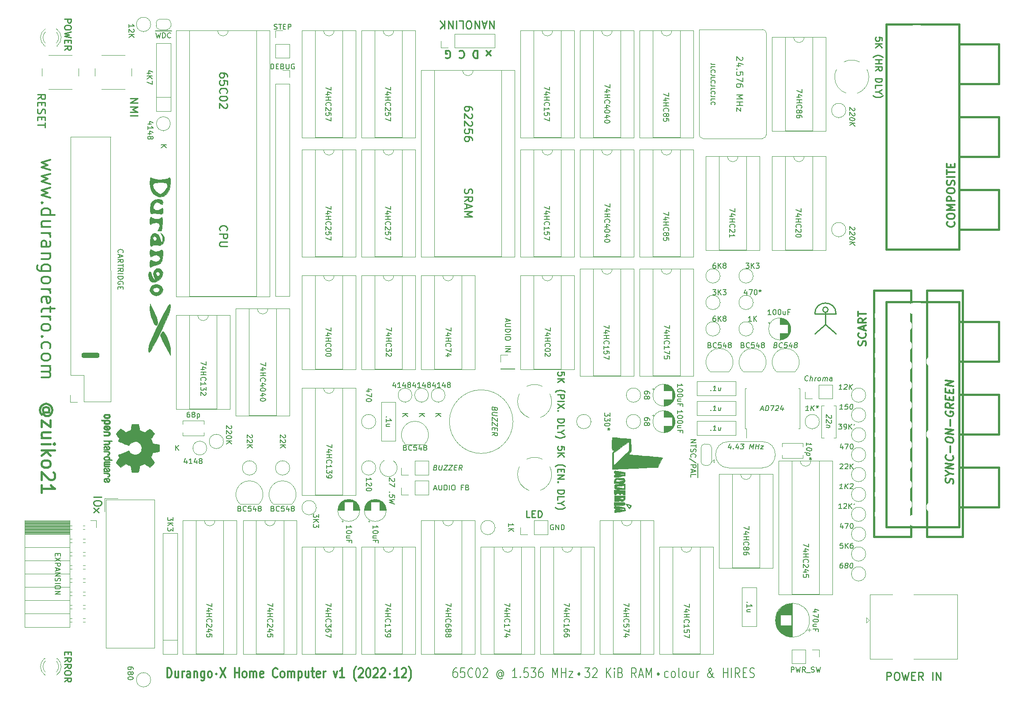
<source format=gto>
G04 #@! TF.GenerationSoftware,KiCad,Pcbnew,5.1.12-84ad8e8a86~92~ubuntu18.04.1*
G04 #@! TF.CreationDate,2022-12-12T22:34:18+01:00*
G04 #@! TF.ProjectId,full,66756c6c-2e6b-4696-9361-645f70636258,rev?*
G04 #@! TF.SameCoordinates,Original*
G04 #@! TF.FileFunction,Legend,Top*
G04 #@! TF.FilePolarity,Positive*
%FSLAX46Y46*%
G04 Gerber Fmt 4.6, Leading zero omitted, Abs format (unit mm)*
G04 Created by KiCad (PCBNEW 5.1.12-84ad8e8a86~92~ubuntu18.04.1) date 2022-12-12 22:34:18*
%MOMM*%
%LPD*%
G01*
G04 APERTURE LIST*
%ADD10C,0.254000*%
%ADD11C,0.300000*%
%ADD12C,1.000000*%
%ADD13C,0.150000*%
%ADD14C,0.200000*%
%ADD15C,0.450000*%
%ADD16C,0.120000*%
%ADD17C,0.010000*%
%ADD18C,0.381000*%
%ADD19C,0.304800*%
%ADD20C,1.902000*%
%ADD21O,1.702000X1.702000*%
%ADD22C,1.702000*%
%ADD23O,3.302000X2.202000*%
%ADD24O,3.100980X2.100980*%
%ADD25O,2.100980X2.600980*%
%ADD26O,4.202000X3.202000*%
%ADD27C,2.100980*%
%ADD28O,1.802000X1.802000*%
%ADD29C,1.602000*%
%ADD30C,0.100000*%
%ADD31C,5.702000*%
%ADD32C,1.722000*%
%ADD33C,1.302000*%
%ADD34C,2.102000*%
%ADD35O,1.829200X1.829200*%
%ADD36C,3.602000*%
%ADD37C,1.802000*%
%ADD38O,1.152000X1.602000*%
G04 APERTURE END LIST*
D10*
X165100000Y-72771000D02*
X167132000Y-74549000D01*
X165100000Y-72771000D02*
X163068000Y-74549000D01*
X165100000Y-70485000D02*
X165100000Y-72771000D01*
X165608000Y-69977000D02*
G75*
G03*
X165608000Y-69977000I-508000J0D01*
G01*
X163068000Y-70739000D02*
X167132000Y-70739000D01*
X163068000Y-70739000D02*
G75*
G02*
X167132000Y-70739000I2032000J0D01*
G01*
D11*
X100877142Y-20276428D02*
X100091428Y-21276428D01*
X100877142Y-21276428D02*
X100091428Y-20276428D01*
X98377142Y-20276428D02*
X98377142Y-21776428D01*
X98020000Y-21776428D01*
X97805714Y-21705000D01*
X97662857Y-21562142D01*
X97591428Y-21419285D01*
X97520000Y-21133571D01*
X97520000Y-20919285D01*
X97591428Y-20633571D01*
X97662857Y-20490714D01*
X97805714Y-20347857D01*
X98020000Y-20276428D01*
X98377142Y-20276428D01*
X94877142Y-20419285D02*
X94948571Y-20347857D01*
X95162857Y-20276428D01*
X95305714Y-20276428D01*
X95520000Y-20347857D01*
X95662857Y-20490714D01*
X95734285Y-20633571D01*
X95805714Y-20919285D01*
X95805714Y-21133571D01*
X95734285Y-21419285D01*
X95662857Y-21562142D01*
X95520000Y-21705000D01*
X95305714Y-21776428D01*
X95162857Y-21776428D01*
X94948571Y-21705000D01*
X94877142Y-21633571D01*
X92305714Y-21705000D02*
X92448571Y-21776428D01*
X92662857Y-21776428D01*
X92877142Y-21705000D01*
X93020000Y-21562142D01*
X93091428Y-21419285D01*
X93162857Y-21133571D01*
X93162857Y-20919285D01*
X93091428Y-20633571D01*
X93020000Y-20490714D01*
X92877142Y-20347857D01*
X92662857Y-20276428D01*
X92520000Y-20276428D01*
X92305714Y-20347857D01*
X92234285Y-20419285D01*
X92234285Y-20919285D01*
X92520000Y-20919285D01*
D12*
X22860000Y-78740000D02*
X25400000Y-78740000D01*
D10*
X48985714Y-54791428D02*
X48913142Y-54718857D01*
X48840571Y-54501142D01*
X48840571Y-54356000D01*
X48913142Y-54138285D01*
X49058285Y-53993142D01*
X49203428Y-53920571D01*
X49493714Y-53848000D01*
X49711428Y-53848000D01*
X50001714Y-53920571D01*
X50146857Y-53993142D01*
X50292000Y-54138285D01*
X50364571Y-54356000D01*
X50364571Y-54501142D01*
X50292000Y-54718857D01*
X50219428Y-54791428D01*
X48840571Y-55444571D02*
X50364571Y-55444571D01*
X50364571Y-56025142D01*
X50292000Y-56170285D01*
X50219428Y-56242857D01*
X50074285Y-56315428D01*
X49856571Y-56315428D01*
X49711428Y-56242857D01*
X49638857Y-56170285D01*
X49566285Y-56025142D01*
X49566285Y-55444571D01*
X50364571Y-56968571D02*
X49130857Y-56968571D01*
X48985714Y-57041142D01*
X48913142Y-57113714D01*
X48840571Y-57258857D01*
X48840571Y-57549142D01*
X48913142Y-57694285D01*
X48985714Y-57766857D01*
X49130857Y-57839428D01*
X50364571Y-57839428D01*
X95903142Y-46808571D02*
X95830571Y-47026285D01*
X95830571Y-47389142D01*
X95903142Y-47534285D01*
X95975714Y-47606857D01*
X96120857Y-47679428D01*
X96266000Y-47679428D01*
X96411142Y-47606857D01*
X96483714Y-47534285D01*
X96556285Y-47389142D01*
X96628857Y-47098857D01*
X96701428Y-46953714D01*
X96774000Y-46881142D01*
X96919142Y-46808571D01*
X97064285Y-46808571D01*
X97209428Y-46881142D01*
X97282000Y-46953714D01*
X97354571Y-47098857D01*
X97354571Y-47461714D01*
X97282000Y-47679428D01*
X95830571Y-49203428D02*
X96556285Y-48695428D01*
X95830571Y-48332571D02*
X97354571Y-48332571D01*
X97354571Y-48913142D01*
X97282000Y-49058285D01*
X97209428Y-49130857D01*
X97064285Y-49203428D01*
X96846571Y-49203428D01*
X96701428Y-49130857D01*
X96628857Y-49058285D01*
X96556285Y-48913142D01*
X96556285Y-48332571D01*
X96266000Y-49784000D02*
X96266000Y-50509714D01*
X95830571Y-49638857D02*
X97354571Y-50146857D01*
X95830571Y-50654857D01*
X95830571Y-51162857D02*
X97354571Y-51162857D01*
X96266000Y-51670857D01*
X97354571Y-52178857D01*
X95830571Y-52178857D01*
D13*
X143948095Y-22974761D02*
X143376666Y-22974761D01*
X143262380Y-22936666D01*
X143186190Y-22860476D01*
X143148095Y-22746190D01*
X143148095Y-22670000D01*
X143148095Y-23736666D02*
X143148095Y-23355714D01*
X143948095Y-23355714D01*
X143224285Y-24460476D02*
X143186190Y-24422380D01*
X143148095Y-24308095D01*
X143148095Y-24231904D01*
X143186190Y-24117619D01*
X143262380Y-24041428D01*
X143338571Y-24003333D01*
X143490952Y-23965238D01*
X143605238Y-23965238D01*
X143757619Y-24003333D01*
X143833809Y-24041428D01*
X143910000Y-24117619D01*
X143948095Y-24231904D01*
X143948095Y-24308095D01*
X143910000Y-24422380D01*
X143871904Y-24460476D01*
X143948095Y-25031904D02*
X143376666Y-25031904D01*
X143262380Y-24993809D01*
X143186190Y-24917619D01*
X143148095Y-24803333D01*
X143148095Y-24727142D01*
X143148095Y-25793809D02*
X143148095Y-25412857D01*
X143948095Y-25412857D01*
X143224285Y-26517619D02*
X143186190Y-26479523D01*
X143148095Y-26365238D01*
X143148095Y-26289047D01*
X143186190Y-26174761D01*
X143262380Y-26098571D01*
X143338571Y-26060476D01*
X143490952Y-26022380D01*
X143605238Y-26022380D01*
X143757619Y-26060476D01*
X143833809Y-26098571D01*
X143910000Y-26174761D01*
X143948095Y-26289047D01*
X143948095Y-26365238D01*
X143910000Y-26479523D01*
X143871904Y-26517619D01*
X143948095Y-27089047D02*
X143376666Y-27089047D01*
X143262380Y-27050952D01*
X143186190Y-26974761D01*
X143148095Y-26860476D01*
X143148095Y-26784285D01*
X143148095Y-27850952D02*
X143148095Y-27470000D01*
X143948095Y-27470000D01*
X143224285Y-28574761D02*
X143186190Y-28536666D01*
X143148095Y-28422380D01*
X143148095Y-28346190D01*
X143186190Y-28231904D01*
X143262380Y-28155714D01*
X143338571Y-28117619D01*
X143490952Y-28079523D01*
X143605238Y-28079523D01*
X143757619Y-28117619D01*
X143833809Y-28155714D01*
X143910000Y-28231904D01*
X143948095Y-28346190D01*
X143948095Y-28422380D01*
X143910000Y-28536666D01*
X143871904Y-28574761D01*
X143948095Y-29146190D02*
X143376666Y-29146190D01*
X143262380Y-29108095D01*
X143186190Y-29031904D01*
X143148095Y-28917619D01*
X143148095Y-28841428D01*
X143148095Y-29908095D02*
X143148095Y-29527142D01*
X143948095Y-29527142D01*
X143224285Y-30631904D02*
X143186190Y-30593809D01*
X143148095Y-30479523D01*
X143148095Y-30403333D01*
X143186190Y-30289047D01*
X143262380Y-30212857D01*
X143338571Y-30174761D01*
X143490952Y-30136666D01*
X143605238Y-30136666D01*
X143757619Y-30174761D01*
X143833809Y-30212857D01*
X143910000Y-30289047D01*
X143948095Y-30403333D01*
X143948095Y-30479523D01*
X143910000Y-30593809D01*
X143871904Y-30631904D01*
D11*
X38837142Y-140514285D02*
X38837142Y-138714285D01*
X39194285Y-138714285D01*
X39408571Y-138800000D01*
X39551428Y-138971428D01*
X39622857Y-139142857D01*
X39694285Y-139485714D01*
X39694285Y-139742857D01*
X39622857Y-140085714D01*
X39551428Y-140257142D01*
X39408571Y-140428571D01*
X39194285Y-140514285D01*
X38837142Y-140514285D01*
X40979999Y-139314285D02*
X40979999Y-140514285D01*
X40337142Y-139314285D02*
X40337142Y-140257142D01*
X40408571Y-140428571D01*
X40551428Y-140514285D01*
X40765714Y-140514285D01*
X40908571Y-140428571D01*
X40979999Y-140342857D01*
X41694285Y-140514285D02*
X41694285Y-139314285D01*
X41694285Y-139657142D02*
X41765714Y-139485714D01*
X41837142Y-139400000D01*
X41979999Y-139314285D01*
X42122857Y-139314285D01*
X43265714Y-140514285D02*
X43265714Y-139571428D01*
X43194285Y-139400000D01*
X43051428Y-139314285D01*
X42765714Y-139314285D01*
X42622857Y-139400000D01*
X43265714Y-140428571D02*
X43122857Y-140514285D01*
X42765714Y-140514285D01*
X42622857Y-140428571D01*
X42551428Y-140257142D01*
X42551428Y-140085714D01*
X42622857Y-139914285D01*
X42765714Y-139828571D01*
X43122857Y-139828571D01*
X43265714Y-139742857D01*
X43979999Y-139314285D02*
X43979999Y-140514285D01*
X43979999Y-139485714D02*
X44051428Y-139400000D01*
X44194285Y-139314285D01*
X44408571Y-139314285D01*
X44551428Y-139400000D01*
X44622857Y-139571428D01*
X44622857Y-140514285D01*
X45979999Y-139314285D02*
X45979999Y-140771428D01*
X45908571Y-140942857D01*
X45837142Y-141028571D01*
X45694285Y-141114285D01*
X45479999Y-141114285D01*
X45337142Y-141028571D01*
X45979999Y-140428571D02*
X45837142Y-140514285D01*
X45551428Y-140514285D01*
X45408571Y-140428571D01*
X45337142Y-140342857D01*
X45265714Y-140171428D01*
X45265714Y-139657142D01*
X45337142Y-139485714D01*
X45408571Y-139400000D01*
X45551428Y-139314285D01*
X45837142Y-139314285D01*
X45979999Y-139400000D01*
X46908571Y-140514285D02*
X46765714Y-140428571D01*
X46694285Y-140342857D01*
X46622857Y-140171428D01*
X46622857Y-139657142D01*
X46694285Y-139485714D01*
X46765714Y-139400000D01*
X46908571Y-139314285D01*
X47122857Y-139314285D01*
X47265714Y-139400000D01*
X47337142Y-139485714D01*
X47408571Y-139657142D01*
X47408571Y-140171428D01*
X47337142Y-140342857D01*
X47265714Y-140428571D01*
X47122857Y-140514285D01*
X46908571Y-140514285D01*
X48265714Y-139742857D02*
X48194285Y-139828571D01*
X48265714Y-139914285D01*
X48337142Y-139828571D01*
X48265714Y-139742857D01*
X48265714Y-139914285D01*
X49051428Y-138714285D02*
X50051428Y-140514285D01*
X50051428Y-138714285D02*
X49051428Y-140514285D01*
X51765714Y-140514285D02*
X51765714Y-138714285D01*
X51765714Y-139571428D02*
X52622857Y-139571428D01*
X52622857Y-140514285D02*
X52622857Y-138714285D01*
X53551428Y-140514285D02*
X53408571Y-140428571D01*
X53337142Y-140342857D01*
X53265714Y-140171428D01*
X53265714Y-139657142D01*
X53337142Y-139485714D01*
X53408571Y-139400000D01*
X53551428Y-139314285D01*
X53765714Y-139314285D01*
X53908571Y-139400000D01*
X53979999Y-139485714D01*
X54051428Y-139657142D01*
X54051428Y-140171428D01*
X53979999Y-140342857D01*
X53908571Y-140428571D01*
X53765714Y-140514285D01*
X53551428Y-140514285D01*
X54694285Y-140514285D02*
X54694285Y-139314285D01*
X54694285Y-139485714D02*
X54765714Y-139400000D01*
X54908571Y-139314285D01*
X55122857Y-139314285D01*
X55265714Y-139400000D01*
X55337142Y-139571428D01*
X55337142Y-140514285D01*
X55337142Y-139571428D02*
X55408571Y-139400000D01*
X55551428Y-139314285D01*
X55765714Y-139314285D01*
X55908571Y-139400000D01*
X55979999Y-139571428D01*
X55979999Y-140514285D01*
X57265714Y-140428571D02*
X57122857Y-140514285D01*
X56837142Y-140514285D01*
X56694285Y-140428571D01*
X56622857Y-140257142D01*
X56622857Y-139571428D01*
X56694285Y-139400000D01*
X56837142Y-139314285D01*
X57122857Y-139314285D01*
X57265714Y-139400000D01*
X57337142Y-139571428D01*
X57337142Y-139742857D01*
X56622857Y-139914285D01*
X59979999Y-140342857D02*
X59908571Y-140428571D01*
X59694285Y-140514285D01*
X59551428Y-140514285D01*
X59337142Y-140428571D01*
X59194285Y-140257142D01*
X59122857Y-140085714D01*
X59051428Y-139742857D01*
X59051428Y-139485714D01*
X59122857Y-139142857D01*
X59194285Y-138971428D01*
X59337142Y-138800000D01*
X59551428Y-138714285D01*
X59694285Y-138714285D01*
X59908571Y-138800000D01*
X59979999Y-138885714D01*
X60837142Y-140514285D02*
X60694285Y-140428571D01*
X60622857Y-140342857D01*
X60551428Y-140171428D01*
X60551428Y-139657142D01*
X60622857Y-139485714D01*
X60694285Y-139400000D01*
X60837142Y-139314285D01*
X61051428Y-139314285D01*
X61194285Y-139400000D01*
X61265714Y-139485714D01*
X61337142Y-139657142D01*
X61337142Y-140171428D01*
X61265714Y-140342857D01*
X61194285Y-140428571D01*
X61051428Y-140514285D01*
X60837142Y-140514285D01*
X61980000Y-140514285D02*
X61980000Y-139314285D01*
X61980000Y-139485714D02*
X62051428Y-139400000D01*
X62194285Y-139314285D01*
X62408571Y-139314285D01*
X62551428Y-139400000D01*
X62622857Y-139571428D01*
X62622857Y-140514285D01*
X62622857Y-139571428D02*
X62694285Y-139400000D01*
X62837142Y-139314285D01*
X63051428Y-139314285D01*
X63194285Y-139400000D01*
X63265714Y-139571428D01*
X63265714Y-140514285D01*
X63980000Y-139314285D02*
X63980000Y-141114285D01*
X63980000Y-139400000D02*
X64122857Y-139314285D01*
X64408571Y-139314285D01*
X64551428Y-139400000D01*
X64622857Y-139485714D01*
X64694285Y-139657142D01*
X64694285Y-140171428D01*
X64622857Y-140342857D01*
X64551428Y-140428571D01*
X64408571Y-140514285D01*
X64122857Y-140514285D01*
X63980000Y-140428571D01*
X65980000Y-139314285D02*
X65980000Y-140514285D01*
X65337142Y-139314285D02*
X65337142Y-140257142D01*
X65408571Y-140428571D01*
X65551428Y-140514285D01*
X65765714Y-140514285D01*
X65908571Y-140428571D01*
X65980000Y-140342857D01*
X66480000Y-139314285D02*
X67051428Y-139314285D01*
X66694285Y-138714285D02*
X66694285Y-140257142D01*
X66765714Y-140428571D01*
X66908571Y-140514285D01*
X67051428Y-140514285D01*
X68122857Y-140428571D02*
X67980000Y-140514285D01*
X67694285Y-140514285D01*
X67551428Y-140428571D01*
X67480000Y-140257142D01*
X67480000Y-139571428D01*
X67551428Y-139400000D01*
X67694285Y-139314285D01*
X67980000Y-139314285D01*
X68122857Y-139400000D01*
X68194285Y-139571428D01*
X68194285Y-139742857D01*
X67480000Y-139914285D01*
X68837142Y-140514285D02*
X68837142Y-139314285D01*
X68837142Y-139657142D02*
X68908571Y-139485714D01*
X68980000Y-139400000D01*
X69122857Y-139314285D01*
X69265714Y-139314285D01*
X70765714Y-139314285D02*
X71122857Y-140514285D01*
X71480000Y-139314285D01*
X72837142Y-140514285D02*
X71980000Y-140514285D01*
X72408571Y-140514285D02*
X72408571Y-138714285D01*
X72265714Y-138971428D01*
X72122857Y-139142857D01*
X71980000Y-139228571D01*
X75051428Y-141200000D02*
X74980000Y-141114285D01*
X74837142Y-140857142D01*
X74765714Y-140685714D01*
X74694285Y-140428571D01*
X74622857Y-140000000D01*
X74622857Y-139657142D01*
X74694285Y-139228571D01*
X74765714Y-138971428D01*
X74837142Y-138800000D01*
X74980000Y-138542857D01*
X75051428Y-138457142D01*
X75551428Y-138885714D02*
X75622857Y-138800000D01*
X75765714Y-138714285D01*
X76122857Y-138714285D01*
X76265714Y-138800000D01*
X76337142Y-138885714D01*
X76408571Y-139057142D01*
X76408571Y-139228571D01*
X76337142Y-139485714D01*
X75480000Y-140514285D01*
X76408571Y-140514285D01*
X77337142Y-138714285D02*
X77480000Y-138714285D01*
X77622857Y-138800000D01*
X77694285Y-138885714D01*
X77765714Y-139057142D01*
X77837142Y-139400000D01*
X77837142Y-139828571D01*
X77765714Y-140171428D01*
X77694285Y-140342857D01*
X77622857Y-140428571D01*
X77480000Y-140514285D01*
X77337142Y-140514285D01*
X77194285Y-140428571D01*
X77122857Y-140342857D01*
X77051428Y-140171428D01*
X76980000Y-139828571D01*
X76980000Y-139400000D01*
X77051428Y-139057142D01*
X77122857Y-138885714D01*
X77194285Y-138800000D01*
X77337142Y-138714285D01*
X78408571Y-138885714D02*
X78480000Y-138800000D01*
X78622857Y-138714285D01*
X78980000Y-138714285D01*
X79122857Y-138800000D01*
X79194285Y-138885714D01*
X79265714Y-139057142D01*
X79265714Y-139228571D01*
X79194285Y-139485714D01*
X78337142Y-140514285D01*
X79265714Y-140514285D01*
X79837142Y-138885714D02*
X79908571Y-138800000D01*
X80051428Y-138714285D01*
X80408571Y-138714285D01*
X80551428Y-138800000D01*
X80622857Y-138885714D01*
X80694285Y-139057142D01*
X80694285Y-139228571D01*
X80622857Y-139485714D01*
X79765714Y-140514285D01*
X80694285Y-140514285D01*
X81551428Y-139742857D02*
X81479999Y-139828571D01*
X81551428Y-139914285D01*
X81622857Y-139828571D01*
X81551428Y-139742857D01*
X81551428Y-139914285D01*
X83265714Y-140514285D02*
X82408571Y-140514285D01*
X82837142Y-140514285D02*
X82837142Y-138714285D01*
X82694285Y-138971428D01*
X82551428Y-139142857D01*
X82408571Y-139228571D01*
X83837142Y-138885714D02*
X83908571Y-138800000D01*
X84051428Y-138714285D01*
X84408571Y-138714285D01*
X84551428Y-138800000D01*
X84622857Y-138885714D01*
X84694285Y-139057142D01*
X84694285Y-139228571D01*
X84622857Y-139485714D01*
X83765714Y-140514285D01*
X84694285Y-140514285D01*
X85194285Y-141200000D02*
X85265714Y-141114285D01*
X85408571Y-140857142D01*
X85479999Y-140685714D01*
X85551428Y-140428571D01*
X85622857Y-140000000D01*
X85622857Y-139657142D01*
X85551428Y-139228571D01*
X85479999Y-138971428D01*
X85408571Y-138800000D01*
X85265714Y-138542857D01*
X85194285Y-138457142D01*
D14*
X94376428Y-138714285D02*
X94090714Y-138714285D01*
X93947857Y-138800000D01*
X93876428Y-138885714D01*
X93733571Y-139142857D01*
X93662142Y-139485714D01*
X93662142Y-140171428D01*
X93733571Y-140342857D01*
X93805000Y-140428571D01*
X93947857Y-140514285D01*
X94233571Y-140514285D01*
X94376428Y-140428571D01*
X94447857Y-140342857D01*
X94519285Y-140171428D01*
X94519285Y-139742857D01*
X94447857Y-139571428D01*
X94376428Y-139485714D01*
X94233571Y-139400000D01*
X93947857Y-139400000D01*
X93805000Y-139485714D01*
X93733571Y-139571428D01*
X93662142Y-139742857D01*
X95876428Y-138714285D02*
X95162142Y-138714285D01*
X95090714Y-139571428D01*
X95162142Y-139485714D01*
X95305000Y-139400000D01*
X95662142Y-139400000D01*
X95805000Y-139485714D01*
X95876428Y-139571428D01*
X95947857Y-139742857D01*
X95947857Y-140171428D01*
X95876428Y-140342857D01*
X95805000Y-140428571D01*
X95662142Y-140514285D01*
X95305000Y-140514285D01*
X95162142Y-140428571D01*
X95090714Y-140342857D01*
X97447857Y-140342857D02*
X97376428Y-140428571D01*
X97162142Y-140514285D01*
X97019285Y-140514285D01*
X96805000Y-140428571D01*
X96662142Y-140257142D01*
X96590714Y-140085714D01*
X96519285Y-139742857D01*
X96519285Y-139485714D01*
X96590714Y-139142857D01*
X96662142Y-138971428D01*
X96805000Y-138800000D01*
X97019285Y-138714285D01*
X97162142Y-138714285D01*
X97376428Y-138800000D01*
X97447857Y-138885714D01*
X98376428Y-138714285D02*
X98519285Y-138714285D01*
X98662142Y-138800000D01*
X98733571Y-138885714D01*
X98805000Y-139057142D01*
X98876428Y-139400000D01*
X98876428Y-139828571D01*
X98805000Y-140171428D01*
X98733571Y-140342857D01*
X98662142Y-140428571D01*
X98519285Y-140514285D01*
X98376428Y-140514285D01*
X98233571Y-140428571D01*
X98162142Y-140342857D01*
X98090714Y-140171428D01*
X98019285Y-139828571D01*
X98019285Y-139400000D01*
X98090714Y-139057142D01*
X98162142Y-138885714D01*
X98233571Y-138800000D01*
X98376428Y-138714285D01*
X99447857Y-138885714D02*
X99519285Y-138800000D01*
X99662142Y-138714285D01*
X100019285Y-138714285D01*
X100162142Y-138800000D01*
X100233571Y-138885714D01*
X100305000Y-139057142D01*
X100305000Y-139228571D01*
X100233571Y-139485714D01*
X99376428Y-140514285D01*
X100305000Y-140514285D01*
X103019285Y-139657142D02*
X102947857Y-139571428D01*
X102805000Y-139485714D01*
X102662142Y-139485714D01*
X102519285Y-139571428D01*
X102447857Y-139657142D01*
X102376428Y-139828571D01*
X102376428Y-140000000D01*
X102447857Y-140171428D01*
X102519285Y-140257142D01*
X102662142Y-140342857D01*
X102805000Y-140342857D01*
X102947857Y-140257142D01*
X103019285Y-140171428D01*
X103019285Y-139485714D02*
X103019285Y-140171428D01*
X103090714Y-140257142D01*
X103162142Y-140257142D01*
X103305000Y-140171428D01*
X103376428Y-140000000D01*
X103376428Y-139571428D01*
X103233571Y-139314285D01*
X103019285Y-139142857D01*
X102733571Y-139057142D01*
X102447857Y-139142857D01*
X102233571Y-139314285D01*
X102090714Y-139571428D01*
X102019285Y-139914285D01*
X102090714Y-140257142D01*
X102233571Y-140514285D01*
X102447857Y-140685714D01*
X102733571Y-140771428D01*
X103019285Y-140685714D01*
X103233571Y-140514285D01*
X105947857Y-140514285D02*
X105090714Y-140514285D01*
X105519285Y-140514285D02*
X105519285Y-138714285D01*
X105376428Y-138971428D01*
X105233571Y-139142857D01*
X105090714Y-139228571D01*
X106590714Y-140342857D02*
X106662142Y-140428571D01*
X106590714Y-140514285D01*
X106519285Y-140428571D01*
X106590714Y-140342857D01*
X106590714Y-140514285D01*
X108019285Y-138714285D02*
X107305000Y-138714285D01*
X107233571Y-139571428D01*
X107305000Y-139485714D01*
X107447857Y-139400000D01*
X107805000Y-139400000D01*
X107947857Y-139485714D01*
X108019285Y-139571428D01*
X108090714Y-139742857D01*
X108090714Y-140171428D01*
X108019285Y-140342857D01*
X107947857Y-140428571D01*
X107805000Y-140514285D01*
X107447857Y-140514285D01*
X107305000Y-140428571D01*
X107233571Y-140342857D01*
X108590714Y-138714285D02*
X109519285Y-138714285D01*
X109019285Y-139400000D01*
X109233571Y-139400000D01*
X109376428Y-139485714D01*
X109447857Y-139571428D01*
X109519285Y-139742857D01*
X109519285Y-140171428D01*
X109447857Y-140342857D01*
X109376428Y-140428571D01*
X109233571Y-140514285D01*
X108805000Y-140514285D01*
X108662142Y-140428571D01*
X108590714Y-140342857D01*
X110805000Y-138714285D02*
X110519285Y-138714285D01*
X110376428Y-138800000D01*
X110305000Y-138885714D01*
X110162142Y-139142857D01*
X110090714Y-139485714D01*
X110090714Y-140171428D01*
X110162142Y-140342857D01*
X110233571Y-140428571D01*
X110376428Y-140514285D01*
X110662142Y-140514285D01*
X110805000Y-140428571D01*
X110876428Y-140342857D01*
X110947857Y-140171428D01*
X110947857Y-139742857D01*
X110876428Y-139571428D01*
X110805000Y-139485714D01*
X110662142Y-139400000D01*
X110376428Y-139400000D01*
X110233571Y-139485714D01*
X110162142Y-139571428D01*
X110090714Y-139742857D01*
X112733571Y-140514285D02*
X112733571Y-138714285D01*
X113233571Y-140000000D01*
X113733571Y-138714285D01*
X113733571Y-140514285D01*
X114447857Y-140514285D02*
X114447857Y-138714285D01*
X114447857Y-139571428D02*
X115305000Y-139571428D01*
X115305000Y-140514285D02*
X115305000Y-138714285D01*
X115876428Y-139314285D02*
X116662142Y-139314285D01*
X115876428Y-140514285D01*
X116662142Y-140514285D01*
X117662142Y-139657142D02*
X117662142Y-140000000D01*
X117733571Y-140000000D02*
X117733571Y-139657142D01*
X117805000Y-139571428D02*
X117805000Y-140085714D01*
X117876428Y-140000000D02*
X117876428Y-139657142D01*
X117947857Y-139657142D02*
X117947857Y-140000000D01*
X117662142Y-139914285D02*
X117805000Y-140085714D01*
X117947857Y-139914285D01*
X117662142Y-139742857D02*
X117805000Y-139571428D01*
X117947857Y-139742857D01*
X117662142Y-139657142D02*
X117805000Y-139571428D01*
X117947857Y-139657142D01*
X118019285Y-139828571D01*
X117947857Y-140000000D01*
X117805000Y-140085714D01*
X117662142Y-140000000D01*
X117590714Y-139828571D01*
X117662142Y-139657142D01*
X118947857Y-138714285D02*
X119876428Y-138714285D01*
X119376428Y-139400000D01*
X119590714Y-139400000D01*
X119733571Y-139485714D01*
X119805000Y-139571428D01*
X119876428Y-139742857D01*
X119876428Y-140171428D01*
X119805000Y-140342857D01*
X119733571Y-140428571D01*
X119590714Y-140514285D01*
X119162142Y-140514285D01*
X119019285Y-140428571D01*
X118947857Y-140342857D01*
X120447857Y-138885714D02*
X120519285Y-138800000D01*
X120662142Y-138714285D01*
X121019285Y-138714285D01*
X121162142Y-138800000D01*
X121233571Y-138885714D01*
X121305000Y-139057142D01*
X121305000Y-139228571D01*
X121233571Y-139485714D01*
X120376428Y-140514285D01*
X121305000Y-140514285D01*
X123090714Y-140514285D02*
X123090714Y-138714285D01*
X123947857Y-140514285D02*
X123305000Y-139485714D01*
X123947857Y-138714285D02*
X123090714Y-139742857D01*
X124590714Y-140514285D02*
X124590714Y-139314285D01*
X124590714Y-138714285D02*
X124519285Y-138800000D01*
X124590714Y-138885714D01*
X124662142Y-138800000D01*
X124590714Y-138714285D01*
X124590714Y-138885714D01*
X125805000Y-139571428D02*
X126019285Y-139657142D01*
X126090714Y-139742857D01*
X126162142Y-139914285D01*
X126162142Y-140171428D01*
X126090714Y-140342857D01*
X126019285Y-140428571D01*
X125876428Y-140514285D01*
X125305000Y-140514285D01*
X125305000Y-138714285D01*
X125805000Y-138714285D01*
X125947857Y-138800000D01*
X126019285Y-138885714D01*
X126090714Y-139057142D01*
X126090714Y-139228571D01*
X126019285Y-139400000D01*
X125947857Y-139485714D01*
X125805000Y-139571428D01*
X125305000Y-139571428D01*
X128805000Y-140514285D02*
X128305000Y-139657142D01*
X127947857Y-140514285D02*
X127947857Y-138714285D01*
X128519285Y-138714285D01*
X128662142Y-138800000D01*
X128733571Y-138885714D01*
X128805000Y-139057142D01*
X128805000Y-139314285D01*
X128733571Y-139485714D01*
X128662142Y-139571428D01*
X128519285Y-139657142D01*
X127947857Y-139657142D01*
X129376428Y-140000000D02*
X130090714Y-140000000D01*
X129233571Y-140514285D02*
X129733571Y-138714285D01*
X130233571Y-140514285D01*
X130733571Y-140514285D02*
X130733571Y-138714285D01*
X131233571Y-140000000D01*
X131733571Y-138714285D01*
X131733571Y-140514285D01*
X132876428Y-139657142D02*
X132876428Y-140000000D01*
X132947857Y-140000000D02*
X132947857Y-139657142D01*
X133019285Y-139571428D02*
X133019285Y-140085714D01*
X133090714Y-140000000D02*
X133090714Y-139657142D01*
X133162142Y-139657142D02*
X133162142Y-140000000D01*
X132876428Y-139914285D02*
X133019285Y-140085714D01*
X133162142Y-139914285D01*
X132876428Y-139742857D02*
X133019285Y-139571428D01*
X133162142Y-139742857D01*
X132876428Y-139657142D02*
X133019285Y-139571428D01*
X133162142Y-139657142D01*
X133233571Y-139828571D01*
X133162142Y-140000000D01*
X133019285Y-140085714D01*
X132876428Y-140000000D01*
X132805000Y-139828571D01*
X132876428Y-139657142D01*
X134947857Y-140428571D02*
X134805000Y-140514285D01*
X134519285Y-140514285D01*
X134376428Y-140428571D01*
X134305000Y-140342857D01*
X134233571Y-140171428D01*
X134233571Y-139657142D01*
X134305000Y-139485714D01*
X134376428Y-139400000D01*
X134519285Y-139314285D01*
X134805000Y-139314285D01*
X134947857Y-139400000D01*
X135805000Y-140514285D02*
X135662142Y-140428571D01*
X135590714Y-140342857D01*
X135519285Y-140171428D01*
X135519285Y-139657142D01*
X135590714Y-139485714D01*
X135662142Y-139400000D01*
X135805000Y-139314285D01*
X136019285Y-139314285D01*
X136162142Y-139400000D01*
X136233571Y-139485714D01*
X136305000Y-139657142D01*
X136305000Y-140171428D01*
X136233571Y-140342857D01*
X136162142Y-140428571D01*
X136019285Y-140514285D01*
X135805000Y-140514285D01*
X137162142Y-140514285D02*
X137019285Y-140428571D01*
X136947857Y-140257142D01*
X136947857Y-138714285D01*
X137947857Y-140514285D02*
X137805000Y-140428571D01*
X137733571Y-140342857D01*
X137662142Y-140171428D01*
X137662142Y-139657142D01*
X137733571Y-139485714D01*
X137805000Y-139400000D01*
X137947857Y-139314285D01*
X138162142Y-139314285D01*
X138305000Y-139400000D01*
X138376428Y-139485714D01*
X138447857Y-139657142D01*
X138447857Y-140171428D01*
X138376428Y-140342857D01*
X138305000Y-140428571D01*
X138162142Y-140514285D01*
X137947857Y-140514285D01*
X139733571Y-139314285D02*
X139733571Y-140514285D01*
X139090714Y-139314285D02*
X139090714Y-140257142D01*
X139162142Y-140428571D01*
X139305000Y-140514285D01*
X139519285Y-140514285D01*
X139662142Y-140428571D01*
X139733571Y-140342857D01*
X140447857Y-140514285D02*
X140447857Y-139314285D01*
X140447857Y-139657142D02*
X140519285Y-139485714D01*
X140590714Y-139400000D01*
X140733571Y-139314285D01*
X140876428Y-139314285D01*
X143733571Y-140514285D02*
X143662142Y-140514285D01*
X143519285Y-140428571D01*
X143305000Y-140171428D01*
X142947857Y-139657142D01*
X142805000Y-139400000D01*
X142733571Y-139142857D01*
X142733571Y-138971428D01*
X142805000Y-138800000D01*
X142947857Y-138714285D01*
X143019285Y-138714285D01*
X143162142Y-138800000D01*
X143233571Y-138971428D01*
X143233571Y-139057142D01*
X143162142Y-139228571D01*
X143090714Y-139314285D01*
X142662142Y-139657142D01*
X142590714Y-139742857D01*
X142519285Y-139914285D01*
X142519285Y-140171428D01*
X142590714Y-140342857D01*
X142662142Y-140428571D01*
X142805000Y-140514285D01*
X143019285Y-140514285D01*
X143162142Y-140428571D01*
X143233571Y-140342857D01*
X143447857Y-140000000D01*
X143519285Y-139742857D01*
X143519285Y-139571428D01*
X145519285Y-140514285D02*
X145519285Y-138714285D01*
X145519285Y-139571428D02*
X146376428Y-139571428D01*
X146376428Y-140514285D02*
X146376428Y-138714285D01*
X147090714Y-140514285D02*
X147090714Y-138714285D01*
X148662142Y-140514285D02*
X148162142Y-139657142D01*
X147805000Y-140514285D02*
X147805000Y-138714285D01*
X148376428Y-138714285D01*
X148519285Y-138800000D01*
X148590714Y-138885714D01*
X148662142Y-139057142D01*
X148662142Y-139314285D01*
X148590714Y-139485714D01*
X148519285Y-139571428D01*
X148376428Y-139657142D01*
X147805000Y-139657142D01*
X149305000Y-139571428D02*
X149805000Y-139571428D01*
X150019285Y-140514285D02*
X149305000Y-140514285D01*
X149305000Y-138714285D01*
X150019285Y-138714285D01*
X150590714Y-140428571D02*
X150805000Y-140514285D01*
X151162142Y-140514285D01*
X151305000Y-140428571D01*
X151376428Y-140342857D01*
X151447857Y-140171428D01*
X151447857Y-140000000D01*
X151376428Y-139828571D01*
X151305000Y-139742857D01*
X151162142Y-139657142D01*
X150876428Y-139571428D01*
X150733571Y-139485714D01*
X150662142Y-139400000D01*
X150590714Y-139228571D01*
X150590714Y-139057142D01*
X150662142Y-138885714D01*
X150733571Y-138800000D01*
X150876428Y-138714285D01*
X151233571Y-138714285D01*
X151447857Y-138800000D01*
D15*
X15935476Y-89686190D02*
X16056428Y-89565238D01*
X16177380Y-89323333D01*
X16177380Y-89081428D01*
X16056428Y-88839523D01*
X15935476Y-88718571D01*
X15693571Y-88597619D01*
X15451666Y-88597619D01*
X15209761Y-88718571D01*
X15088809Y-88839523D01*
X14967857Y-89081428D01*
X14967857Y-89323333D01*
X15088809Y-89565238D01*
X15209761Y-89686190D01*
X16177380Y-89686190D02*
X15209761Y-89686190D01*
X15088809Y-89807142D01*
X15088809Y-89928095D01*
X15209761Y-90170000D01*
X15451666Y-90290952D01*
X16056428Y-90290952D01*
X16419285Y-90049047D01*
X16661190Y-89686190D01*
X16782142Y-89202380D01*
X16661190Y-88718571D01*
X16419285Y-88355714D01*
X16056428Y-88113809D01*
X15572619Y-87992857D01*
X15088809Y-88113809D01*
X14725952Y-88355714D01*
X14484047Y-88718571D01*
X14363095Y-89202380D01*
X14484047Y-89686190D01*
X14725952Y-90049047D01*
X16419285Y-91137619D02*
X16419285Y-92468095D01*
X14725952Y-91137619D01*
X14725952Y-92468095D01*
X16419285Y-94524285D02*
X14725952Y-94524285D01*
X16419285Y-93435714D02*
X15088809Y-93435714D01*
X14846904Y-93556666D01*
X14725952Y-93798571D01*
X14725952Y-94161428D01*
X14846904Y-94403333D01*
X14967857Y-94524285D01*
X14725952Y-95733809D02*
X16419285Y-95733809D01*
X17265952Y-95733809D02*
X17145000Y-95612857D01*
X17024047Y-95733809D01*
X17145000Y-95854761D01*
X17265952Y-95733809D01*
X17024047Y-95733809D01*
X14725952Y-96943333D02*
X17265952Y-96943333D01*
X15693571Y-97185238D02*
X14725952Y-97910952D01*
X16419285Y-97910952D02*
X15451666Y-96943333D01*
X14725952Y-99362380D02*
X14846904Y-99120476D01*
X14967857Y-98999523D01*
X15209761Y-98878571D01*
X15935476Y-98878571D01*
X16177380Y-98999523D01*
X16298333Y-99120476D01*
X16419285Y-99362380D01*
X16419285Y-99725238D01*
X16298333Y-99967142D01*
X16177380Y-100088095D01*
X15935476Y-100209047D01*
X15209761Y-100209047D01*
X14967857Y-100088095D01*
X14846904Y-99967142D01*
X14725952Y-99725238D01*
X14725952Y-99362380D01*
X17024047Y-101176666D02*
X17145000Y-101297619D01*
X17265952Y-101539523D01*
X17265952Y-102144285D01*
X17145000Y-102386190D01*
X17024047Y-102507142D01*
X16782142Y-102628095D01*
X16540238Y-102628095D01*
X16177380Y-102507142D01*
X14725952Y-101055714D01*
X14725952Y-102628095D01*
X14725952Y-105047142D02*
X14725952Y-103595714D01*
X14725952Y-104321428D02*
X17265952Y-104321428D01*
X16903095Y-104079523D01*
X16661190Y-103837619D01*
X16540238Y-103595714D01*
D11*
X16419285Y-41244761D02*
X14725952Y-41728571D01*
X15935476Y-42212380D01*
X14725952Y-42696190D01*
X16419285Y-43180000D01*
X16419285Y-43905714D02*
X14725952Y-44389523D01*
X15935476Y-44873333D01*
X14725952Y-45357142D01*
X16419285Y-45840952D01*
X16419285Y-46566666D02*
X14725952Y-47050476D01*
X15935476Y-47534285D01*
X14725952Y-48018095D01*
X16419285Y-48501904D01*
X14967857Y-49469523D02*
X14846904Y-49590476D01*
X14725952Y-49469523D01*
X14846904Y-49348571D01*
X14967857Y-49469523D01*
X14725952Y-49469523D01*
X14725952Y-51767619D02*
X17265952Y-51767619D01*
X14846904Y-51767619D02*
X14725952Y-51525714D01*
X14725952Y-51041904D01*
X14846904Y-50800000D01*
X14967857Y-50679047D01*
X15209761Y-50558095D01*
X15935476Y-50558095D01*
X16177380Y-50679047D01*
X16298333Y-50800000D01*
X16419285Y-51041904D01*
X16419285Y-51525714D01*
X16298333Y-51767619D01*
X16419285Y-54065714D02*
X14725952Y-54065714D01*
X16419285Y-52977142D02*
X15088809Y-52977142D01*
X14846904Y-53098095D01*
X14725952Y-53340000D01*
X14725952Y-53702857D01*
X14846904Y-53944761D01*
X14967857Y-54065714D01*
X14725952Y-55275238D02*
X16419285Y-55275238D01*
X15935476Y-55275238D02*
X16177380Y-55396190D01*
X16298333Y-55517142D01*
X16419285Y-55759047D01*
X16419285Y-56000952D01*
X14725952Y-57936190D02*
X16056428Y-57936190D01*
X16298333Y-57815238D01*
X16419285Y-57573333D01*
X16419285Y-57089523D01*
X16298333Y-56847619D01*
X14846904Y-57936190D02*
X14725952Y-57694285D01*
X14725952Y-57089523D01*
X14846904Y-56847619D01*
X15088809Y-56726666D01*
X15330714Y-56726666D01*
X15572619Y-56847619D01*
X15693571Y-57089523D01*
X15693571Y-57694285D01*
X15814523Y-57936190D01*
X16419285Y-59145714D02*
X14725952Y-59145714D01*
X16177380Y-59145714D02*
X16298333Y-59266666D01*
X16419285Y-59508571D01*
X16419285Y-59871428D01*
X16298333Y-60113333D01*
X16056428Y-60234285D01*
X14725952Y-60234285D01*
X16419285Y-62532380D02*
X14363095Y-62532380D01*
X14121190Y-62411428D01*
X14000238Y-62290476D01*
X13879285Y-62048571D01*
X13879285Y-61685714D01*
X14000238Y-61443809D01*
X14846904Y-62532380D02*
X14725952Y-62290476D01*
X14725952Y-61806666D01*
X14846904Y-61564761D01*
X14967857Y-61443809D01*
X15209761Y-61322857D01*
X15935476Y-61322857D01*
X16177380Y-61443809D01*
X16298333Y-61564761D01*
X16419285Y-61806666D01*
X16419285Y-62290476D01*
X16298333Y-62532380D01*
X14725952Y-64104761D02*
X14846904Y-63862857D01*
X14967857Y-63741904D01*
X15209761Y-63620952D01*
X15935476Y-63620952D01*
X16177380Y-63741904D01*
X16298333Y-63862857D01*
X16419285Y-64104761D01*
X16419285Y-64467619D01*
X16298333Y-64709523D01*
X16177380Y-64830476D01*
X15935476Y-64951428D01*
X15209761Y-64951428D01*
X14967857Y-64830476D01*
X14846904Y-64709523D01*
X14725952Y-64467619D01*
X14725952Y-64104761D01*
X14725952Y-66040000D02*
X16419285Y-66040000D01*
X15935476Y-66040000D02*
X16177380Y-66160952D01*
X16298333Y-66281904D01*
X16419285Y-66523809D01*
X16419285Y-66765714D01*
X14846904Y-68580000D02*
X14725952Y-68338095D01*
X14725952Y-67854285D01*
X14846904Y-67612380D01*
X15088809Y-67491428D01*
X16056428Y-67491428D01*
X16298333Y-67612380D01*
X16419285Y-67854285D01*
X16419285Y-68338095D01*
X16298333Y-68580000D01*
X16056428Y-68700952D01*
X15814523Y-68700952D01*
X15572619Y-67491428D01*
X16419285Y-69426666D02*
X16419285Y-70394285D01*
X17265952Y-69789523D02*
X15088809Y-69789523D01*
X14846904Y-69910476D01*
X14725952Y-70152380D01*
X14725952Y-70394285D01*
X14725952Y-71240952D02*
X16419285Y-71240952D01*
X15935476Y-71240952D02*
X16177380Y-71361904D01*
X16298333Y-71482857D01*
X16419285Y-71724761D01*
X16419285Y-71966666D01*
X14725952Y-73176190D02*
X14846904Y-72934285D01*
X14967857Y-72813333D01*
X15209761Y-72692380D01*
X15935476Y-72692380D01*
X16177380Y-72813333D01*
X16298333Y-72934285D01*
X16419285Y-73176190D01*
X16419285Y-73539047D01*
X16298333Y-73780952D01*
X16177380Y-73901904D01*
X15935476Y-74022857D01*
X15209761Y-74022857D01*
X14967857Y-73901904D01*
X14846904Y-73780952D01*
X14725952Y-73539047D01*
X14725952Y-73176190D01*
X14967857Y-75111428D02*
X14846904Y-75232380D01*
X14725952Y-75111428D01*
X14846904Y-74990476D01*
X14967857Y-75111428D01*
X14725952Y-75111428D01*
X14846904Y-77409523D02*
X14725952Y-77167619D01*
X14725952Y-76683809D01*
X14846904Y-76441904D01*
X14967857Y-76320952D01*
X15209761Y-76200000D01*
X15935476Y-76200000D01*
X16177380Y-76320952D01*
X16298333Y-76441904D01*
X16419285Y-76683809D01*
X16419285Y-77167619D01*
X16298333Y-77409523D01*
X14725952Y-78860952D02*
X14846904Y-78619047D01*
X14967857Y-78498095D01*
X15209761Y-78377142D01*
X15935476Y-78377142D01*
X16177380Y-78498095D01*
X16298333Y-78619047D01*
X16419285Y-78860952D01*
X16419285Y-79223809D01*
X16298333Y-79465714D01*
X16177380Y-79586666D01*
X15935476Y-79707619D01*
X15209761Y-79707619D01*
X14967857Y-79586666D01*
X14846904Y-79465714D01*
X14725952Y-79223809D01*
X14725952Y-78860952D01*
X14725952Y-80796190D02*
X16419285Y-80796190D01*
X16177380Y-80796190D02*
X16298333Y-80917142D01*
X16419285Y-81159047D01*
X16419285Y-81521904D01*
X16298333Y-81763809D01*
X16056428Y-81884761D01*
X14725952Y-81884761D01*
X16056428Y-81884761D02*
X16298333Y-82005714D01*
X16419285Y-82247619D01*
X16419285Y-82610476D01*
X16298333Y-82852380D01*
X16056428Y-82973333D01*
X14725952Y-82973333D01*
D16*
X17590000Y-19340000D02*
X17746000Y-19340000D01*
X15274000Y-19340000D02*
X15430000Y-19340000D01*
X17589837Y-16738870D02*
G75*
G02*
X17590000Y-18820961I-1079837J-1041130D01*
G01*
X15430163Y-16738870D02*
G75*
G03*
X15430000Y-18820961I1079837J-1041130D01*
G01*
X17588608Y-16107665D02*
G75*
G02*
X17745516Y-19340000I-1078608J-1672335D01*
G01*
X15431392Y-16107665D02*
G75*
G03*
X15274484Y-19340000I1078608J-1672335D01*
G01*
X15430000Y-136870000D02*
X15274000Y-136870000D01*
X17746000Y-136870000D02*
X17590000Y-136870000D01*
X15430163Y-139471130D02*
G75*
G02*
X15430000Y-137389039I1079837J1041130D01*
G01*
X17589837Y-139471130D02*
G75*
G03*
X17590000Y-137389039I-1079837J1041130D01*
G01*
X15431392Y-140102335D02*
G75*
G02*
X15274484Y-136870000I1078608J1672335D01*
G01*
X17588608Y-140102335D02*
G75*
G03*
X17745516Y-136870000I-1078608J1672335D01*
G01*
X170080000Y-86360000D02*
X170010000Y-86360000D01*
X172820000Y-86360000D02*
G75*
G03*
X172820000Y-86360000I-1370000J0D01*
G01*
X82251380Y-98985225D02*
G75*
G02*
X80480000Y-98876728I-971380J-1344775D01*
G01*
D17*
G36*
X39413168Y-78740000D02*
G01*
X38452777Y-76905555D01*
X37934455Y-75911581D01*
X37637092Y-75292812D01*
X37524646Y-74921910D01*
X37561079Y-74671537D01*
X37710351Y-74414357D01*
X37736198Y-74373729D01*
X37926587Y-74119966D01*
X38102245Y-74123437D01*
X38346086Y-74462080D01*
X38741025Y-75213836D01*
X38841420Y-75412645D01*
X39214291Y-76396460D01*
X39415050Y-77404661D01*
X39426862Y-77670423D01*
X39413168Y-78740000D01*
G37*
X39413168Y-78740000D02*
X38452777Y-76905555D01*
X37934455Y-75911581D01*
X37637092Y-75292812D01*
X37524646Y-74921910D01*
X37561079Y-74671537D01*
X37710351Y-74414357D01*
X37736198Y-74373729D01*
X37926587Y-74119966D01*
X38102245Y-74123437D01*
X38346086Y-74462080D01*
X38741025Y-75213836D01*
X38841420Y-75412645D01*
X39214291Y-76396460D01*
X39415050Y-77404661D01*
X39426862Y-77670423D01*
X39413168Y-78740000D01*
G36*
X36881710Y-72855304D02*
G01*
X36640409Y-72954444D01*
X36347373Y-72706160D01*
X36022221Y-72079734D01*
X35731341Y-71252808D01*
X35541120Y-70403025D01*
X35503019Y-69910980D01*
X35516594Y-68862222D01*
X36346602Y-70469954D01*
X36812984Y-71544392D01*
X36994602Y-72366985D01*
X36881710Y-72855304D01*
G37*
X36881710Y-72855304D02*
X36640409Y-72954444D01*
X36347373Y-72706160D01*
X36022221Y-72079734D01*
X35731341Y-71252808D01*
X35541120Y-70403025D01*
X35503019Y-69910980D01*
X35516594Y-68862222D01*
X36346602Y-70469954D01*
X36812984Y-71544392D01*
X36994602Y-72366985D01*
X36881710Y-72855304D01*
G36*
X37858067Y-66675000D02*
G01*
X37304196Y-67150174D01*
X36609777Y-67258285D01*
X35962332Y-67038434D01*
X35549384Y-66529721D01*
X35489444Y-66181111D01*
X35692989Y-65583910D01*
X35897243Y-65347336D01*
X36544922Y-65077841D01*
X36794066Y-65116557D01*
X36794066Y-65682359D01*
X36299402Y-65806395D01*
X36054545Y-66159101D01*
X36053889Y-66181111D01*
X36280399Y-66529596D01*
X36496192Y-66650776D01*
X37017881Y-66662692D01*
X37356302Y-66382019D01*
X37348436Y-65977630D01*
X37258192Y-65861414D01*
X36794066Y-65682359D01*
X36794066Y-65116557D01*
X37209827Y-65181165D01*
X37743706Y-65556927D01*
X37998307Y-66104747D01*
X37858067Y-66675000D01*
G37*
X37858067Y-66675000D02*
X37304196Y-67150174D01*
X36609777Y-67258285D01*
X35962332Y-67038434D01*
X35549384Y-66529721D01*
X35489444Y-66181111D01*
X35692989Y-65583910D01*
X35897243Y-65347336D01*
X36544922Y-65077841D01*
X36794066Y-65116557D01*
X36794066Y-65682359D01*
X36299402Y-65806395D01*
X36054545Y-66159101D01*
X36053889Y-66181111D01*
X36280399Y-66529596D01*
X36496192Y-66650776D01*
X37017881Y-66662692D01*
X37356302Y-66382019D01*
X37348436Y-65977630D01*
X37258192Y-65861414D01*
X36794066Y-65682359D01*
X36794066Y-65116557D01*
X37209827Y-65181165D01*
X37743706Y-65556927D01*
X37998307Y-66104747D01*
X37858067Y-66675000D01*
G36*
X37871024Y-60523669D02*
G01*
X37537265Y-61145488D01*
X36935605Y-61377345D01*
X36781332Y-61383333D01*
X36127652Y-61530665D01*
X35828111Y-61722000D01*
X35594468Y-61838711D01*
X35499042Y-61505121D01*
X35489444Y-61155164D01*
X35525483Y-60558705D01*
X35697821Y-60419932D01*
X36016504Y-60578815D01*
X36664210Y-60770150D01*
X37215203Y-60604237D01*
X37464150Y-60147061D01*
X37465000Y-60113333D01*
X37239635Y-59641432D01*
X36700432Y-59457005D01*
X36052723Y-59626035D01*
X36016504Y-59647851D01*
X35656227Y-59810932D01*
X35512807Y-59604417D01*
X35489444Y-59071502D01*
X35533178Y-58490538D01*
X35693634Y-58395852D01*
X35828111Y-58504666D01*
X36461959Y-58804514D01*
X37216947Y-58772242D01*
X37673630Y-58521814D01*
X37876077Y-58458297D01*
X37969605Y-58840436D01*
X37981864Y-59439036D01*
X37871024Y-60523669D01*
G37*
X37871024Y-60523669D02*
X37537265Y-61145488D01*
X36935605Y-61377345D01*
X36781332Y-61383333D01*
X36127652Y-61530665D01*
X35828111Y-61722000D01*
X35594468Y-61838711D01*
X35499042Y-61505121D01*
X35489444Y-61155164D01*
X35525483Y-60558705D01*
X35697821Y-60419932D01*
X36016504Y-60578815D01*
X36664210Y-60770150D01*
X37215203Y-60604237D01*
X37464150Y-60147061D01*
X37465000Y-60113333D01*
X37239635Y-59641432D01*
X36700432Y-59457005D01*
X36052723Y-59626035D01*
X36016504Y-59647851D01*
X35656227Y-59810932D01*
X35512807Y-59604417D01*
X35489444Y-59071502D01*
X35533178Y-58490538D01*
X35693634Y-58395852D01*
X35828111Y-58504666D01*
X36461959Y-58804514D01*
X37216947Y-58772242D01*
X37673630Y-58521814D01*
X37876077Y-58458297D01*
X37969605Y-58840436D01*
X37981864Y-59439036D01*
X37871024Y-60523669D01*
G36*
X37986045Y-57291413D02*
G01*
X37440583Y-57609032D01*
X36900555Y-57573333D01*
X36263037Y-57551460D01*
X35932599Y-57697994D01*
X35687997Y-57795938D01*
X35571385Y-57493665D01*
X35540769Y-56894295D01*
X35644963Y-55995943D01*
X35945490Y-55429698D01*
X35954395Y-55422127D01*
X36431584Y-55265461D01*
X36431584Y-55866313D01*
X36115611Y-56078673D01*
X36053889Y-56303333D01*
X36257079Y-56671334D01*
X36316610Y-56714614D01*
X36651170Y-56696282D01*
X36829907Y-56356996D01*
X36756599Y-56016507D01*
X36431584Y-55866313D01*
X36431584Y-55265461D01*
X36519135Y-55236717D01*
X37048642Y-55532896D01*
X37429814Y-56233207D01*
X37491220Y-56474625D01*
X37627243Y-56996601D01*
X37760267Y-57013147D01*
X37888538Y-56759837D01*
X37921835Y-56030994D01*
X37746422Y-55630948D01*
X37513816Y-55227017D01*
X37617256Y-55240606D01*
X37842993Y-55420667D01*
X38258939Y-56033482D01*
X38282727Y-56711647D01*
X37986045Y-57291413D01*
G37*
X37986045Y-57291413D02*
X37440583Y-57609032D01*
X36900555Y-57573333D01*
X36263037Y-57551460D01*
X35932599Y-57697994D01*
X35687997Y-57795938D01*
X35571385Y-57493665D01*
X35540769Y-56894295D01*
X35644963Y-55995943D01*
X35945490Y-55429698D01*
X35954395Y-55422127D01*
X36431584Y-55265461D01*
X36431584Y-55866313D01*
X36115611Y-56078673D01*
X36053889Y-56303333D01*
X36257079Y-56671334D01*
X36316610Y-56714614D01*
X36651170Y-56696282D01*
X36829907Y-56356996D01*
X36756599Y-56016507D01*
X36431584Y-55866313D01*
X36431584Y-55265461D01*
X36519135Y-55236717D01*
X37048642Y-55532896D01*
X37429814Y-56233207D01*
X37491220Y-56474625D01*
X37627243Y-56996601D01*
X37760267Y-57013147D01*
X37888538Y-56759837D01*
X37921835Y-56030994D01*
X37746422Y-55630948D01*
X37513816Y-55227017D01*
X37617256Y-55240606D01*
X37842993Y-55420667D01*
X38258939Y-56033482D01*
X38282727Y-56711647D01*
X37986045Y-57291413D01*
G36*
X37900909Y-53236857D02*
G01*
X37835285Y-54160287D01*
X37760575Y-54654677D01*
X37627288Y-54853983D01*
X37385935Y-54892162D01*
X37289332Y-54892222D01*
X36990030Y-54816847D01*
X37151941Y-54506406D01*
X37179795Y-54472483D01*
X37407656Y-53908666D01*
X37218962Y-53455164D01*
X36761542Y-53214230D01*
X36183229Y-53288112D01*
X35828111Y-53537555D01*
X35598378Y-53649883D01*
X35501172Y-53317954D01*
X35489444Y-52916666D01*
X35530881Y-52307193D01*
X35682341Y-52183236D01*
X35828111Y-52295778D01*
X36457633Y-52594473D01*
X37208740Y-52567146D01*
X37666920Y-52319635D01*
X37857856Y-52268343D01*
X37921954Y-52672787D01*
X37900909Y-53236857D01*
G37*
X37900909Y-53236857D02*
X37835285Y-54160287D01*
X37760575Y-54654677D01*
X37627288Y-54853983D01*
X37385935Y-54892162D01*
X37289332Y-54892222D01*
X36990030Y-54816847D01*
X37151941Y-54506406D01*
X37179795Y-54472483D01*
X37407656Y-53908666D01*
X37218962Y-53455164D01*
X36761542Y-53214230D01*
X36183229Y-53288112D01*
X35828111Y-53537555D01*
X35598378Y-53649883D01*
X35501172Y-53317954D01*
X35489444Y-52916666D01*
X35530881Y-52307193D01*
X35682341Y-52183236D01*
X35828111Y-52295778D01*
X36457633Y-52594473D01*
X37208740Y-52567146D01*
X37666920Y-52319635D01*
X37857856Y-52268343D01*
X37921954Y-52672787D01*
X37900909Y-53236857D01*
G36*
X37983173Y-51474734D02*
G01*
X37734045Y-51620807D01*
X37116584Y-51522395D01*
X37063472Y-51510473D01*
X36342584Y-51430692D01*
X35867991Y-51527088D01*
X35840121Y-51549989D01*
X35661808Y-51485765D01*
X35553601Y-50940338D01*
X35539711Y-50709151D01*
X35666647Y-49666232D01*
X35986950Y-49170693D01*
X36593853Y-48847673D01*
X37269849Y-48777110D01*
X37814892Y-48944545D01*
X38029245Y-49318333D01*
X37892578Y-49757625D01*
X37516065Y-49703333D01*
X37237206Y-49471539D01*
X36819441Y-49356152D01*
X36392148Y-49613325D01*
X36127489Y-50081214D01*
X36147550Y-50495894D01*
X36543309Y-50868857D01*
X37151510Y-50898527D01*
X37690777Y-50602444D01*
X37938491Y-50469521D01*
X38025890Y-50809153D01*
X38029444Y-50996056D01*
X37983173Y-51474734D01*
G37*
X37983173Y-51474734D02*
X37734045Y-51620807D01*
X37116584Y-51522395D01*
X37063472Y-51510473D01*
X36342584Y-51430692D01*
X35867991Y-51527088D01*
X35840121Y-51549989D01*
X35661808Y-51485765D01*
X35553601Y-50940338D01*
X35539711Y-50709151D01*
X35666647Y-49666232D01*
X35986950Y-49170693D01*
X36593853Y-48847673D01*
X37269849Y-48777110D01*
X37814892Y-48944545D01*
X38029245Y-49318333D01*
X37892578Y-49757625D01*
X37516065Y-49703333D01*
X37237206Y-49471539D01*
X36819441Y-49356152D01*
X36392148Y-49613325D01*
X36127489Y-50081214D01*
X36147550Y-50495894D01*
X36543309Y-50868857D01*
X37151510Y-50898527D01*
X37690777Y-50602444D01*
X37938491Y-50469521D01*
X38025890Y-50809153D01*
X38029444Y-50996056D01*
X37983173Y-51474734D01*
G36*
X39258857Y-46873397D02*
G01*
X38773770Y-47750741D01*
X38075302Y-48252283D01*
X37253463Y-48321891D01*
X36398262Y-47903434D01*
X36182171Y-47708384D01*
X35712946Y-47078145D01*
X35514105Y-46287645D01*
X35489444Y-45676384D01*
X35519625Y-44887838D01*
X35627625Y-44583996D01*
X35828111Y-44675778D01*
X36349036Y-44899294D01*
X37182124Y-44999212D01*
X37465000Y-44991824D01*
X37465000Y-45578889D01*
X36618609Y-45608606D01*
X36196483Y-45734743D01*
X36059927Y-46012778D01*
X36053889Y-46143333D01*
X36245433Y-46757713D01*
X36618333Y-47272222D01*
X37123774Y-47686582D01*
X37465000Y-47836666D01*
X37951289Y-47609966D01*
X38461531Y-47074785D01*
X38814575Y-46448505D01*
X38876111Y-46143333D01*
X38801817Y-45804777D01*
X38486474Y-45635926D01*
X37791388Y-45581304D01*
X37465000Y-45578889D01*
X37465000Y-44991824D01*
X38088793Y-44975532D01*
X38830462Y-44828253D01*
X39101889Y-44675777D01*
X39308923Y-44588093D01*
X39413067Y-44911040D01*
X39440555Y-45676384D01*
X39258857Y-46873397D01*
G37*
X39258857Y-46873397D02*
X38773770Y-47750741D01*
X38075302Y-48252283D01*
X37253463Y-48321891D01*
X36398262Y-47903434D01*
X36182171Y-47708384D01*
X35712946Y-47078145D01*
X35514105Y-46287645D01*
X35489444Y-45676384D01*
X35519625Y-44887838D01*
X35627625Y-44583996D01*
X35828111Y-44675778D01*
X36349036Y-44899294D01*
X37182124Y-44999212D01*
X37465000Y-44991824D01*
X37465000Y-45578889D01*
X36618609Y-45608606D01*
X36196483Y-45734743D01*
X36059927Y-46012778D01*
X36053889Y-46143333D01*
X36245433Y-46757713D01*
X36618333Y-47272222D01*
X37123774Y-47686582D01*
X37465000Y-47836666D01*
X37951289Y-47609966D01*
X38461531Y-47074785D01*
X38814575Y-46448505D01*
X38876111Y-46143333D01*
X38801817Y-45804777D01*
X38486474Y-45635926D01*
X37791388Y-45581304D01*
X37465000Y-45578889D01*
X37465000Y-44991824D01*
X38088793Y-44975532D01*
X38830462Y-44828253D01*
X39101889Y-44675777D01*
X39308923Y-44588093D01*
X39413067Y-44911040D01*
X39440555Y-45676384D01*
X39258857Y-46873397D01*
G36*
X39333791Y-70047331D02*
G01*
X39081833Y-70871884D01*
X38624320Y-71977246D01*
X37930506Y-73440340D01*
X37323889Y-74647778D01*
X36553328Y-76149930D01*
X35999313Y-77197250D01*
X35626444Y-77840002D01*
X35399322Y-78128447D01*
X35282547Y-78112850D01*
X35240719Y-77843472D01*
X35236833Y-77611111D01*
X35313986Y-76990446D01*
X35565945Y-76165894D01*
X36023457Y-75060531D01*
X36717271Y-73597437D01*
X37323889Y-72390000D01*
X38094450Y-70887847D01*
X38648465Y-69840527D01*
X39021333Y-69197775D01*
X39248455Y-68909330D01*
X39365230Y-68924927D01*
X39407058Y-69194305D01*
X39410945Y-69426666D01*
X39333791Y-70047331D01*
G37*
X39333791Y-70047331D02*
X39081833Y-70871884D01*
X38624320Y-71977246D01*
X37930506Y-73440340D01*
X37323889Y-74647778D01*
X36553328Y-76149930D01*
X35999313Y-77197250D01*
X35626444Y-77840002D01*
X35399322Y-78128447D01*
X35282547Y-78112850D01*
X35240719Y-77843472D01*
X35236833Y-77611111D01*
X35313986Y-76990446D01*
X35565945Y-76165894D01*
X36023457Y-75060531D01*
X36717271Y-73597437D01*
X37323889Y-72390000D01*
X38094450Y-70887847D01*
X38648465Y-69840527D01*
X39021333Y-69197775D01*
X39248455Y-68909330D01*
X39365230Y-68924927D01*
X39407058Y-69194305D01*
X39410945Y-69426666D01*
X39333791Y-70047331D01*
G36*
X37849092Y-63568229D02*
G01*
X37376255Y-64156360D01*
X36576652Y-64689589D01*
X35887129Y-64675050D01*
X35545889Y-64431333D01*
X35277863Y-63901376D01*
X35221905Y-63241162D01*
X35390199Y-62735189D01*
X35470237Y-62665204D01*
X35687138Y-62781635D01*
X35823014Y-63261783D01*
X36014046Y-63866495D01*
X36287124Y-64143943D01*
X36516319Y-64151531D01*
X36391849Y-63838385D01*
X36313139Y-63709204D01*
X36114843Y-63028476D01*
X36290017Y-62434969D01*
X36720622Y-62063079D01*
X36996029Y-62055382D01*
X36996029Y-62639647D01*
X36680056Y-62852006D01*
X36618333Y-63076666D01*
X36821523Y-63444667D01*
X36881054Y-63487947D01*
X37215614Y-63469616D01*
X37394352Y-63130329D01*
X37321043Y-62789841D01*
X36996029Y-62639647D01*
X36996029Y-62055382D01*
X37288614Y-62047204D01*
X37609705Y-62232983D01*
X37995034Y-62848580D01*
X37849092Y-63568229D01*
G37*
X37849092Y-63568229D02*
X37376255Y-64156360D01*
X36576652Y-64689589D01*
X35887129Y-64675050D01*
X35545889Y-64431333D01*
X35277863Y-63901376D01*
X35221905Y-63241162D01*
X35390199Y-62735189D01*
X35470237Y-62665204D01*
X35687138Y-62781635D01*
X35823014Y-63261783D01*
X36014046Y-63866495D01*
X36287124Y-64143943D01*
X36516319Y-64151531D01*
X36391849Y-63838385D01*
X36313139Y-63709204D01*
X36114843Y-63028476D01*
X36290017Y-62434969D01*
X36720622Y-62063079D01*
X36996029Y-62055382D01*
X36996029Y-62639647D01*
X36680056Y-62852006D01*
X36618333Y-63076666D01*
X36821523Y-63444667D01*
X36881054Y-63487947D01*
X37215614Y-63469616D01*
X37394352Y-63130329D01*
X37321043Y-62789841D01*
X36996029Y-62639647D01*
X36996029Y-62055382D01*
X37288614Y-62047204D01*
X37609705Y-62232983D01*
X37995034Y-62848580D01*
X37849092Y-63568229D01*
G36*
X127784715Y-107757678D02*
G01*
X127659220Y-107946371D01*
X127471772Y-108177859D01*
X127130053Y-107752635D01*
X126904886Y-107461410D01*
X126806948Y-107295687D01*
X126822885Y-107222733D01*
X126908347Y-107209166D01*
X126998194Y-107222353D01*
X126998194Y-107332704D01*
X127218857Y-107642596D01*
X127387433Y-107830724D01*
X127520416Y-107897606D01*
X127537260Y-107892081D01*
X127635443Y-107748432D01*
X127549419Y-107586830D01*
X127316597Y-107452888D01*
X126998194Y-107332704D01*
X126998194Y-107222353D01*
X127156762Y-107245627D01*
X127443468Y-107335316D01*
X127694639Y-107448694D01*
X127836445Y-107556218D01*
X127846667Y-107584610D01*
X127784715Y-107757678D01*
G37*
X127784715Y-107757678D02*
X127659220Y-107946371D01*
X127471772Y-108177859D01*
X127130053Y-107752635D01*
X126904886Y-107461410D01*
X126806948Y-107295687D01*
X126822885Y-107222733D01*
X126908347Y-107209166D01*
X126998194Y-107222353D01*
X126998194Y-107332704D01*
X127218857Y-107642596D01*
X127387433Y-107830724D01*
X127520416Y-107897606D01*
X127537260Y-107892081D01*
X127635443Y-107748432D01*
X127549419Y-107586830D01*
X127316597Y-107452888D01*
X126998194Y-107332704D01*
X126998194Y-107222353D01*
X127156762Y-107245627D01*
X127443468Y-107335316D01*
X127694639Y-107448694D01*
X127836445Y-107556218D01*
X127846667Y-107584610D01*
X127784715Y-107757678D01*
G36*
X125973945Y-108682901D02*
G01*
X125545977Y-108755609D01*
X125149635Y-108823639D01*
X124901475Y-108866867D01*
X124665127Y-108895525D01*
X124577915Y-108835902D01*
X124582163Y-108644783D01*
X124583975Y-108628982D01*
X124681508Y-108370010D01*
X124883334Y-108255776D01*
X125147917Y-108182765D01*
X124856875Y-108172216D01*
X124641352Y-108127233D01*
X124569029Y-107974916D01*
X124565834Y-107897083D01*
X124609764Y-107695598D01*
X124775180Y-107638864D01*
X124803959Y-107639142D01*
X125023090Y-107658616D01*
X125377916Y-107703714D01*
X125795379Y-107765069D01*
X125835834Y-107771433D01*
X126219344Y-107835679D01*
X126219344Y-108103194D01*
X125888750Y-108137094D01*
X125359584Y-108199126D01*
X125888750Y-108315043D01*
X126212435Y-108374715D01*
X126383379Y-108369646D01*
X126451112Y-108297470D01*
X126453731Y-108288030D01*
X126469050Y-108165436D01*
X126405720Y-108107777D01*
X126219344Y-108103194D01*
X126219344Y-107835679D01*
X126238204Y-107838839D01*
X126476980Y-107899825D01*
X126597842Y-107979703D01*
X126646470Y-108103788D01*
X126661862Y-108229163D01*
X126694140Y-108561244D01*
X125973945Y-108682901D01*
G37*
X125973945Y-108682901D02*
X125545977Y-108755609D01*
X125149635Y-108823639D01*
X124901475Y-108866867D01*
X124665127Y-108895525D01*
X124577915Y-108835902D01*
X124582163Y-108644783D01*
X124583975Y-108628982D01*
X124681508Y-108370010D01*
X124883334Y-108255776D01*
X125147917Y-108182765D01*
X124856875Y-108172216D01*
X124641352Y-108127233D01*
X124569029Y-107974916D01*
X124565834Y-107897083D01*
X124609764Y-107695598D01*
X124775180Y-107638864D01*
X124803959Y-107639142D01*
X125023090Y-107658616D01*
X125377916Y-107703714D01*
X125795379Y-107765069D01*
X125835834Y-107771433D01*
X126219344Y-107835679D01*
X126219344Y-108103194D01*
X125888750Y-108137094D01*
X125359584Y-108199126D01*
X125888750Y-108315043D01*
X126212435Y-108374715D01*
X126383379Y-108369646D01*
X126451112Y-108297470D01*
X126453731Y-108288030D01*
X126469050Y-108165436D01*
X126405720Y-108107777D01*
X126219344Y-108103194D01*
X126219344Y-107835679D01*
X126238204Y-107838839D01*
X126476980Y-107899825D01*
X126597842Y-107979703D01*
X126646470Y-108103788D01*
X126661862Y-108229163D01*
X126694140Y-108561244D01*
X125973945Y-108682901D01*
G36*
X126622037Y-107330677D02*
G01*
X126573322Y-107409171D01*
X126444329Y-107455823D01*
X126195947Y-107481812D01*
X125789066Y-107498313D01*
X125597709Y-107504040D01*
X124565834Y-107534331D01*
X124565834Y-106884001D01*
X125597709Y-106914292D01*
X126070737Y-106930113D01*
X126371285Y-106951427D01*
X126538463Y-106989409D01*
X126611383Y-107055237D01*
X126629155Y-107160088D01*
X126629584Y-107209166D01*
X126622037Y-107330677D01*
G37*
X126622037Y-107330677D02*
X126573322Y-107409171D01*
X126444329Y-107455823D01*
X126195947Y-107481812D01*
X125789066Y-107498313D01*
X125597709Y-107504040D01*
X124565834Y-107534331D01*
X124565834Y-106884001D01*
X125597709Y-106914292D01*
X126070737Y-106930113D01*
X126371285Y-106951427D01*
X126538463Y-106989409D01*
X126611383Y-107055237D01*
X126629155Y-107160088D01*
X126629584Y-107209166D01*
X126622037Y-107330677D01*
G36*
X126629316Y-106306056D02*
G01*
X126475549Y-106577181D01*
X126248067Y-106750459D01*
X125992501Y-106790506D01*
X125763112Y-106670778D01*
X125635363Y-106612959D01*
X125576950Y-106670778D01*
X125435873Y-106741245D01*
X125165667Y-106781891D01*
X125043397Y-106785833D01*
X124580953Y-106785833D01*
X124580953Y-105614184D01*
X125605268Y-105644383D01*
X126189532Y-105661608D01*
X126189532Y-105981263D01*
X126073959Y-106004699D01*
X125755713Y-106092791D01*
X125644892Y-106162753D01*
X125739355Y-106226200D01*
X126021042Y-106291735D01*
X126257407Y-106318257D01*
X126351602Y-106256292D01*
X126365000Y-106146171D01*
X126331193Y-106001836D01*
X126189532Y-105981263D01*
X126189532Y-105661608D01*
X126629584Y-105674583D01*
X126663732Y-105972465D01*
X126629316Y-106306056D01*
G37*
X126629316Y-106306056D02*
X126475549Y-106577181D01*
X126248067Y-106750459D01*
X125992501Y-106790506D01*
X125763112Y-106670778D01*
X125635363Y-106612959D01*
X125576950Y-106670778D01*
X125435873Y-106741245D01*
X125165667Y-106781891D01*
X125043397Y-106785833D01*
X124580953Y-106785833D01*
X124580953Y-105614184D01*
X125605268Y-105644383D01*
X126189532Y-105661608D01*
X126189532Y-105981263D01*
X126073959Y-106004699D01*
X125755713Y-106092791D01*
X125644892Y-106162753D01*
X125739355Y-106226200D01*
X126021042Y-106291735D01*
X126257407Y-106318257D01*
X126351602Y-106256292D01*
X126365000Y-106146171D01*
X126331193Y-106001836D01*
X126189532Y-105981263D01*
X126189532Y-105661608D01*
X126629584Y-105674583D01*
X126663732Y-105972465D01*
X126629316Y-106306056D01*
G36*
X126622522Y-105481484D02*
G01*
X126497166Y-105515595D01*
X126476919Y-105515833D01*
X126299772Y-105451076D01*
X126259167Y-105357083D01*
X126170934Y-105227798D01*
X126047500Y-105198333D01*
X125875120Y-105264507D01*
X125835834Y-105357083D01*
X125751118Y-105497393D01*
X125677084Y-105515833D01*
X125536773Y-105431117D01*
X125518334Y-105357083D01*
X125426333Y-105229404D01*
X125253750Y-105198333D01*
X125040952Y-105253534D01*
X124989167Y-105357083D01*
X124900934Y-105486368D01*
X124777500Y-105515833D01*
X124645638Y-105484941D01*
X124583017Y-105356443D01*
X124565948Y-105076608D01*
X124565834Y-105035750D01*
X124565834Y-104555668D01*
X126629584Y-104616250D01*
X126662127Y-105066041D01*
X126669808Y-105350336D01*
X126622522Y-105481484D01*
G37*
X126622522Y-105481484D02*
X126497166Y-105515595D01*
X126476919Y-105515833D01*
X126299772Y-105451076D01*
X126259167Y-105357083D01*
X126170934Y-105227798D01*
X126047500Y-105198333D01*
X125875120Y-105264507D01*
X125835834Y-105357083D01*
X125751118Y-105497393D01*
X125677084Y-105515833D01*
X125536773Y-105431117D01*
X125518334Y-105357083D01*
X125426333Y-105229404D01*
X125253750Y-105198333D01*
X125040952Y-105253534D01*
X124989167Y-105357083D01*
X124900934Y-105486368D01*
X124777500Y-105515833D01*
X124645638Y-105484941D01*
X124583017Y-105356443D01*
X124565948Y-105076608D01*
X124565834Y-105035750D01*
X124565834Y-104555668D01*
X126629584Y-104616250D01*
X126662127Y-105066041D01*
X126669808Y-105350336D01*
X126622522Y-105481484D01*
G36*
X125751167Y-104457500D02*
G01*
X125235321Y-104442254D01*
X124873062Y-104398797D01*
X124692881Y-104330547D01*
X124692834Y-104330500D01*
X124586684Y-104101285D01*
X124578592Y-103803022D01*
X124668558Y-103554244D01*
X124692834Y-103526166D01*
X124872897Y-103457902D01*
X125235056Y-103414430D01*
X125750818Y-103399166D01*
X126201487Y-103399166D01*
X126201487Y-103727117D01*
X125979813Y-103755198D01*
X125623760Y-103796676D01*
X125316860Y-103820366D01*
X125238979Y-103822500D01*
X125030071Y-103853050D01*
X125003243Y-103925156D01*
X125141125Y-104009499D01*
X125386042Y-104070742D01*
X125760803Y-104134762D01*
X126117509Y-104201459D01*
X126126875Y-104203331D01*
X126360937Y-104234727D01*
X126454273Y-104170636D01*
X126470834Y-103980093D01*
X126459500Y-103804685D01*
X126388312Y-103728875D01*
X126201487Y-103727117D01*
X126201487Y-103399166D01*
X126682500Y-103399166D01*
X126682500Y-104457500D01*
X125751167Y-104457500D01*
G37*
X125751167Y-104457500D02*
X125235321Y-104442254D01*
X124873062Y-104398797D01*
X124692881Y-104330547D01*
X124692834Y-104330500D01*
X124586684Y-104101285D01*
X124578592Y-103803022D01*
X124668558Y-103554244D01*
X124692834Y-103526166D01*
X124872897Y-103457902D01*
X125235056Y-103414430D01*
X125750818Y-103399166D01*
X126201487Y-103399166D01*
X126201487Y-103727117D01*
X125979813Y-103755198D01*
X125623760Y-103796676D01*
X125316860Y-103820366D01*
X125238979Y-103822500D01*
X125030071Y-103853050D01*
X125003243Y-103925156D01*
X125141125Y-104009499D01*
X125386042Y-104070742D01*
X125760803Y-104134762D01*
X126117509Y-104201459D01*
X126126875Y-104203331D01*
X126360937Y-104234727D01*
X126454273Y-104170636D01*
X126470834Y-103980093D01*
X126459500Y-103804685D01*
X126388312Y-103728875D01*
X126201487Y-103727117D01*
X126201487Y-103399166D01*
X126682500Y-103399166D01*
X126682500Y-104457500D01*
X125751167Y-104457500D01*
G36*
X126574019Y-102963662D02*
G01*
X126531736Y-103031416D01*
X126432184Y-103165582D01*
X126316113Y-103245355D01*
X126132484Y-103282526D01*
X125830260Y-103288887D01*
X125458390Y-103279392D01*
X124565834Y-103251447D01*
X124569052Y-102928432D01*
X124606296Y-102631239D01*
X124680144Y-102420208D01*
X124773649Y-102324273D01*
X124946935Y-102267447D01*
X125165597Y-102247933D01*
X125165597Y-102559854D01*
X124963984Y-102609251D01*
X124886451Y-102723608D01*
X124883334Y-102764166D01*
X124935000Y-102936014D01*
X125006956Y-102975833D01*
X125168928Y-102957838D01*
X125471588Y-102910795D01*
X125827165Y-102848865D01*
X126523750Y-102721897D01*
X126047500Y-102645043D01*
X125517900Y-102572692D01*
X125165597Y-102559854D01*
X125165597Y-102247933D01*
X125246201Y-102240739D01*
X125631695Y-102235000D01*
X126055194Y-102239467D01*
X126316805Y-102261837D01*
X126466262Y-102315559D01*
X126553297Y-102414085D01*
X126593949Y-102495247D01*
X126655068Y-102732785D01*
X126574019Y-102963662D01*
G37*
X126574019Y-102963662D02*
X126531736Y-103031416D01*
X126432184Y-103165582D01*
X126316113Y-103245355D01*
X126132484Y-103282526D01*
X125830260Y-103288887D01*
X125458390Y-103279392D01*
X124565834Y-103251447D01*
X124569052Y-102928432D01*
X124606296Y-102631239D01*
X124680144Y-102420208D01*
X124773649Y-102324273D01*
X124946935Y-102267447D01*
X125165597Y-102247933D01*
X125165597Y-102559854D01*
X124963984Y-102609251D01*
X124886451Y-102723608D01*
X124883334Y-102764166D01*
X124935000Y-102936014D01*
X125006956Y-102975833D01*
X125168928Y-102957838D01*
X125471588Y-102910795D01*
X125827165Y-102848865D01*
X126523750Y-102721897D01*
X126047500Y-102645043D01*
X125517900Y-102572692D01*
X125165597Y-102559854D01*
X125165597Y-102247933D01*
X125246201Y-102240739D01*
X125631695Y-102235000D01*
X126055194Y-102239467D01*
X126316805Y-102261837D01*
X126466262Y-102315559D01*
X126553297Y-102414085D01*
X126593949Y-102495247D01*
X126655068Y-102732785D01*
X126574019Y-102963662D01*
G36*
X126674818Y-101717365D02*
G01*
X126656314Y-101811793D01*
X126656042Y-101811811D01*
X126547231Y-101828945D01*
X126279367Y-101874571D01*
X125901814Y-101940234D01*
X125730000Y-101970416D01*
X125224892Y-102057773D01*
X124892227Y-102105109D01*
X124695992Y-102109151D01*
X124600180Y-102066624D01*
X124568778Y-101974255D01*
X124565834Y-101864583D01*
X124621035Y-101651785D01*
X124724584Y-101600000D01*
X124865424Y-101542853D01*
X124883334Y-101494166D01*
X124797613Y-101400273D01*
X124724584Y-101388333D01*
X124596905Y-101296332D01*
X124565834Y-101123750D01*
X124611023Y-100925074D01*
X124698125Y-100859311D01*
X124857703Y-100876874D01*
X125168344Y-100923561D01*
X125572869Y-100990585D01*
X125730000Y-101017916D01*
X126137776Y-101089259D01*
X126162716Y-101093550D01*
X126162716Y-101389134D01*
X125892239Y-101420843D01*
X125791573Y-101452572D01*
X125651454Y-101519794D01*
X125674156Y-101564927D01*
X125879308Y-101600670D01*
X126047500Y-101618138D01*
X126347654Y-101620618D01*
X126466957Y-101549489D01*
X126470834Y-101523421D01*
X126381063Y-101425984D01*
X126162716Y-101389134D01*
X126162716Y-101093550D01*
X126455738Y-101143969D01*
X126634522Y-101173591D01*
X126656042Y-101176521D01*
X126674639Y-101268816D01*
X126682499Y-101490908D01*
X126682500Y-101494166D01*
X126674818Y-101717365D01*
G37*
X126674818Y-101717365D02*
X126656314Y-101811793D01*
X126656042Y-101811811D01*
X126547231Y-101828945D01*
X126279367Y-101874571D01*
X125901814Y-101940234D01*
X125730000Y-101970416D01*
X125224892Y-102057773D01*
X124892227Y-102105109D01*
X124695992Y-102109151D01*
X124600180Y-102066624D01*
X124568778Y-101974255D01*
X124565834Y-101864583D01*
X124621035Y-101651785D01*
X124724584Y-101600000D01*
X124865424Y-101542853D01*
X124883334Y-101494166D01*
X124797613Y-101400273D01*
X124724584Y-101388333D01*
X124596905Y-101296332D01*
X124565834Y-101123750D01*
X124611023Y-100925074D01*
X124698125Y-100859311D01*
X124857703Y-100876874D01*
X125168344Y-100923561D01*
X125572869Y-100990585D01*
X125730000Y-101017916D01*
X126137776Y-101089259D01*
X126162716Y-101093550D01*
X126162716Y-101389134D01*
X125892239Y-101420843D01*
X125791573Y-101452572D01*
X125651454Y-101519794D01*
X125674156Y-101564927D01*
X125879308Y-101600670D01*
X126047500Y-101618138D01*
X126347654Y-101620618D01*
X126466957Y-101549489D01*
X126470834Y-101523421D01*
X126381063Y-101425984D01*
X126162716Y-101389134D01*
X126162716Y-101093550D01*
X126455738Y-101143969D01*
X126634522Y-101173591D01*
X126656042Y-101176521D01*
X126674639Y-101268816D01*
X126682499Y-101490908D01*
X126682500Y-101494166D01*
X126674818Y-101717365D01*
G36*
X133355681Y-99278033D02*
G01*
X132873750Y-100222753D01*
X132344584Y-100224356D01*
X132106699Y-100229727D01*
X131688560Y-100244154D01*
X131121328Y-100266355D01*
X130436163Y-100295051D01*
X129664224Y-100328959D01*
X128836673Y-100366799D01*
X128534584Y-100380975D01*
X127694725Y-100420644D01*
X126899391Y-100458186D01*
X126179748Y-100492131D01*
X125566957Y-100521011D01*
X125092184Y-100543356D01*
X124786593Y-100557696D01*
X124724584Y-100560589D01*
X124195417Y-100585188D01*
X124166035Y-99012319D01*
X124156300Y-98401437D01*
X124156398Y-97965150D01*
X124170468Y-97666460D01*
X124202646Y-97468372D01*
X124257072Y-97333889D01*
X124337881Y-97226017D01*
X124369692Y-97191391D01*
X124602730Y-96943333D01*
X124372615Y-96943333D01*
X124275684Y-96934238D01*
X124210675Y-96883488D01*
X124171222Y-96755881D01*
X124150956Y-96516216D01*
X124143508Y-96129293D01*
X124142500Y-95671316D01*
X124143733Y-95136079D01*
X124151827Y-94778678D01*
X124173378Y-94565284D01*
X124214983Y-94462069D01*
X124283237Y-94435201D01*
X124380625Y-94449977D01*
X124568899Y-94476313D01*
X124923135Y-94513984D01*
X125398215Y-94558604D01*
X125949019Y-94605789D01*
X126153334Y-94622256D01*
X126696880Y-94666210D01*
X127158157Y-94705191D01*
X127357399Y-94723106D01*
X127357399Y-95355833D01*
X127234553Y-95416270D01*
X126979916Y-95580596D01*
X126629227Y-95823330D01*
X126218227Y-96118992D01*
X125782656Y-96442104D01*
X125358253Y-96767184D01*
X125174375Y-96912155D01*
X124460000Y-97481623D01*
X124460000Y-99837729D01*
X124698125Y-99610448D01*
X124869368Y-99446882D01*
X125152234Y-99176568D01*
X125505360Y-98839039D01*
X125835834Y-98523110D01*
X126229156Y-98152419D01*
X126602453Y-97810016D01*
X126909148Y-97538100D01*
X127079375Y-97396466D01*
X127247129Y-97257954D01*
X127348940Y-97125264D01*
X127401268Y-96943181D01*
X127420578Y-96656492D01*
X127423334Y-96242855D01*
X127416074Y-95839449D01*
X127396720Y-95532006D01*
X127368909Y-95369458D01*
X127357399Y-95355833D01*
X127357399Y-94723106D01*
X127499573Y-94735890D01*
X127683538Y-94754999D01*
X127704847Y-94758804D01*
X127717868Y-94863634D01*
X127740354Y-95136800D01*
X127769011Y-95535356D01*
X127796898Y-95958548D01*
X127872018Y-97143346D01*
X127568301Y-97405998D01*
X127384982Y-97587216D01*
X127364100Y-97686651D01*
X127423334Y-97720914D01*
X127569059Y-97743846D01*
X127895265Y-97780810D01*
X128371452Y-97828824D01*
X128967117Y-97884901D01*
X129651762Y-97946057D01*
X130227917Y-97995363D01*
X130983456Y-98059500D01*
X131694723Y-98121169D01*
X132326258Y-98177195D01*
X132842598Y-98224401D01*
X133208284Y-98259613D01*
X133355681Y-98275430D01*
X133837611Y-98333313D01*
X133355681Y-99278033D01*
G37*
X133355681Y-99278033D02*
X132873750Y-100222753D01*
X132344584Y-100224356D01*
X132106699Y-100229727D01*
X131688560Y-100244154D01*
X131121328Y-100266355D01*
X130436163Y-100295051D01*
X129664224Y-100328959D01*
X128836673Y-100366799D01*
X128534584Y-100380975D01*
X127694725Y-100420644D01*
X126899391Y-100458186D01*
X126179748Y-100492131D01*
X125566957Y-100521011D01*
X125092184Y-100543356D01*
X124786593Y-100557696D01*
X124724584Y-100560589D01*
X124195417Y-100585188D01*
X124166035Y-99012319D01*
X124156300Y-98401437D01*
X124156398Y-97965150D01*
X124170468Y-97666460D01*
X124202646Y-97468372D01*
X124257072Y-97333889D01*
X124337881Y-97226017D01*
X124369692Y-97191391D01*
X124602730Y-96943333D01*
X124372615Y-96943333D01*
X124275684Y-96934238D01*
X124210675Y-96883488D01*
X124171222Y-96755881D01*
X124150956Y-96516216D01*
X124143508Y-96129293D01*
X124142500Y-95671316D01*
X124143733Y-95136079D01*
X124151827Y-94778678D01*
X124173378Y-94565284D01*
X124214983Y-94462069D01*
X124283237Y-94435201D01*
X124380625Y-94449977D01*
X124568899Y-94476313D01*
X124923135Y-94513984D01*
X125398215Y-94558604D01*
X125949019Y-94605789D01*
X126153334Y-94622256D01*
X126696880Y-94666210D01*
X127158157Y-94705191D01*
X127357399Y-94723106D01*
X127357399Y-95355833D01*
X127234553Y-95416270D01*
X126979916Y-95580596D01*
X126629227Y-95823330D01*
X126218227Y-96118992D01*
X125782656Y-96442104D01*
X125358253Y-96767184D01*
X125174375Y-96912155D01*
X124460000Y-97481623D01*
X124460000Y-99837729D01*
X124698125Y-99610448D01*
X124869368Y-99446882D01*
X125152234Y-99176568D01*
X125505360Y-98839039D01*
X125835834Y-98523110D01*
X126229156Y-98152419D01*
X126602453Y-97810016D01*
X126909148Y-97538100D01*
X127079375Y-97396466D01*
X127247129Y-97257954D01*
X127348940Y-97125264D01*
X127401268Y-96943181D01*
X127420578Y-96656492D01*
X127423334Y-96242855D01*
X127416074Y-95839449D01*
X127396720Y-95532006D01*
X127368909Y-95369458D01*
X127357399Y-95355833D01*
X127357399Y-94723106D01*
X127499573Y-94735890D01*
X127683538Y-94754999D01*
X127704847Y-94758804D01*
X127717868Y-94863634D01*
X127740354Y-95136800D01*
X127769011Y-95535356D01*
X127796898Y-95958548D01*
X127872018Y-97143346D01*
X127568301Y-97405998D01*
X127384982Y-97587216D01*
X127364100Y-97686651D01*
X127423334Y-97720914D01*
X127569059Y-97743846D01*
X127895265Y-97780810D01*
X128371452Y-97828824D01*
X128967117Y-97884901D01*
X129651762Y-97946057D01*
X130227917Y-97995363D01*
X130983456Y-98059500D01*
X131694723Y-98121169D01*
X132326258Y-98177195D01*
X132842598Y-98224401D01*
X133208284Y-98259613D01*
X133355681Y-98275430D01*
X133837611Y-98333313D01*
X133355681Y-99278033D01*
D18*
X190754000Y-107823000D02*
X198374000Y-107823000D01*
X190754000Y-72263000D02*
X198374000Y-72263000D01*
X190754000Y-79883000D02*
X198374000Y-79883000D01*
X190754000Y-86233000D02*
X198374000Y-86233000D01*
X190754000Y-93853000D02*
X198374000Y-93853000D01*
X190754000Y-100203000D02*
X198374000Y-100203000D01*
X198374000Y-100203000D02*
X198374000Y-107823000D01*
X198374000Y-86233000D02*
X198374000Y-93853000D01*
X198374000Y-72263000D02*
X198374000Y-79883000D01*
X190754000Y-111633000D02*
X190754000Y-68453000D01*
X176784000Y-68453000D02*
X190754000Y-68453000D01*
X176784000Y-111633000D02*
X176784000Y-68453000D01*
X190754000Y-111633000D02*
X176784000Y-111633000D01*
X190754000Y-54610000D02*
X198374000Y-54610000D01*
X190754000Y-19050000D02*
X198374000Y-19050000D01*
X190754000Y-26670000D02*
X198374000Y-26670000D01*
X190754000Y-33020000D02*
X198374000Y-33020000D01*
X190754000Y-40640000D02*
X198374000Y-40640000D01*
X190754000Y-46990000D02*
X198374000Y-46990000D01*
X198374000Y-46990000D02*
X198374000Y-54610000D01*
X198374000Y-33020000D02*
X198374000Y-40640000D01*
X198374000Y-19050000D02*
X198374000Y-26670000D01*
X190754000Y-58420000D02*
X190754000Y-15240000D01*
X176784000Y-15240000D02*
X190754000Y-15240000D01*
X176784000Y-58420000D02*
X176784000Y-15240000D01*
X190754000Y-58420000D02*
X176784000Y-58420000D01*
X191389000Y-66294000D02*
X184531000Y-66294000D01*
X191389000Y-113538000D02*
X184531000Y-113538000D01*
X184531000Y-66294000D02*
X184531000Y-113538000D01*
X181483000Y-113538000D02*
X181483000Y-66319400D01*
X174371000Y-66294000D02*
X181483000Y-66294000D01*
X174371000Y-113538000D02*
X174371000Y-66294000D01*
X181483000Y-113538000D02*
X174371000Y-113538000D01*
X191389000Y-113538000D02*
X191389000Y-66294000D01*
D16*
X161230000Y-87055000D02*
X161230000Y-85725000D01*
X162560000Y-87055000D02*
X161230000Y-87055000D01*
X163830000Y-87055000D02*
X163830000Y-84395000D01*
X163830000Y-84395000D02*
X166430000Y-84395000D01*
X163830000Y-87055000D02*
X166430000Y-87055000D01*
X166430000Y-87055000D02*
X166430000Y-84395000D01*
X41815000Y-91915000D02*
X41815000Y-91290000D01*
X41815000Y-94130000D02*
X41815000Y-93505000D01*
X45855000Y-91915000D02*
X45855000Y-91290000D01*
X45855000Y-94130000D02*
X45855000Y-93505000D01*
X45855000Y-91290000D02*
X41815000Y-91290000D01*
X45855000Y-94130000D02*
X41815000Y-94130000D01*
X156750000Y-96233000D02*
X156750000Y-95608000D01*
X156750000Y-98448000D02*
X156750000Y-97823000D01*
X160790000Y-96233000D02*
X160790000Y-95608000D01*
X160790000Y-98448000D02*
X160790000Y-97823000D01*
X160790000Y-95608000D02*
X156750000Y-95608000D01*
X160790000Y-98448000D02*
X156750000Y-98448000D01*
X166660000Y-88360000D02*
X167105000Y-88360000D01*
X164365000Y-88360000D02*
X164810000Y-88360000D01*
X166660000Y-94600000D02*
X167105000Y-94600000D01*
X164365000Y-94600000D02*
X164810000Y-94600000D01*
X167105000Y-94600000D02*
X167105000Y-88360000D01*
X164365000Y-94600000D02*
X164365000Y-88360000D01*
X146560000Y-100315000D02*
X152960000Y-100315000D01*
X146560000Y-95265000D02*
X152960000Y-95265000D01*
X152960000Y-100315000D02*
G75*
G03*
X152960000Y-95265000I0J2525000D01*
G01*
X146560000Y-100315000D02*
G75*
G02*
X146560000Y-95265000I0J2525000D01*
G01*
X149935000Y-92760000D02*
X149935000Y-94575000D01*
X149680000Y-92760000D02*
X149935000Y-92760000D01*
X149680000Y-88900000D02*
X149680000Y-92760000D01*
X149680000Y-85040000D02*
X149935000Y-85040000D01*
X149680000Y-88900000D02*
X149680000Y-85040000D01*
X160200000Y-92760000D02*
X159945000Y-92760000D01*
X160200000Y-88900000D02*
X160200000Y-92760000D01*
X160200000Y-85040000D02*
X159945000Y-85040000D01*
X160200000Y-88900000D02*
X160200000Y-85040000D01*
X162560000Y-92810000D02*
X162560000Y-92880000D01*
X163930000Y-91440000D02*
G75*
G03*
X163930000Y-91440000I-1370000J0D01*
G01*
X141240000Y-99190000D02*
X141240000Y-96390000D01*
X141940000Y-95740000D02*
X142540000Y-95740000D01*
X143240000Y-96390000D02*
X143240000Y-99190000D01*
X142540000Y-99840000D02*
X141940000Y-99840000D01*
X143440000Y-98990000D02*
X143740000Y-99290000D01*
X143740000Y-99290000D02*
X143740000Y-98690000D01*
X143440000Y-98990000D02*
X143740000Y-98690000D01*
X141940000Y-99840000D02*
G75*
G02*
X141240000Y-99140000I0J700000D01*
G01*
X143240000Y-99140000D02*
G75*
G02*
X142540000Y-99840000I-700000J0D01*
G01*
X142540000Y-95740000D02*
G75*
G02*
X143240000Y-96440000I0J-700000D01*
G01*
X141240000Y-96440000D02*
G75*
G02*
X141940000Y-95740000I700000J0D01*
G01*
X140465000Y-94080000D02*
X140465000Y-91340000D01*
X147905000Y-94080000D02*
X147905000Y-91340000D01*
X147905000Y-91340000D02*
X140465000Y-91340000D01*
X147905000Y-94080000D02*
X140465000Y-94080000D01*
X140465000Y-90270000D02*
X140465000Y-87530000D01*
X147905000Y-90270000D02*
X147905000Y-87530000D01*
X147905000Y-87530000D02*
X140465000Y-87530000D01*
X147905000Y-90270000D02*
X140465000Y-90270000D01*
X140465000Y-86460000D02*
X140465000Y-83720000D01*
X147905000Y-86460000D02*
X147905000Y-83720000D01*
X147905000Y-83720000D02*
X140465000Y-83720000D01*
X147905000Y-86460000D02*
X140465000Y-86460000D01*
D17*
G36*
X37297002Y-96729014D02*
G01*
X37296137Y-96887006D01*
X37293795Y-97001347D01*
X37289238Y-97079407D01*
X37281730Y-97128554D01*
X37270534Y-97156159D01*
X37254912Y-97169592D01*
X37234127Y-97176221D01*
X37231437Y-97176865D01*
X37182887Y-97186935D01*
X37087095Y-97205575D01*
X36954257Y-97230845D01*
X36794569Y-97260807D01*
X36618226Y-97293522D01*
X36612033Y-97294664D01*
X36439218Y-97327433D01*
X36286531Y-97358093D01*
X36163129Y-97384664D01*
X36078169Y-97405167D01*
X36040810Y-97417626D01*
X36040148Y-97418220D01*
X36021905Y-97454919D01*
X35991503Y-97530586D01*
X35955507Y-97628878D01*
X35955315Y-97629425D01*
X35908778Y-97753233D01*
X35849496Y-97899196D01*
X35789891Y-98036781D01*
X35786944Y-98043293D01*
X35685235Y-98267390D01*
X36024103Y-98763619D01*
X36127408Y-98915846D01*
X36219763Y-99053741D01*
X36295916Y-99169315D01*
X36350615Y-99254579D01*
X36378607Y-99301544D01*
X36380683Y-99306004D01*
X36371440Y-99340134D01*
X36326844Y-99403881D01*
X36244791Y-99499731D01*
X36123179Y-99630169D01*
X35993795Y-99763328D01*
X35866298Y-99891694D01*
X35749954Y-100006581D01*
X35651948Y-100101073D01*
X35579464Y-100168253D01*
X35539687Y-100201206D01*
X35537639Y-100202432D01*
X35510344Y-100206074D01*
X35465766Y-100192350D01*
X35397888Y-100157869D01*
X35300689Y-100099239D01*
X35168149Y-100013070D01*
X34997524Y-99898200D01*
X34847345Y-99796254D01*
X34712650Y-99705123D01*
X34601260Y-99630073D01*
X34520995Y-99576369D01*
X34479675Y-99549280D01*
X34476870Y-99547574D01*
X34437279Y-99550882D01*
X34360331Y-99575953D01*
X34260568Y-99617798D01*
X34228709Y-99632712D01*
X34086774Y-99697786D01*
X33925727Y-99767212D01*
X33786379Y-99823609D01*
X33682956Y-99864247D01*
X33604358Y-99896526D01*
X33563280Y-99915178D01*
X33560115Y-99917497D01*
X33554872Y-99951803D01*
X33540506Y-100032669D01*
X33519063Y-100149343D01*
X33492587Y-100291075D01*
X33463123Y-100447110D01*
X33432717Y-100606698D01*
X33403412Y-100759085D01*
X33377255Y-100893521D01*
X33356290Y-100999252D01*
X33342561Y-101065526D01*
X33338680Y-101081782D01*
X33329100Y-101098573D01*
X33307464Y-101111249D01*
X33266469Y-101120378D01*
X33198811Y-101126531D01*
X33097188Y-101130280D01*
X32954297Y-101132192D01*
X32762835Y-101132840D01*
X32684355Y-101132874D01*
X32046094Y-101132874D01*
X32015840Y-100979598D01*
X31999436Y-100894322D01*
X31975491Y-100767070D01*
X31946893Y-100613315D01*
X31916533Y-100448534D01*
X31908194Y-100402989D01*
X31878630Y-100250932D01*
X31849558Y-100118468D01*
X31823671Y-100016714D01*
X31803663Y-99956788D01*
X31797699Y-99946805D01*
X31755466Y-99922293D01*
X31673630Y-99887148D01*
X31568317Y-99848173D01*
X31545632Y-99840442D01*
X31404982Y-99789360D01*
X31246286Y-99725954D01*
X31103775Y-99663904D01*
X31103114Y-99663598D01*
X30879560Y-99560267D01*
X29879768Y-100239961D01*
X29442700Y-99803621D01*
X29312619Y-99671649D01*
X29197952Y-99551279D01*
X29104819Y-99449273D01*
X29039342Y-99372391D01*
X29007643Y-99327393D01*
X29005632Y-99320938D01*
X29021471Y-99283040D01*
X29065504Y-99205708D01*
X29132510Y-99097389D01*
X29217266Y-98966532D01*
X29312184Y-98825052D01*
X29409002Y-98681461D01*
X29493249Y-98553435D01*
X29559742Y-98449105D01*
X29603298Y-98376600D01*
X29618736Y-98344158D01*
X29605672Y-98304576D01*
X29571250Y-98229519D01*
X29522620Y-98134468D01*
X29517215Y-98124392D01*
X29453020Y-97996391D01*
X29421537Y-97908618D01*
X29421202Y-97854028D01*
X29450452Y-97825575D01*
X29450862Y-97825410D01*
X29485502Y-97811188D01*
X29567731Y-97777269D01*
X29691186Y-97726284D01*
X29849502Y-97660862D01*
X30036314Y-97583634D01*
X30245258Y-97497229D01*
X30447554Y-97413551D01*
X30670800Y-97321588D01*
X30877608Y-97237150D01*
X31061638Y-97162769D01*
X31216549Y-97100974D01*
X31336004Y-97054297D01*
X31413661Y-97025268D01*
X31442644Y-97016322D01*
X31475890Y-97038756D01*
X31528877Y-97097439D01*
X31587296Y-97175689D01*
X31772048Y-97398534D01*
X31983818Y-97572718D01*
X32218144Y-97696154D01*
X32470566Y-97766754D01*
X32736623Y-97782431D01*
X32859425Y-97771036D01*
X33114207Y-97708950D01*
X33339199Y-97602023D01*
X33532183Y-97456889D01*
X33690939Y-97280178D01*
X33813250Y-97078522D01*
X33896895Y-96858554D01*
X33939656Y-96626906D01*
X33939313Y-96390209D01*
X33893648Y-96155095D01*
X33800441Y-95928196D01*
X33657473Y-95716144D01*
X33576617Y-95627636D01*
X33368993Y-95457889D01*
X33142105Y-95339699D01*
X32902567Y-95272278D01*
X32656993Y-95254840D01*
X32411997Y-95286598D01*
X32174192Y-95366765D01*
X31950193Y-95494555D01*
X31746613Y-95669180D01*
X31587296Y-95864312D01*
X31526398Y-95945591D01*
X31473985Y-96003009D01*
X31442594Y-96023678D01*
X31408361Y-96012856D01*
X31326581Y-95982077D01*
X31203593Y-95933874D01*
X31045737Y-95870778D01*
X30859351Y-95795322D01*
X30650774Y-95710038D01*
X30447504Y-95626219D01*
X30224067Y-95533745D01*
X30017016Y-95448089D01*
X29832714Y-95371882D01*
X29677525Y-95307753D01*
X29557812Y-95258332D01*
X29479939Y-95226248D01*
X29450862Y-95214359D01*
X29421323Y-95186274D01*
X29421409Y-95131949D01*
X29452674Y-95044395D01*
X29516671Y-94916619D01*
X29517215Y-94915608D01*
X29566879Y-94819402D01*
X29603055Y-94741631D01*
X29618592Y-94697777D01*
X29618736Y-94695842D01*
X29602976Y-94662829D01*
X29559150Y-94589946D01*
X29492443Y-94485322D01*
X29408036Y-94357090D01*
X29312184Y-94214948D01*
X29215133Y-94070233D01*
X29130730Y-93939804D01*
X29064199Y-93832110D01*
X29020762Y-93755598D01*
X29005632Y-93719062D01*
X29025518Y-93685418D01*
X29081097Y-93617776D01*
X29166246Y-93522893D01*
X29274847Y-93407530D01*
X29400779Y-93278445D01*
X29442851Y-93236229D01*
X29880069Y-92799739D01*
X30367660Y-93131977D01*
X30517395Y-93232946D01*
X30651780Y-93321562D01*
X30763031Y-93392854D01*
X30843361Y-93441850D01*
X30884986Y-93463578D01*
X30887947Y-93464215D01*
X30927182Y-93452760D01*
X31006105Y-93421949D01*
X31111491Y-93377116D01*
X31182046Y-93345647D01*
X31317124Y-93286808D01*
X31453591Y-93231396D01*
X31568897Y-93188436D01*
X31604023Y-93176766D01*
X31697826Y-93143611D01*
X31770306Y-93111201D01*
X31797699Y-93093399D01*
X31814464Y-93054114D01*
X31838230Y-92968374D01*
X31866303Y-92847303D01*
X31895991Y-92702027D01*
X31908194Y-92637012D01*
X31938532Y-92471913D01*
X31967907Y-92313552D01*
X31993431Y-92177404D01*
X32012215Y-92078943D01*
X32015840Y-92060402D01*
X32046094Y-91907127D01*
X32684355Y-91907127D01*
X32894230Y-91907471D01*
X33053020Y-91908884D01*
X33168027Y-91911936D01*
X33246554Y-91917197D01*
X33295904Y-91925237D01*
X33323381Y-91936627D01*
X33336287Y-91951937D01*
X33338680Y-91958218D01*
X33347167Y-91996104D01*
X33364100Y-92079805D01*
X33387434Y-92198567D01*
X33415125Y-92341639D01*
X33445127Y-92498268D01*
X33475396Y-92657703D01*
X33503885Y-92809191D01*
X33528551Y-92941981D01*
X33547349Y-93045319D01*
X33558233Y-93108455D01*
X33560115Y-93122503D01*
X33585296Y-93135230D01*
X33652378Y-93163400D01*
X33748667Y-93201748D01*
X33786379Y-93216391D01*
X33932079Y-93275452D01*
X34093049Y-93345000D01*
X34228709Y-93407288D01*
X34332439Y-93453121D01*
X34417674Y-93483613D01*
X34469874Y-93493792D01*
X34476870Y-93492169D01*
X34509898Y-93470657D01*
X34583357Y-93421535D01*
X34689423Y-93350077D01*
X34820274Y-93261555D01*
X34968088Y-93161241D01*
X34997266Y-93141406D01*
X35170137Y-93025012D01*
X35301774Y-92939452D01*
X35398239Y-92881316D01*
X35465592Y-92847192D01*
X35509894Y-92833669D01*
X35537206Y-92837336D01*
X35537380Y-92837430D01*
X35573254Y-92866293D01*
X35642609Y-92930133D01*
X35738255Y-93022031D01*
X35853001Y-93135067D01*
X35979659Y-93262321D01*
X35993795Y-93276672D01*
X36149097Y-93437043D01*
X36263130Y-93560805D01*
X36337998Y-93650445D01*
X36375804Y-93708448D01*
X36380683Y-93733996D01*
X36359397Y-93771282D01*
X36310227Y-93848657D01*
X36238425Y-93958133D01*
X36149245Y-94091720D01*
X36047937Y-94241430D01*
X36024103Y-94276382D01*
X35685235Y-94772610D01*
X35786944Y-94996707D01*
X35846217Y-95132989D01*
X35905830Y-95279276D01*
X35953360Y-95405035D01*
X35955315Y-95410575D01*
X35991323Y-95508943D01*
X36021771Y-95584771D01*
X36040095Y-95621718D01*
X36040148Y-95621780D01*
X36073271Y-95633504D01*
X36154733Y-95653432D01*
X36275375Y-95679587D01*
X36426041Y-95709990D01*
X36597572Y-95742663D01*
X36612033Y-95745336D01*
X36788765Y-95778110D01*
X36949190Y-95808198D01*
X37083112Y-95833661D01*
X37180337Y-95852559D01*
X37230668Y-95862953D01*
X37231437Y-95863135D01*
X37252847Y-95869461D01*
X37269012Y-95881761D01*
X37280669Y-95907406D01*
X37288555Y-95953765D01*
X37293407Y-96028208D01*
X37295961Y-96138105D01*
X37296955Y-96290825D01*
X37297126Y-96493738D01*
X37297126Y-96520000D01*
X37297002Y-96729014D01*
G37*
X37297002Y-96729014D02*
X37296137Y-96887006D01*
X37293795Y-97001347D01*
X37289238Y-97079407D01*
X37281730Y-97128554D01*
X37270534Y-97156159D01*
X37254912Y-97169592D01*
X37234127Y-97176221D01*
X37231437Y-97176865D01*
X37182887Y-97186935D01*
X37087095Y-97205575D01*
X36954257Y-97230845D01*
X36794569Y-97260807D01*
X36618226Y-97293522D01*
X36612033Y-97294664D01*
X36439218Y-97327433D01*
X36286531Y-97358093D01*
X36163129Y-97384664D01*
X36078169Y-97405167D01*
X36040810Y-97417626D01*
X36040148Y-97418220D01*
X36021905Y-97454919D01*
X35991503Y-97530586D01*
X35955507Y-97628878D01*
X35955315Y-97629425D01*
X35908778Y-97753233D01*
X35849496Y-97899196D01*
X35789891Y-98036781D01*
X35786944Y-98043293D01*
X35685235Y-98267390D01*
X36024103Y-98763619D01*
X36127408Y-98915846D01*
X36219763Y-99053741D01*
X36295916Y-99169315D01*
X36350615Y-99254579D01*
X36378607Y-99301544D01*
X36380683Y-99306004D01*
X36371440Y-99340134D01*
X36326844Y-99403881D01*
X36244791Y-99499731D01*
X36123179Y-99630169D01*
X35993795Y-99763328D01*
X35866298Y-99891694D01*
X35749954Y-100006581D01*
X35651948Y-100101073D01*
X35579464Y-100168253D01*
X35539687Y-100201206D01*
X35537639Y-100202432D01*
X35510344Y-100206074D01*
X35465766Y-100192350D01*
X35397888Y-100157869D01*
X35300689Y-100099239D01*
X35168149Y-100013070D01*
X34997524Y-99898200D01*
X34847345Y-99796254D01*
X34712650Y-99705123D01*
X34601260Y-99630073D01*
X34520995Y-99576369D01*
X34479675Y-99549280D01*
X34476870Y-99547574D01*
X34437279Y-99550882D01*
X34360331Y-99575953D01*
X34260568Y-99617798D01*
X34228709Y-99632712D01*
X34086774Y-99697786D01*
X33925727Y-99767212D01*
X33786379Y-99823609D01*
X33682956Y-99864247D01*
X33604358Y-99896526D01*
X33563280Y-99915178D01*
X33560115Y-99917497D01*
X33554872Y-99951803D01*
X33540506Y-100032669D01*
X33519063Y-100149343D01*
X33492587Y-100291075D01*
X33463123Y-100447110D01*
X33432717Y-100606698D01*
X33403412Y-100759085D01*
X33377255Y-100893521D01*
X33356290Y-100999252D01*
X33342561Y-101065526D01*
X33338680Y-101081782D01*
X33329100Y-101098573D01*
X33307464Y-101111249D01*
X33266469Y-101120378D01*
X33198811Y-101126531D01*
X33097188Y-101130280D01*
X32954297Y-101132192D01*
X32762835Y-101132840D01*
X32684355Y-101132874D01*
X32046094Y-101132874D01*
X32015840Y-100979598D01*
X31999436Y-100894322D01*
X31975491Y-100767070D01*
X31946893Y-100613315D01*
X31916533Y-100448534D01*
X31908194Y-100402989D01*
X31878630Y-100250932D01*
X31849558Y-100118468D01*
X31823671Y-100016714D01*
X31803663Y-99956788D01*
X31797699Y-99946805D01*
X31755466Y-99922293D01*
X31673630Y-99887148D01*
X31568317Y-99848173D01*
X31545632Y-99840442D01*
X31404982Y-99789360D01*
X31246286Y-99725954D01*
X31103775Y-99663904D01*
X31103114Y-99663598D01*
X30879560Y-99560267D01*
X29879768Y-100239961D01*
X29442700Y-99803621D01*
X29312619Y-99671649D01*
X29197952Y-99551279D01*
X29104819Y-99449273D01*
X29039342Y-99372391D01*
X29007643Y-99327393D01*
X29005632Y-99320938D01*
X29021471Y-99283040D01*
X29065504Y-99205708D01*
X29132510Y-99097389D01*
X29217266Y-98966532D01*
X29312184Y-98825052D01*
X29409002Y-98681461D01*
X29493249Y-98553435D01*
X29559742Y-98449105D01*
X29603298Y-98376600D01*
X29618736Y-98344158D01*
X29605672Y-98304576D01*
X29571250Y-98229519D01*
X29522620Y-98134468D01*
X29517215Y-98124392D01*
X29453020Y-97996391D01*
X29421537Y-97908618D01*
X29421202Y-97854028D01*
X29450452Y-97825575D01*
X29450862Y-97825410D01*
X29485502Y-97811188D01*
X29567731Y-97777269D01*
X29691186Y-97726284D01*
X29849502Y-97660862D01*
X30036314Y-97583634D01*
X30245258Y-97497229D01*
X30447554Y-97413551D01*
X30670800Y-97321588D01*
X30877608Y-97237150D01*
X31061638Y-97162769D01*
X31216549Y-97100974D01*
X31336004Y-97054297D01*
X31413661Y-97025268D01*
X31442644Y-97016322D01*
X31475890Y-97038756D01*
X31528877Y-97097439D01*
X31587296Y-97175689D01*
X31772048Y-97398534D01*
X31983818Y-97572718D01*
X32218144Y-97696154D01*
X32470566Y-97766754D01*
X32736623Y-97782431D01*
X32859425Y-97771036D01*
X33114207Y-97708950D01*
X33339199Y-97602023D01*
X33532183Y-97456889D01*
X33690939Y-97280178D01*
X33813250Y-97078522D01*
X33896895Y-96858554D01*
X33939656Y-96626906D01*
X33939313Y-96390209D01*
X33893648Y-96155095D01*
X33800441Y-95928196D01*
X33657473Y-95716144D01*
X33576617Y-95627636D01*
X33368993Y-95457889D01*
X33142105Y-95339699D01*
X32902567Y-95272278D01*
X32656993Y-95254840D01*
X32411997Y-95286598D01*
X32174192Y-95366765D01*
X31950193Y-95494555D01*
X31746613Y-95669180D01*
X31587296Y-95864312D01*
X31526398Y-95945591D01*
X31473985Y-96003009D01*
X31442594Y-96023678D01*
X31408361Y-96012856D01*
X31326581Y-95982077D01*
X31203593Y-95933874D01*
X31045737Y-95870778D01*
X30859351Y-95795322D01*
X30650774Y-95710038D01*
X30447504Y-95626219D01*
X30224067Y-95533745D01*
X30017016Y-95448089D01*
X29832714Y-95371882D01*
X29677525Y-95307753D01*
X29557812Y-95258332D01*
X29479939Y-95226248D01*
X29450862Y-95214359D01*
X29421323Y-95186274D01*
X29421409Y-95131949D01*
X29452674Y-95044395D01*
X29516671Y-94916619D01*
X29517215Y-94915608D01*
X29566879Y-94819402D01*
X29603055Y-94741631D01*
X29618592Y-94697777D01*
X29618736Y-94695842D01*
X29602976Y-94662829D01*
X29559150Y-94589946D01*
X29492443Y-94485322D01*
X29408036Y-94357090D01*
X29312184Y-94214948D01*
X29215133Y-94070233D01*
X29130730Y-93939804D01*
X29064199Y-93832110D01*
X29020762Y-93755598D01*
X29005632Y-93719062D01*
X29025518Y-93685418D01*
X29081097Y-93617776D01*
X29166246Y-93522893D01*
X29274847Y-93407530D01*
X29400779Y-93278445D01*
X29442851Y-93236229D01*
X29880069Y-92799739D01*
X30367660Y-93131977D01*
X30517395Y-93232946D01*
X30651780Y-93321562D01*
X30763031Y-93392854D01*
X30843361Y-93441850D01*
X30884986Y-93463578D01*
X30887947Y-93464215D01*
X30927182Y-93452760D01*
X31006105Y-93421949D01*
X31111491Y-93377116D01*
X31182046Y-93345647D01*
X31317124Y-93286808D01*
X31453591Y-93231396D01*
X31568897Y-93188436D01*
X31604023Y-93176766D01*
X31697826Y-93143611D01*
X31770306Y-93111201D01*
X31797699Y-93093399D01*
X31814464Y-93054114D01*
X31838230Y-92968374D01*
X31866303Y-92847303D01*
X31895991Y-92702027D01*
X31908194Y-92637012D01*
X31938532Y-92471913D01*
X31967907Y-92313552D01*
X31993431Y-92177404D01*
X32012215Y-92078943D01*
X32015840Y-92060402D01*
X32046094Y-91907127D01*
X32684355Y-91907127D01*
X32894230Y-91907471D01*
X33053020Y-91908884D01*
X33168027Y-91911936D01*
X33246554Y-91917197D01*
X33295904Y-91925237D01*
X33323381Y-91936627D01*
X33336287Y-91951937D01*
X33338680Y-91958218D01*
X33347167Y-91996104D01*
X33364100Y-92079805D01*
X33387434Y-92198567D01*
X33415125Y-92341639D01*
X33445127Y-92498268D01*
X33475396Y-92657703D01*
X33503885Y-92809191D01*
X33528551Y-92941981D01*
X33547349Y-93045319D01*
X33558233Y-93108455D01*
X33560115Y-93122503D01*
X33585296Y-93135230D01*
X33652378Y-93163400D01*
X33748667Y-93201748D01*
X33786379Y-93216391D01*
X33932079Y-93275452D01*
X34093049Y-93345000D01*
X34228709Y-93407288D01*
X34332439Y-93453121D01*
X34417674Y-93483613D01*
X34469874Y-93493792D01*
X34476870Y-93492169D01*
X34509898Y-93470657D01*
X34583357Y-93421535D01*
X34689423Y-93350077D01*
X34820274Y-93261555D01*
X34968088Y-93161241D01*
X34997266Y-93141406D01*
X35170137Y-93025012D01*
X35301774Y-92939452D01*
X35398239Y-92881316D01*
X35465592Y-92847192D01*
X35509894Y-92833669D01*
X35537206Y-92837336D01*
X35537380Y-92837430D01*
X35573254Y-92866293D01*
X35642609Y-92930133D01*
X35738255Y-93022031D01*
X35853001Y-93135067D01*
X35979659Y-93262321D01*
X35993795Y-93276672D01*
X36149097Y-93437043D01*
X36263130Y-93560805D01*
X36337998Y-93650445D01*
X36375804Y-93708448D01*
X36380683Y-93733996D01*
X36359397Y-93771282D01*
X36310227Y-93848657D01*
X36238425Y-93958133D01*
X36149245Y-94091720D01*
X36047937Y-94241430D01*
X36024103Y-94276382D01*
X35685235Y-94772610D01*
X35786944Y-94996707D01*
X35846217Y-95132989D01*
X35905830Y-95279276D01*
X35953360Y-95405035D01*
X35955315Y-95410575D01*
X35991323Y-95508943D01*
X36021771Y-95584771D01*
X36040095Y-95621718D01*
X36040148Y-95621780D01*
X36073271Y-95633504D01*
X36154733Y-95653432D01*
X36275375Y-95679587D01*
X36426041Y-95709990D01*
X36597572Y-95742663D01*
X36612033Y-95745336D01*
X36788765Y-95778110D01*
X36949190Y-95808198D01*
X37083112Y-95833661D01*
X37180337Y-95852559D01*
X37230668Y-95862953D01*
X37231437Y-95863135D01*
X37252847Y-95869461D01*
X37269012Y-95881761D01*
X37280669Y-95907406D01*
X37288555Y-95953765D01*
X37293407Y-96028208D01*
X37295961Y-96138105D01*
X37296955Y-96290825D01*
X37297126Y-96493738D01*
X37297126Y-96520000D01*
X37297002Y-96729014D01*
G36*
X27793460Y-102863439D02*
G01*
X27717966Y-102978950D01*
X27650383Y-103034664D01*
X27527745Y-103078804D01*
X27430702Y-103082309D01*
X27300944Y-103074368D01*
X27169961Y-102775115D01*
X27103042Y-102629611D01*
X27049210Y-102534537D01*
X27002584Y-102485101D01*
X26957280Y-102476511D01*
X26907418Y-102503972D01*
X26874368Y-102534253D01*
X26821367Y-102622363D01*
X26817653Y-102718196D01*
X26858959Y-102806212D01*
X26941017Y-102870869D01*
X26969992Y-102882433D01*
X27060491Y-102937825D01*
X27099060Y-103001553D01*
X27132054Y-103088966D01*
X27006966Y-103088966D01*
X26921844Y-103081238D01*
X26850062Y-103050966D01*
X26767644Y-102987518D01*
X26756934Y-102978088D01*
X26683609Y-102907513D01*
X26644258Y-102846847D01*
X26626155Y-102770950D01*
X26620226Y-102708030D01*
X26618749Y-102595487D01*
X26637465Y-102515370D01*
X26665253Y-102465390D01*
X26726359Y-102386838D01*
X26792446Y-102332463D01*
X26875559Y-102298052D01*
X26987746Y-102279388D01*
X27141054Y-102272256D01*
X27218864Y-102271687D01*
X27312147Y-102273622D01*
X27312147Y-102449899D01*
X27262104Y-102451944D01*
X27253908Y-102457039D01*
X27265042Y-102490666D01*
X27294507Y-102563030D01*
X27336399Y-102659747D01*
X27345403Y-102679973D01*
X27407558Y-102802203D01*
X27462185Y-102869547D01*
X27513351Y-102884348D01*
X27565124Y-102848947D01*
X27588000Y-102819711D01*
X27633750Y-102714216D01*
X27626192Y-102615476D01*
X27570349Y-102532812D01*
X27471247Y-102475548D01*
X27392586Y-102457188D01*
X27312147Y-102449899D01*
X27312147Y-102273622D01*
X27400649Y-102275459D01*
X27535147Y-102289359D01*
X27633084Y-102316894D01*
X27705189Y-102361572D01*
X27762187Y-102426901D01*
X27780607Y-102455383D01*
X27828578Y-102584763D01*
X27831597Y-102726412D01*
X27793460Y-102863439D01*
G37*
X27793460Y-102863439D02*
X27717966Y-102978950D01*
X27650383Y-103034664D01*
X27527745Y-103078804D01*
X27430702Y-103082309D01*
X27300944Y-103074368D01*
X27169961Y-102775115D01*
X27103042Y-102629611D01*
X27049210Y-102534537D01*
X27002584Y-102485101D01*
X26957280Y-102476511D01*
X26907418Y-102503972D01*
X26874368Y-102534253D01*
X26821367Y-102622363D01*
X26817653Y-102718196D01*
X26858959Y-102806212D01*
X26941017Y-102870869D01*
X26969992Y-102882433D01*
X27060491Y-102937825D01*
X27099060Y-103001553D01*
X27132054Y-103088966D01*
X27006966Y-103088966D01*
X26921844Y-103081238D01*
X26850062Y-103050966D01*
X26767644Y-102987518D01*
X26756934Y-102978088D01*
X26683609Y-102907513D01*
X26644258Y-102846847D01*
X26626155Y-102770950D01*
X26620226Y-102708030D01*
X26618749Y-102595487D01*
X26637465Y-102515370D01*
X26665253Y-102465390D01*
X26726359Y-102386838D01*
X26792446Y-102332463D01*
X26875559Y-102298052D01*
X26987746Y-102279388D01*
X27141054Y-102272256D01*
X27218864Y-102271687D01*
X27312147Y-102273622D01*
X27312147Y-102449899D01*
X27262104Y-102451944D01*
X27253908Y-102457039D01*
X27265042Y-102490666D01*
X27294507Y-102563030D01*
X27336399Y-102659747D01*
X27345403Y-102679973D01*
X27407558Y-102802203D01*
X27462185Y-102869547D01*
X27513351Y-102884348D01*
X27565124Y-102848947D01*
X27588000Y-102819711D01*
X27633750Y-102714216D01*
X27626192Y-102615476D01*
X27570349Y-102532812D01*
X27471247Y-102475548D01*
X27392586Y-102457188D01*
X27312147Y-102449899D01*
X27312147Y-102273622D01*
X27400649Y-102275459D01*
X27535147Y-102289359D01*
X27633084Y-102316894D01*
X27705189Y-102361572D01*
X27762187Y-102426901D01*
X27780607Y-102455383D01*
X27828578Y-102584763D01*
X27831597Y-102726412D01*
X27793460Y-102863439D01*
G36*
X27809982Y-101855690D02*
G01*
X27794731Y-101890585D01*
X27728765Y-101973877D01*
X27633382Y-102045103D01*
X27531594Y-102089153D01*
X27481413Y-102096322D01*
X27411353Y-102072285D01*
X27374283Y-102019561D01*
X27351836Y-101963031D01*
X27347700Y-101937146D01*
X27377717Y-101924542D01*
X27443039Y-101899654D01*
X27472555Y-101888735D01*
X27574652Y-101827508D01*
X27625577Y-101738861D01*
X27624011Y-101625193D01*
X27622006Y-101616774D01*
X27593233Y-101556088D01*
X27537141Y-101511474D01*
X27446837Y-101481002D01*
X27315429Y-101462744D01*
X27136026Y-101454771D01*
X27040567Y-101454023D01*
X26890087Y-101453652D01*
X26787505Y-101451223D01*
X26722328Y-101444760D01*
X26684062Y-101432288D01*
X26662215Y-101411833D01*
X26646293Y-101381419D01*
X26645491Y-101379661D01*
X26620728Y-101321091D01*
X26611609Y-101292075D01*
X26639178Y-101287616D01*
X26715380Y-101283799D01*
X26830459Y-101280899D01*
X26974659Y-101279191D01*
X27080186Y-101278851D01*
X27284387Y-101280588D01*
X27439303Y-101287382D01*
X27553976Y-101301607D01*
X27637449Y-101325638D01*
X27698764Y-101361848D01*
X27746966Y-101412612D01*
X27780607Y-101462739D01*
X27825381Y-101583275D01*
X27835479Y-101723557D01*
X27809982Y-101855690D01*
G37*
X27809982Y-101855690D02*
X27794731Y-101890585D01*
X27728765Y-101973877D01*
X27633382Y-102045103D01*
X27531594Y-102089153D01*
X27481413Y-102096322D01*
X27411353Y-102072285D01*
X27374283Y-102019561D01*
X27351836Y-101963031D01*
X27347700Y-101937146D01*
X27377717Y-101924542D01*
X27443039Y-101899654D01*
X27472555Y-101888735D01*
X27574652Y-101827508D01*
X27625577Y-101738861D01*
X27624011Y-101625193D01*
X27622006Y-101616774D01*
X27593233Y-101556088D01*
X27537141Y-101511474D01*
X27446837Y-101481002D01*
X27315429Y-101462744D01*
X27136026Y-101454771D01*
X27040567Y-101454023D01*
X26890087Y-101453652D01*
X26787505Y-101451223D01*
X26722328Y-101444760D01*
X26684062Y-101432288D01*
X26662215Y-101411833D01*
X26646293Y-101381419D01*
X26645491Y-101379661D01*
X26620728Y-101321091D01*
X26611609Y-101292075D01*
X26639178Y-101287616D01*
X26715380Y-101283799D01*
X26830459Y-101280899D01*
X26974659Y-101279191D01*
X27080186Y-101278851D01*
X27284387Y-101280588D01*
X27439303Y-101287382D01*
X27553976Y-101301607D01*
X27637449Y-101325638D01*
X27698764Y-101361848D01*
X27746966Y-101412612D01*
X27780607Y-101462739D01*
X27825381Y-101583275D01*
X27835479Y-101723557D01*
X27809982Y-101855690D01*
G36*
X27814844Y-100834406D02*
G01*
X27776607Y-100918469D01*
X27730274Y-100984450D01*
X27678468Y-101032794D01*
X27611637Y-101066172D01*
X27520231Y-101087253D01*
X27394699Y-101098707D01*
X27225492Y-101103203D01*
X27114067Y-101103678D01*
X26679373Y-101103678D01*
X26645491Y-101029316D01*
X26620728Y-100970746D01*
X26611609Y-100941730D01*
X26638743Y-100936179D01*
X26711906Y-100931775D01*
X26818737Y-100929078D01*
X26903563Y-100928506D01*
X27026113Y-100926046D01*
X27123332Y-100919412D01*
X27182866Y-100909726D01*
X27195517Y-100902032D01*
X27182598Y-100850311D01*
X27149461Y-100769117D01*
X27104539Y-100675102D01*
X27056265Y-100584917D01*
X27013072Y-100515215D01*
X26983392Y-100482648D01*
X26983071Y-100482519D01*
X26928143Y-100485320D01*
X26875708Y-100510439D01*
X26833119Y-100554541D01*
X26818874Y-100618909D01*
X26820534Y-100673921D01*
X26821755Y-100751835D01*
X26803502Y-100792732D01*
X26755274Y-100817295D01*
X26746180Y-100820392D01*
X26677402Y-100831040D01*
X26635640Y-100802565D01*
X26615737Y-100728344D01*
X26612056Y-100648168D01*
X26639342Y-100503890D01*
X26678310Y-100429203D01*
X26769852Y-100336963D01*
X26882218Y-100288043D01*
X27000949Y-100283654D01*
X27111589Y-100325001D01*
X27180920Y-100387197D01*
X27219735Y-100449294D01*
X27268875Y-100546895D01*
X27318708Y-100660632D01*
X27326323Y-100679590D01*
X27381455Y-100804521D01*
X27430046Y-100876539D01*
X27478353Y-100899700D01*
X27532630Y-100878064D01*
X27575057Y-100840920D01*
X27627298Y-100753127D01*
X27631216Y-100656530D01*
X27590959Y-100567944D01*
X27510674Y-100504186D01*
X27489960Y-100495817D01*
X27413775Y-100447096D01*
X27357215Y-100375965D01*
X27310799Y-100286207D01*
X27442416Y-100286207D01*
X27522832Y-100291490D01*
X27586214Y-100314142D01*
X27653837Y-100364367D01*
X27705924Y-100412582D01*
X27779678Y-100487554D01*
X27819298Y-100545806D01*
X27835190Y-100608372D01*
X27837816Y-100679193D01*
X27814844Y-100834406D01*
G37*
X27814844Y-100834406D02*
X27776607Y-100918469D01*
X27730274Y-100984450D01*
X27678468Y-101032794D01*
X27611637Y-101066172D01*
X27520231Y-101087253D01*
X27394699Y-101098707D01*
X27225492Y-101103203D01*
X27114067Y-101103678D01*
X26679373Y-101103678D01*
X26645491Y-101029316D01*
X26620728Y-100970746D01*
X26611609Y-100941730D01*
X26638743Y-100936179D01*
X26711906Y-100931775D01*
X26818737Y-100929078D01*
X26903563Y-100928506D01*
X27026113Y-100926046D01*
X27123332Y-100919412D01*
X27182866Y-100909726D01*
X27195517Y-100902032D01*
X27182598Y-100850311D01*
X27149461Y-100769117D01*
X27104539Y-100675102D01*
X27056265Y-100584917D01*
X27013072Y-100515215D01*
X26983392Y-100482648D01*
X26983071Y-100482519D01*
X26928143Y-100485320D01*
X26875708Y-100510439D01*
X26833119Y-100554541D01*
X26818874Y-100618909D01*
X26820534Y-100673921D01*
X26821755Y-100751835D01*
X26803502Y-100792732D01*
X26755274Y-100817295D01*
X26746180Y-100820392D01*
X26677402Y-100831040D01*
X26635640Y-100802565D01*
X26615737Y-100728344D01*
X26612056Y-100648168D01*
X26639342Y-100503890D01*
X26678310Y-100429203D01*
X26769852Y-100336963D01*
X26882218Y-100288043D01*
X27000949Y-100283654D01*
X27111589Y-100325001D01*
X27180920Y-100387197D01*
X27219735Y-100449294D01*
X27268875Y-100546895D01*
X27318708Y-100660632D01*
X27326323Y-100679590D01*
X27381455Y-100804521D01*
X27430046Y-100876539D01*
X27478353Y-100899700D01*
X27532630Y-100878064D01*
X27575057Y-100840920D01*
X27627298Y-100753127D01*
X27631216Y-100656530D01*
X27590959Y-100567944D01*
X27510674Y-100504186D01*
X27489960Y-100495817D01*
X27413775Y-100447096D01*
X27357215Y-100375965D01*
X27310799Y-100286207D01*
X27442416Y-100286207D01*
X27522832Y-100291490D01*
X27586214Y-100314142D01*
X27653837Y-100364367D01*
X27705924Y-100412582D01*
X27779678Y-100487554D01*
X27819298Y-100545806D01*
X27835190Y-100608372D01*
X27837816Y-100679193D01*
X27814844Y-100834406D01*
G36*
X27810160Y-100100124D02*
G01*
X27733347Y-100104579D01*
X27616609Y-100108071D01*
X27469179Y-100110315D01*
X27314545Y-100111035D01*
X26791273Y-100111035D01*
X26698883Y-100018645D01*
X26641953Y-99954978D01*
X26618893Y-99899089D01*
X26620353Y-99822702D01*
X26624066Y-99792380D01*
X26634874Y-99697610D01*
X26641067Y-99619222D01*
X26641639Y-99600115D01*
X26637898Y-99535699D01*
X26628506Y-99443571D01*
X26624066Y-99407850D01*
X26617199Y-99320114D01*
X26632115Y-99261153D01*
X26678165Y-99202690D01*
X26698883Y-99181585D01*
X26791273Y-99089195D01*
X27770053Y-99089195D01*
X27803934Y-99163558D01*
X27829030Y-99227590D01*
X27837816Y-99265052D01*
X27810050Y-99274657D01*
X27732470Y-99283635D01*
X27613652Y-99291386D01*
X27462172Y-99297314D01*
X27334195Y-99300173D01*
X26830575Y-99308161D01*
X26820722Y-99377848D01*
X26827611Y-99441229D01*
X26849917Y-99472286D01*
X26891621Y-99480967D01*
X26980456Y-99488378D01*
X27105166Y-99493931D01*
X27254493Y-99497036D01*
X27331339Y-99497484D01*
X27773713Y-99497931D01*
X27805765Y-99589874D01*
X27827557Y-99654949D01*
X27837719Y-99690347D01*
X27837816Y-99691368D01*
X27810191Y-99694920D01*
X27733589Y-99698823D01*
X27617421Y-99702751D01*
X27471096Y-99706376D01*
X27334195Y-99708908D01*
X26830575Y-99716897D01*
X26830575Y-99892069D01*
X27290035Y-99900107D01*
X27749495Y-99908146D01*
X27793656Y-99993543D01*
X27823981Y-100056593D01*
X27837742Y-100093910D01*
X27837816Y-100094987D01*
X27810160Y-100100124D01*
G37*
X27810160Y-100100124D02*
X27733347Y-100104579D01*
X27616609Y-100108071D01*
X27469179Y-100110315D01*
X27314545Y-100111035D01*
X26791273Y-100111035D01*
X26698883Y-100018645D01*
X26641953Y-99954978D01*
X26618893Y-99899089D01*
X26620353Y-99822702D01*
X26624066Y-99792380D01*
X26634874Y-99697610D01*
X26641067Y-99619222D01*
X26641639Y-99600115D01*
X26637898Y-99535699D01*
X26628506Y-99443571D01*
X26624066Y-99407850D01*
X26617199Y-99320114D01*
X26632115Y-99261153D01*
X26678165Y-99202690D01*
X26698883Y-99181585D01*
X26791273Y-99089195D01*
X27770053Y-99089195D01*
X27803934Y-99163558D01*
X27829030Y-99227590D01*
X27837816Y-99265052D01*
X27810050Y-99274657D01*
X27732470Y-99283635D01*
X27613652Y-99291386D01*
X27462172Y-99297314D01*
X27334195Y-99300173D01*
X26830575Y-99308161D01*
X26820722Y-99377848D01*
X26827611Y-99441229D01*
X26849917Y-99472286D01*
X26891621Y-99480967D01*
X26980456Y-99488378D01*
X27105166Y-99493931D01*
X27254493Y-99497036D01*
X27331339Y-99497484D01*
X27773713Y-99497931D01*
X27805765Y-99589874D01*
X27827557Y-99654949D01*
X27837719Y-99690347D01*
X27837816Y-99691368D01*
X27810191Y-99694920D01*
X27733589Y-99698823D01*
X27617421Y-99702751D01*
X27471096Y-99706376D01*
X27334195Y-99708908D01*
X26830575Y-99716897D01*
X26830575Y-99892069D01*
X27290035Y-99900107D01*
X27749495Y-99908146D01*
X27793656Y-99993543D01*
X27823981Y-100056593D01*
X27837742Y-100093910D01*
X27837816Y-100094987D01*
X27810160Y-100100124D01*
G36*
X27595545Y-98913914D02*
G01*
X27377339Y-98913543D01*
X27209481Y-98912108D01*
X27083930Y-98909002D01*
X26992645Y-98903622D01*
X26927585Y-98895362D01*
X26880709Y-98883616D01*
X26843976Y-98867781D01*
X26823009Y-98855790D01*
X26709306Y-98756490D01*
X26638035Y-98630588D01*
X26612462Y-98491291D01*
X26635850Y-98351805D01*
X26677881Y-98268743D01*
X26750589Y-98181545D01*
X26839388Y-98122117D01*
X26955680Y-98086261D01*
X27110865Y-98069781D01*
X27224713Y-98067447D01*
X27232894Y-98067761D01*
X27232894Y-98271724D01*
X27102343Y-98272970D01*
X27015920Y-98278678D01*
X26959382Y-98291804D01*
X26918486Y-98315306D01*
X26887638Y-98343386D01*
X26828095Y-98437688D01*
X26823008Y-98538940D01*
X26872721Y-98634636D01*
X26879457Y-98642084D01*
X26914498Y-98673874D01*
X26956189Y-98693808D01*
X27018238Y-98704600D01*
X27114356Y-98708965D01*
X27220621Y-98709655D01*
X27354120Y-98708159D01*
X27443178Y-98701964D01*
X27501707Y-98688514D01*
X27543618Y-98665251D01*
X27565877Y-98646175D01*
X27622015Y-98557563D01*
X27628765Y-98455508D01*
X27585886Y-98358095D01*
X27569968Y-98339296D01*
X27534618Y-98307293D01*
X27492498Y-98287318D01*
X27429749Y-98276593D01*
X27332513Y-98272339D01*
X27232894Y-98271724D01*
X27232894Y-98067761D01*
X27408053Y-98074504D01*
X27545805Y-98098472D01*
X27649368Y-98143548D01*
X27730144Y-98213928D01*
X27771545Y-98268743D01*
X27816272Y-98368376D01*
X27837033Y-98483855D01*
X27831475Y-98591199D01*
X27809057Y-98651264D01*
X27802677Y-98674835D01*
X27826465Y-98690477D01*
X27890212Y-98701395D01*
X27987313Y-98709655D01*
X28095459Y-98718699D01*
X28160525Y-98731261D01*
X28197732Y-98754119D01*
X28222301Y-98794051D01*
X28233181Y-98819138D01*
X28272928Y-98914023D01*
X27595545Y-98913914D01*
G37*
X27595545Y-98913914D02*
X27377339Y-98913543D01*
X27209481Y-98912108D01*
X27083930Y-98909002D01*
X26992645Y-98903622D01*
X26927585Y-98895362D01*
X26880709Y-98883616D01*
X26843976Y-98867781D01*
X26823009Y-98855790D01*
X26709306Y-98756490D01*
X26638035Y-98630588D01*
X26612462Y-98491291D01*
X26635850Y-98351805D01*
X26677881Y-98268743D01*
X26750589Y-98181545D01*
X26839388Y-98122117D01*
X26955680Y-98086261D01*
X27110865Y-98069781D01*
X27224713Y-98067447D01*
X27232894Y-98067761D01*
X27232894Y-98271724D01*
X27102343Y-98272970D01*
X27015920Y-98278678D01*
X26959382Y-98291804D01*
X26918486Y-98315306D01*
X26887638Y-98343386D01*
X26828095Y-98437688D01*
X26823008Y-98538940D01*
X26872721Y-98634636D01*
X26879457Y-98642084D01*
X26914498Y-98673874D01*
X26956189Y-98693808D01*
X27018238Y-98704600D01*
X27114356Y-98708965D01*
X27220621Y-98709655D01*
X27354120Y-98708159D01*
X27443178Y-98701964D01*
X27501707Y-98688514D01*
X27543618Y-98665251D01*
X27565877Y-98646175D01*
X27622015Y-98557563D01*
X27628765Y-98455508D01*
X27585886Y-98358095D01*
X27569968Y-98339296D01*
X27534618Y-98307293D01*
X27492498Y-98287318D01*
X27429749Y-98276593D01*
X27332513Y-98272339D01*
X27232894Y-98271724D01*
X27232894Y-98067761D01*
X27408053Y-98074504D01*
X27545805Y-98098472D01*
X27649368Y-98143548D01*
X27730144Y-98213928D01*
X27771545Y-98268743D01*
X27816272Y-98368376D01*
X27837033Y-98483855D01*
X27831475Y-98591199D01*
X27809057Y-98651264D01*
X27802677Y-98674835D01*
X27826465Y-98690477D01*
X27890212Y-98701395D01*
X27987313Y-98709655D01*
X28095459Y-98718699D01*
X28160525Y-98731261D01*
X28197732Y-98754119D01*
X28222301Y-98794051D01*
X28233181Y-98819138D01*
X28272928Y-98914023D01*
X27595545Y-98913914D01*
G36*
X27828080Y-97585943D02*
G01*
X27779141Y-97718565D01*
X27692581Y-97826010D01*
X27631648Y-97868032D01*
X27519839Y-97913843D01*
X27438994Y-97912891D01*
X27384622Y-97864808D01*
X27375376Y-97847017D01*
X27346550Y-97770204D01*
X27353935Y-97730976D01*
X27402342Y-97717689D01*
X27429080Y-97717012D01*
X27527452Y-97692686D01*
X27596266Y-97629281D01*
X27629502Y-97541154D01*
X27621139Y-97442663D01*
X27577704Y-97362602D01*
X27552928Y-97335561D01*
X27522871Y-97316394D01*
X27477435Y-97303446D01*
X27406524Y-97295064D01*
X27300040Y-97289593D01*
X27147888Y-97285378D01*
X27099713Y-97284287D01*
X26934905Y-97280307D01*
X26818912Y-97275781D01*
X26742167Y-97268995D01*
X26695107Y-97258231D01*
X26668165Y-97241773D01*
X26651777Y-97217906D01*
X26644537Y-97202626D01*
X26619780Y-97137733D01*
X26611609Y-97099534D01*
X26638897Y-97086912D01*
X26721397Y-97079208D01*
X26860059Y-97076380D01*
X27055838Y-97078386D01*
X27086035Y-97079011D01*
X27264651Y-97083421D01*
X27395077Y-97088635D01*
X27487508Y-97096055D01*
X27552142Y-97107082D01*
X27599175Y-97123117D01*
X27638804Y-97145561D01*
X27655785Y-97157302D01*
X27730920Y-97224619D01*
X27789362Y-97299910D01*
X27794464Y-97309128D01*
X27834740Y-97444133D01*
X27828080Y-97585943D01*
G37*
X27828080Y-97585943D02*
X27779141Y-97718565D01*
X27692581Y-97826010D01*
X27631648Y-97868032D01*
X27519839Y-97913843D01*
X27438994Y-97912891D01*
X27384622Y-97864808D01*
X27375376Y-97847017D01*
X27346550Y-97770204D01*
X27353935Y-97730976D01*
X27402342Y-97717689D01*
X27429080Y-97717012D01*
X27527452Y-97692686D01*
X27596266Y-97629281D01*
X27629502Y-97541154D01*
X27621139Y-97442663D01*
X27577704Y-97362602D01*
X27552928Y-97335561D01*
X27522871Y-97316394D01*
X27477435Y-97303446D01*
X27406524Y-97295064D01*
X27300040Y-97289593D01*
X27147888Y-97285378D01*
X27099713Y-97284287D01*
X26934905Y-97280307D01*
X26818912Y-97275781D01*
X26742167Y-97268995D01*
X26695107Y-97258231D01*
X26668165Y-97241773D01*
X26651777Y-97217906D01*
X26644537Y-97202626D01*
X26619780Y-97137733D01*
X26611609Y-97099534D01*
X26638897Y-97086912D01*
X26721397Y-97079208D01*
X26860059Y-97076380D01*
X27055838Y-97078386D01*
X27086035Y-97079011D01*
X27264651Y-97083421D01*
X27395077Y-97088635D01*
X27487508Y-97096055D01*
X27552142Y-97107082D01*
X27599175Y-97123117D01*
X27638804Y-97145561D01*
X27655785Y-97157302D01*
X27730920Y-97224619D01*
X27789362Y-97299910D01*
X27794464Y-97309128D01*
X27834740Y-97444133D01*
X27828080Y-97585943D01*
G36*
X27825640Y-96599944D02*
G01*
X27783158Y-96714343D01*
X27782342Y-96715652D01*
X27730270Y-96786403D01*
X27669416Y-96838636D01*
X27590113Y-96875371D01*
X27482691Y-96899634D01*
X27337483Y-96914445D01*
X27144821Y-96922829D01*
X27117372Y-96923564D01*
X26703479Y-96934120D01*
X26657544Y-96845291D01*
X26626502Y-96781018D01*
X26611794Y-96742210D01*
X26611609Y-96740415D01*
X26638750Y-96733700D01*
X26711959Y-96728365D01*
X26818919Y-96725083D01*
X26905531Y-96724368D01*
X27045838Y-96724351D01*
X27133949Y-96717937D01*
X27175975Y-96695580D01*
X27178025Y-96647732D01*
X27146210Y-96564849D01*
X27087728Y-96439713D01*
X27039155Y-96347697D01*
X26997014Y-96300371D01*
X26951084Y-96286458D01*
X26948811Y-96286437D01*
X26869689Y-96309395D01*
X26826945Y-96377370D01*
X26820754Y-96481398D01*
X26821828Y-96556330D01*
X26800247Y-96595839D01*
X26748409Y-96620478D01*
X26682368Y-96634659D01*
X26644896Y-96614223D01*
X26639533Y-96606528D01*
X26617994Y-96534083D01*
X26614945Y-96432633D01*
X26629222Y-96328157D01*
X26655312Y-96254125D01*
X26742215Y-96151772D01*
X26863184Y-96093591D01*
X26957692Y-96082069D01*
X27042938Y-96090862D01*
X27112524Y-96122680D01*
X27174328Y-96185684D01*
X27236228Y-96288031D01*
X27306103Y-96437882D01*
X27310052Y-96447012D01*
X27372412Y-96581997D01*
X27423554Y-96665294D01*
X27469512Y-96700997D01*
X27516317Y-96693203D01*
X27570002Y-96646007D01*
X27582356Y-96631894D01*
X27630259Y-96537359D01*
X27628242Y-96439406D01*
X27581276Y-96354097D01*
X27494331Y-96297496D01*
X27477266Y-96292237D01*
X27394496Y-96241023D01*
X27354628Y-96176037D01*
X27315118Y-96082069D01*
X27417342Y-96082069D01*
X27565928Y-96110653D01*
X27702216Y-96195495D01*
X27747809Y-96239645D01*
X27806326Y-96340005D01*
X27832816Y-96467635D01*
X27825640Y-96599944D01*
G37*
X27825640Y-96599944D02*
X27783158Y-96714343D01*
X27782342Y-96715652D01*
X27730270Y-96786403D01*
X27669416Y-96838636D01*
X27590113Y-96875371D01*
X27482691Y-96899634D01*
X27337483Y-96914445D01*
X27144821Y-96922829D01*
X27117372Y-96923564D01*
X26703479Y-96934120D01*
X26657544Y-96845291D01*
X26626502Y-96781018D01*
X26611794Y-96742210D01*
X26611609Y-96740415D01*
X26638750Y-96733700D01*
X26711959Y-96728365D01*
X26818919Y-96725083D01*
X26905531Y-96724368D01*
X27045838Y-96724351D01*
X27133949Y-96717937D01*
X27175975Y-96695580D01*
X27178025Y-96647732D01*
X27146210Y-96564849D01*
X27087728Y-96439713D01*
X27039155Y-96347697D01*
X26997014Y-96300371D01*
X26951084Y-96286458D01*
X26948811Y-96286437D01*
X26869689Y-96309395D01*
X26826945Y-96377370D01*
X26820754Y-96481398D01*
X26821828Y-96556330D01*
X26800247Y-96595839D01*
X26748409Y-96620478D01*
X26682368Y-96634659D01*
X26644896Y-96614223D01*
X26639533Y-96606528D01*
X26617994Y-96534083D01*
X26614945Y-96432633D01*
X26629222Y-96328157D01*
X26655312Y-96254125D01*
X26742215Y-96151772D01*
X26863184Y-96093591D01*
X26957692Y-96082069D01*
X27042938Y-96090862D01*
X27112524Y-96122680D01*
X27174328Y-96185684D01*
X27236228Y-96288031D01*
X27306103Y-96437882D01*
X27310052Y-96447012D01*
X27372412Y-96581997D01*
X27423554Y-96665294D01*
X27469512Y-96700997D01*
X27516317Y-96693203D01*
X27570002Y-96646007D01*
X27582356Y-96631894D01*
X27630259Y-96537359D01*
X27628242Y-96439406D01*
X27581276Y-96354097D01*
X27494331Y-96297496D01*
X27477266Y-96292237D01*
X27394496Y-96241023D01*
X27354628Y-96176037D01*
X27315118Y-96082069D01*
X27417342Y-96082069D01*
X27565928Y-96110653D01*
X27702216Y-96195495D01*
X27747809Y-96239645D01*
X27806326Y-96340005D01*
X27832816Y-96467635D01*
X27825640Y-96599944D01*
G36*
X28026143Y-95264598D02*
G01*
X27906812Y-95273154D01*
X27836494Y-95282981D01*
X27805821Y-95296599D01*
X27805429Y-95316527D01*
X27809090Y-95322989D01*
X27835602Y-95408940D01*
X27834054Y-95520745D01*
X27806801Y-95634414D01*
X27771545Y-95705510D01*
X27715222Y-95778405D01*
X27651481Y-95831693D01*
X27570490Y-95868275D01*
X27462414Y-95891050D01*
X27317420Y-95902919D01*
X27125674Y-95906782D01*
X27088891Y-95906851D01*
X26675712Y-95906897D01*
X26643661Y-95814954D01*
X26621856Y-95749652D01*
X26611703Y-95713824D01*
X26611609Y-95712770D01*
X26639140Y-95709242D01*
X26715077Y-95706239D01*
X26829435Y-95703990D01*
X26972231Y-95702724D01*
X27059049Y-95702529D01*
X27230227Y-95702123D01*
X27352912Y-95700032D01*
X27437000Y-95694947D01*
X27492386Y-95685560D01*
X27528968Y-95670561D01*
X27556641Y-95648642D01*
X27569968Y-95634957D01*
X27623672Y-95540949D01*
X27627693Y-95438364D01*
X27582275Y-95345290D01*
X27565877Y-95328078D01*
X27535043Y-95302832D01*
X27498469Y-95285320D01*
X27445585Y-95274142D01*
X27365823Y-95267896D01*
X27248615Y-95265182D01*
X27087009Y-95264598D01*
X26675712Y-95264598D01*
X26643661Y-95172655D01*
X26621856Y-95107353D01*
X26611703Y-95071525D01*
X26611609Y-95070471D01*
X26639552Y-95067775D01*
X26718370Y-95065345D01*
X26840547Y-95063278D01*
X26998568Y-95061671D01*
X27184917Y-95060623D01*
X27392080Y-95060231D01*
X27401294Y-95060230D01*
X28190980Y-95060230D01*
X28231003Y-95155115D01*
X28271027Y-95250000D01*
X28026143Y-95264598D01*
G37*
X28026143Y-95264598D02*
X27906812Y-95273154D01*
X27836494Y-95282981D01*
X27805821Y-95296599D01*
X27805429Y-95316527D01*
X27809090Y-95322989D01*
X27835602Y-95408940D01*
X27834054Y-95520745D01*
X27806801Y-95634414D01*
X27771545Y-95705510D01*
X27715222Y-95778405D01*
X27651481Y-95831693D01*
X27570490Y-95868275D01*
X27462414Y-95891050D01*
X27317420Y-95902919D01*
X27125674Y-95906782D01*
X27088891Y-95906851D01*
X26675712Y-95906897D01*
X26643661Y-95814954D01*
X26621856Y-95749652D01*
X26611703Y-95713824D01*
X26611609Y-95712770D01*
X26639140Y-95709242D01*
X26715077Y-95706239D01*
X26829435Y-95703990D01*
X26972231Y-95702724D01*
X27059049Y-95702529D01*
X27230227Y-95702123D01*
X27352912Y-95700032D01*
X27437000Y-95694947D01*
X27492386Y-95685560D01*
X27528968Y-95670561D01*
X27556641Y-95648642D01*
X27569968Y-95634957D01*
X27623672Y-95540949D01*
X27627693Y-95438364D01*
X27582275Y-95345290D01*
X27565877Y-95328078D01*
X27535043Y-95302832D01*
X27498469Y-95285320D01*
X27445585Y-95274142D01*
X27365823Y-95267896D01*
X27248615Y-95265182D01*
X27087009Y-95264598D01*
X26675712Y-95264598D01*
X26643661Y-95172655D01*
X26621856Y-95107353D01*
X26611703Y-95071525D01*
X26611609Y-95070471D01*
X26639552Y-95067775D01*
X26718370Y-95065345D01*
X26840547Y-95063278D01*
X26998568Y-95061671D01*
X27184917Y-95060623D01*
X27392080Y-95060231D01*
X27401294Y-95060230D01*
X28190980Y-95060230D01*
X28231003Y-95155115D01*
X28271027Y-95250000D01*
X28026143Y-95264598D01*
G36*
X27865324Y-92835552D02*
G01*
X27787889Y-92950658D01*
X27676051Y-93039611D01*
X27533735Y-93092749D01*
X27428985Y-93103497D01*
X27385274Y-93102276D01*
X27351806Y-93092056D01*
X27321821Y-93063961D01*
X27288560Y-93009116D01*
X27245262Y-92918645D01*
X27185167Y-92783672D01*
X27184866Y-92782989D01*
X27127963Y-92658751D01*
X27077435Y-92556873D01*
X27038720Y-92487767D01*
X27017260Y-92461846D01*
X27017087Y-92461839D01*
X26970356Y-92484685D01*
X26918846Y-92538109D01*
X26881739Y-92599442D01*
X26874368Y-92630515D01*
X26899862Y-92715289D01*
X26963709Y-92788293D01*
X27033906Y-92823913D01*
X27085657Y-92858180D01*
X27144591Y-92925303D01*
X27195504Y-93004208D01*
X27223191Y-93073821D01*
X27224713Y-93088377D01*
X27199679Y-93104763D01*
X27135689Y-93105750D01*
X27049407Y-93093708D01*
X26957499Y-93071007D01*
X26876631Y-93040014D01*
X26873491Y-93038448D01*
X26743266Y-92945181D01*
X26654689Y-92824304D01*
X26611214Y-92687027D01*
X26616294Y-92544560D01*
X26673384Y-92408112D01*
X26677398Y-92402045D01*
X26774674Y-92294710D01*
X26901591Y-92224132D01*
X27068474Y-92185074D01*
X27115361Y-92179832D01*
X27336671Y-92170548D01*
X27439876Y-92181678D01*
X27439876Y-92461839D01*
X27375497Y-92465479D01*
X27356709Y-92485389D01*
X27370765Y-92535026D01*
X27403991Y-92613267D01*
X27445641Y-92700726D01*
X27446744Y-92702899D01*
X27485735Y-92777030D01*
X27511756Y-92806781D01*
X27539035Y-92799445D01*
X27574879Y-92768553D01*
X27626749Y-92689960D01*
X27630561Y-92605323D01*
X27592811Y-92529403D01*
X27519999Y-92476965D01*
X27439876Y-92461839D01*
X27439876Y-92181678D01*
X27513739Y-92189644D01*
X27654171Y-92238634D01*
X27752553Y-92306836D01*
X27851970Y-92429935D01*
X27901289Y-92565528D01*
X27904432Y-92703955D01*
X27865324Y-92835552D01*
G37*
X27865324Y-92835552D02*
X27787889Y-92950658D01*
X27676051Y-93039611D01*
X27533735Y-93092749D01*
X27428985Y-93103497D01*
X27385274Y-93102276D01*
X27351806Y-93092056D01*
X27321821Y-93063961D01*
X27288560Y-93009116D01*
X27245262Y-92918645D01*
X27185167Y-92783672D01*
X27184866Y-92782989D01*
X27127963Y-92658751D01*
X27077435Y-92556873D01*
X27038720Y-92487767D01*
X27017260Y-92461846D01*
X27017087Y-92461839D01*
X26970356Y-92484685D01*
X26918846Y-92538109D01*
X26881739Y-92599442D01*
X26874368Y-92630515D01*
X26899862Y-92715289D01*
X26963709Y-92788293D01*
X27033906Y-92823913D01*
X27085657Y-92858180D01*
X27144591Y-92925303D01*
X27195504Y-93004208D01*
X27223191Y-93073821D01*
X27224713Y-93088377D01*
X27199679Y-93104763D01*
X27135689Y-93105750D01*
X27049407Y-93093708D01*
X26957499Y-93071007D01*
X26876631Y-93040014D01*
X26873491Y-93038448D01*
X26743266Y-92945181D01*
X26654689Y-92824304D01*
X26611214Y-92687027D01*
X26616294Y-92544560D01*
X26673384Y-92408112D01*
X26677398Y-92402045D01*
X26774674Y-92294710D01*
X26901591Y-92224132D01*
X27068474Y-92185074D01*
X27115361Y-92179832D01*
X27336671Y-92170548D01*
X27439876Y-92181678D01*
X27439876Y-92461839D01*
X27375497Y-92465479D01*
X27356709Y-92485389D01*
X27370765Y-92535026D01*
X27403991Y-92613267D01*
X27445641Y-92700726D01*
X27446744Y-92702899D01*
X27485735Y-92777030D01*
X27511756Y-92806781D01*
X27539035Y-92799445D01*
X27574879Y-92768553D01*
X27626749Y-92689960D01*
X27630561Y-92605323D01*
X27592811Y-92529403D01*
X27519999Y-92476965D01*
X27439876Y-92461839D01*
X27439876Y-92181678D01*
X27513739Y-92189644D01*
X27654171Y-92238634D01*
X27752553Y-92306836D01*
X27851970Y-92429935D01*
X27901289Y-92565528D01*
X27904432Y-92703955D01*
X27865324Y-92835552D01*
G36*
X27883985Y-90568221D02*
G01*
X27812032Y-90705061D01*
X27696234Y-90806051D01*
X27621787Y-90841925D01*
X27510008Y-90869839D01*
X27368773Y-90884129D01*
X27214629Y-90885484D01*
X27064121Y-90874595D01*
X26933795Y-90852153D01*
X26840197Y-90818850D01*
X26824078Y-90808615D01*
X26703751Y-90687382D01*
X26631683Y-90543387D01*
X26610592Y-90387139D01*
X26643198Y-90229148D01*
X26662747Y-90185180D01*
X26722988Y-90099556D01*
X26802865Y-90024408D01*
X26812996Y-90017306D01*
X26861819Y-89988439D01*
X26914010Y-89969357D01*
X26982715Y-89958084D01*
X27081082Y-89952645D01*
X27222256Y-89951062D01*
X27253908Y-89951035D01*
X27263981Y-89951107D01*
X27263981Y-90242989D01*
X27130744Y-90244687D01*
X27042326Y-90251372D01*
X26985215Y-90265425D01*
X26945898Y-90289229D01*
X26932759Y-90301379D01*
X26882828Y-90371236D01*
X26885105Y-90439059D01*
X26928416Y-90507635D01*
X26974654Y-90548535D01*
X27042143Y-90572758D01*
X27148567Y-90586361D01*
X27160980Y-90587294D01*
X27353853Y-90589616D01*
X27497100Y-90565350D01*
X27589840Y-90514824D01*
X27631193Y-90438368D01*
X27633448Y-90411076D01*
X27622107Y-90339411D01*
X27582816Y-90290390D01*
X27507674Y-90260418D01*
X27388778Y-90245899D01*
X27263981Y-90242989D01*
X27263981Y-89951107D01*
X27404341Y-89952122D01*
X27509451Y-89956688D01*
X27582286Y-89966688D01*
X27635892Y-89984079D01*
X27683319Y-90010816D01*
X27692136Y-90016724D01*
X27810993Y-90116032D01*
X27879992Y-90224242D01*
X27907381Y-90355981D01*
X27908719Y-90400717D01*
X27883985Y-90568221D01*
G37*
X27883985Y-90568221D02*
X27812032Y-90705061D01*
X27696234Y-90806051D01*
X27621787Y-90841925D01*
X27510008Y-90869839D01*
X27368773Y-90884129D01*
X27214629Y-90885484D01*
X27064121Y-90874595D01*
X26933795Y-90852153D01*
X26840197Y-90818850D01*
X26824078Y-90808615D01*
X26703751Y-90687382D01*
X26631683Y-90543387D01*
X26610592Y-90387139D01*
X26643198Y-90229148D01*
X26662747Y-90185180D01*
X26722988Y-90099556D01*
X26802865Y-90024408D01*
X26812996Y-90017306D01*
X26861819Y-89988439D01*
X26914010Y-89969357D01*
X26982715Y-89958084D01*
X27081082Y-89952645D01*
X27222256Y-89951062D01*
X27253908Y-89951035D01*
X27263981Y-89951107D01*
X27263981Y-90242989D01*
X27130744Y-90244687D01*
X27042326Y-90251372D01*
X26985215Y-90265425D01*
X26945898Y-90289229D01*
X26932759Y-90301379D01*
X26882828Y-90371236D01*
X26885105Y-90439059D01*
X26928416Y-90507635D01*
X26974654Y-90548535D01*
X27042143Y-90572758D01*
X27148567Y-90586361D01*
X27160980Y-90587294D01*
X27353853Y-90589616D01*
X27497100Y-90565350D01*
X27589840Y-90514824D01*
X27631193Y-90438368D01*
X27633448Y-90411076D01*
X27622107Y-90339411D01*
X27582816Y-90290390D01*
X27507674Y-90260418D01*
X27388778Y-90245899D01*
X27263981Y-90242989D01*
X27263981Y-89951107D01*
X27404341Y-89952122D01*
X27509451Y-89956688D01*
X27582286Y-89966688D01*
X27635892Y-89984079D01*
X27683319Y-90010816D01*
X27692136Y-90016724D01*
X27810993Y-90116032D01*
X27879992Y-90224242D01*
X27907381Y-90355981D01*
X27908719Y-90400717D01*
X27883985Y-90568221D01*
G36*
X27872281Y-93937429D02*
G01*
X27818086Y-94031123D01*
X27764293Y-94096264D01*
X27707934Y-94143907D01*
X27639013Y-94176728D01*
X27547532Y-94197406D01*
X27423494Y-94208620D01*
X27256902Y-94213049D01*
X27137149Y-94213563D01*
X26696341Y-94213563D01*
X26640717Y-94089483D01*
X26585093Y-93965402D01*
X27067905Y-93950805D01*
X27248221Y-93944773D01*
X27379099Y-93938445D01*
X27469489Y-93930606D01*
X27528336Y-93920037D01*
X27564587Y-93905523D01*
X27587190Y-93885848D01*
X27592083Y-93879535D01*
X27630294Y-93783888D01*
X27615173Y-93687207D01*
X27575057Y-93629655D01*
X27546630Y-93606245D01*
X27509328Y-93590039D01*
X27452777Y-93579741D01*
X27366606Y-93574049D01*
X27240442Y-93571664D01*
X27108958Y-93571264D01*
X26944001Y-93571186D01*
X26827239Y-93568361D01*
X26748490Y-93558907D01*
X26697569Y-93538940D01*
X26664294Y-93504576D01*
X26638480Y-93451932D01*
X26611656Y-93381617D01*
X26582458Y-93304820D01*
X27100654Y-93313962D01*
X27287461Y-93317643D01*
X27425510Y-93321950D01*
X27524432Y-93328123D01*
X27593855Y-93337402D01*
X27643410Y-93351027D01*
X27682727Y-93370239D01*
X27717416Y-93393402D01*
X27828230Y-93505152D01*
X27892311Y-93641513D01*
X27907661Y-93789825D01*
X27872281Y-93937429D01*
G37*
X27872281Y-93937429D02*
X27818086Y-94031123D01*
X27764293Y-94096264D01*
X27707934Y-94143907D01*
X27639013Y-94176728D01*
X27547532Y-94197406D01*
X27423494Y-94208620D01*
X27256902Y-94213049D01*
X27137149Y-94213563D01*
X26696341Y-94213563D01*
X26640717Y-94089483D01*
X26585093Y-93965402D01*
X27067905Y-93950805D01*
X27248221Y-93944773D01*
X27379099Y-93938445D01*
X27469489Y-93930606D01*
X27528336Y-93920037D01*
X27564587Y-93905523D01*
X27587190Y-93885848D01*
X27592083Y-93879535D01*
X27630294Y-93783888D01*
X27615173Y-93687207D01*
X27575057Y-93629655D01*
X27546630Y-93606245D01*
X27509328Y-93590039D01*
X27452777Y-93579741D01*
X27366606Y-93574049D01*
X27240442Y-93571664D01*
X27108958Y-93571264D01*
X26944001Y-93571186D01*
X26827239Y-93568361D01*
X26748490Y-93558907D01*
X26697569Y-93538940D01*
X26664294Y-93504576D01*
X26638480Y-93451932D01*
X26611656Y-93381617D01*
X26582458Y-93304820D01*
X27100654Y-93313962D01*
X27287461Y-93317643D01*
X27425510Y-93321950D01*
X27524432Y-93328123D01*
X27593855Y-93337402D01*
X27643410Y-93351027D01*
X27682727Y-93370239D01*
X27717416Y-93393402D01*
X27828230Y-93505152D01*
X27892311Y-93641513D01*
X27907661Y-93789825D01*
X27872281Y-93937429D01*
G36*
X27888097Y-91691900D02*
G01*
X27832478Y-91803450D01*
X27730069Y-91901908D01*
X27692136Y-91929023D01*
X27642500Y-91958562D01*
X27588588Y-91977728D01*
X27516636Y-91988693D01*
X27412878Y-91993629D01*
X27275899Y-91994713D01*
X27088185Y-91989818D01*
X26947242Y-91972804D01*
X26842092Y-91940177D01*
X26761757Y-91888442D01*
X26695259Y-91814104D01*
X26691322Y-91808642D01*
X26651047Y-91735380D01*
X26631120Y-91647160D01*
X26626207Y-91534962D01*
X26626207Y-91352567D01*
X26449143Y-91352491D01*
X26350530Y-91350793D01*
X26292686Y-91340450D01*
X26257994Y-91313422D01*
X26228836Y-91261668D01*
X26222879Y-91249239D01*
X26194961Y-91191077D01*
X26177328Y-91146044D01*
X26175806Y-91112559D01*
X26196219Y-91089038D01*
X26244393Y-91073900D01*
X26326154Y-91065563D01*
X26447328Y-91062444D01*
X26613740Y-91062960D01*
X26831215Y-91065529D01*
X26896264Y-91066332D01*
X27120498Y-91069222D01*
X27267179Y-91071812D01*
X27267179Y-91352414D01*
X27142674Y-91353991D01*
X27061213Y-91361000D01*
X27007485Y-91376858D01*
X26966177Y-91404981D01*
X26946029Y-91424075D01*
X26887079Y-91502135D01*
X26882280Y-91571247D01*
X26930962Y-91642560D01*
X26932759Y-91644368D01*
X26970382Y-91673383D01*
X27021516Y-91691033D01*
X27100262Y-91699936D01*
X27220724Y-91702709D01*
X27247412Y-91702759D01*
X27413417Y-91696058D01*
X27528495Y-91674248D01*
X27598746Y-91634765D01*
X27630271Y-91575044D01*
X27633448Y-91540528D01*
X27618540Y-91458611D01*
X27569452Y-91402421D01*
X27479638Y-91368598D01*
X27342555Y-91353780D01*
X27267179Y-91352414D01*
X27267179Y-91071812D01*
X27294048Y-91072287D01*
X27424618Y-91076247D01*
X27519913Y-91081826D01*
X27587636Y-91089746D01*
X27635493Y-91100731D01*
X27671187Y-91115501D01*
X27702422Y-91134782D01*
X27714176Y-91143049D01*
X27825203Y-91252712D01*
X27888153Y-91391365D01*
X27905703Y-91551754D01*
X27888097Y-91691900D01*
G37*
X27888097Y-91691900D02*
X27832478Y-91803450D01*
X27730069Y-91901908D01*
X27692136Y-91929023D01*
X27642500Y-91958562D01*
X27588588Y-91977728D01*
X27516636Y-91988693D01*
X27412878Y-91993629D01*
X27275899Y-91994713D01*
X27088185Y-91989818D01*
X26947242Y-91972804D01*
X26842092Y-91940177D01*
X26761757Y-91888442D01*
X26695259Y-91814104D01*
X26691322Y-91808642D01*
X26651047Y-91735380D01*
X26631120Y-91647160D01*
X26626207Y-91534962D01*
X26626207Y-91352567D01*
X26449143Y-91352491D01*
X26350530Y-91350793D01*
X26292686Y-91340450D01*
X26257994Y-91313422D01*
X26228836Y-91261668D01*
X26222879Y-91249239D01*
X26194961Y-91191077D01*
X26177328Y-91146044D01*
X26175806Y-91112559D01*
X26196219Y-91089038D01*
X26244393Y-91073900D01*
X26326154Y-91065563D01*
X26447328Y-91062444D01*
X26613740Y-91062960D01*
X26831215Y-91065529D01*
X26896264Y-91066332D01*
X27120498Y-91069222D01*
X27267179Y-91071812D01*
X27267179Y-91352414D01*
X27142674Y-91353991D01*
X27061213Y-91361000D01*
X27007485Y-91376858D01*
X26966177Y-91404981D01*
X26946029Y-91424075D01*
X26887079Y-91502135D01*
X26882280Y-91571247D01*
X26930962Y-91642560D01*
X26932759Y-91644368D01*
X26970382Y-91673383D01*
X27021516Y-91691033D01*
X27100262Y-91699936D01*
X27220724Y-91702709D01*
X27247412Y-91702759D01*
X27413417Y-91696058D01*
X27528495Y-91674248D01*
X27598746Y-91634765D01*
X27630271Y-91575044D01*
X27633448Y-91540528D01*
X27618540Y-91458611D01*
X27569452Y-91402421D01*
X27479638Y-91368598D01*
X27342555Y-91353780D01*
X27267179Y-91352414D01*
X27267179Y-91071812D01*
X27294048Y-91072287D01*
X27424618Y-91076247D01*
X27519913Y-91081826D01*
X27587636Y-91089746D01*
X27635493Y-91100731D01*
X27671187Y-91115501D01*
X27702422Y-91134782D01*
X27714176Y-91143049D01*
X27825203Y-91252712D01*
X27888153Y-91391365D01*
X27905703Y-91551754D01*
X27888097Y-91691900D01*
D16*
X101700000Y-111760000D02*
X101770000Y-111760000D01*
X101700000Y-111760000D02*
G75*
G03*
X101700000Y-111760000I-1370000J0D01*
G01*
X106620000Y-113090000D02*
X106620000Y-111760000D01*
X107950000Y-113090000D02*
X106620000Y-113090000D01*
X109220000Y-113090000D02*
X109220000Y-110430000D01*
X109220000Y-110430000D02*
X111820000Y-110430000D01*
X109220000Y-113090000D02*
X111820000Y-113090000D01*
X111820000Y-113090000D02*
X111820000Y-110430000D01*
X38815000Y-16240000D02*
X37415000Y-16240000D01*
X36715000Y-15540000D02*
X36715000Y-14940000D01*
X37415000Y-14240000D02*
X38815000Y-14240000D01*
X39515000Y-14940000D02*
X39515000Y-15540000D01*
X39515000Y-15540000D02*
G75*
G02*
X38815000Y-16240000I-700000J0D01*
G01*
X38815000Y-14240000D02*
G75*
G02*
X39515000Y-14940000I0J-700000D01*
G01*
X36715000Y-14940000D02*
G75*
G02*
X37415000Y-14240000I700000J0D01*
G01*
X37415000Y-16240000D02*
G75*
G02*
X36715000Y-15540000I0J700000D01*
G01*
X166869925Y-25416863D02*
G75*
G02*
X167226000Y-23875000I3270075J56863D01*
G01*
X168654798Y-22446613D02*
G75*
G02*
X171624000Y-22446000I1485202J-2913387D01*
G01*
X173053829Y-23876032D02*
G75*
G02*
X171204000Y-28452000I-2913829J-1483968D01*
G01*
X169075392Y-28451846D02*
G75*
G02*
X166870000Y-25360000I1064608J3091846D01*
G01*
X106036925Y-101616863D02*
G75*
G02*
X106393000Y-100075000I3270075J56863D01*
G01*
X107821798Y-98646613D02*
G75*
G02*
X110791000Y-98646000I1485202J-2913387D01*
G01*
X112220829Y-100076032D02*
G75*
G02*
X110371000Y-104652000I-2913829J-1483968D01*
G01*
X108242392Y-104651846D02*
G75*
G02*
X106037000Y-101560000I1064608J3091846D01*
G01*
X106036925Y-87646863D02*
G75*
G02*
X106393000Y-86105000I3270075J56863D01*
G01*
X107821798Y-84676613D02*
G75*
G02*
X110791000Y-84676000I1485202J-2913387D01*
G01*
X112220829Y-86106032D02*
G75*
G02*
X110371000Y-90682000I-2913829J-1483968D01*
G01*
X108242392Y-90681846D02*
G75*
G02*
X106037000Y-87590000I1064608J3091846D01*
G01*
X28000000Y-87630000D02*
X22860000Y-87630000D01*
X28000000Y-87630000D02*
X27940000Y-36830000D01*
X28000000Y-36830000D02*
X20320000Y-36830000D01*
X20320000Y-82550000D02*
X20320000Y-36830000D01*
X22860000Y-82550000D02*
X20320000Y-82550000D01*
X22860000Y-87630000D02*
X22860000Y-82550000D01*
X20260000Y-87690000D02*
X20260000Y-86360000D01*
X21590000Y-87690000D02*
X20260000Y-87690000D01*
X126900000Y-86360000D02*
X126830000Y-86360000D01*
X129640000Y-86360000D02*
G75*
G03*
X129640000Y-86360000I-1370000J0D01*
G01*
X132030199Y-84965000D02*
X132030199Y-85365000D01*
X131830199Y-85165000D02*
X132230199Y-85165000D01*
X136181000Y-85990000D02*
X136181000Y-86730000D01*
X136141000Y-85823000D02*
X136141000Y-86897000D01*
X136101000Y-85696000D02*
X136101000Y-87024000D01*
X136061000Y-85592000D02*
X136061000Y-87128000D01*
X136021000Y-85501000D02*
X136021000Y-87219000D01*
X135981000Y-85420000D02*
X135981000Y-87300000D01*
X135941000Y-85347000D02*
X135941000Y-87373000D01*
X135901000Y-85280000D02*
X135901000Y-87440000D01*
X135861000Y-85218000D02*
X135861000Y-87502000D01*
X135821000Y-85160000D02*
X135821000Y-87560000D01*
X135781000Y-85106000D02*
X135781000Y-87614000D01*
X135741000Y-85056000D02*
X135741000Y-87664000D01*
X135701000Y-85009000D02*
X135701000Y-87711000D01*
X135661000Y-87200000D02*
X135661000Y-87756000D01*
X135661000Y-84964000D02*
X135661000Y-85520000D01*
X135621000Y-87200000D02*
X135621000Y-87798000D01*
X135621000Y-84922000D02*
X135621000Y-85520000D01*
X135581000Y-87200000D02*
X135581000Y-87838000D01*
X135581000Y-84882000D02*
X135581000Y-85520000D01*
X135541000Y-87200000D02*
X135541000Y-87876000D01*
X135541000Y-84844000D02*
X135541000Y-85520000D01*
X135501000Y-87200000D02*
X135501000Y-87912000D01*
X135501000Y-84808000D02*
X135501000Y-85520000D01*
X135461000Y-87200000D02*
X135461000Y-87947000D01*
X135461000Y-84773000D02*
X135461000Y-85520000D01*
X135421000Y-87200000D02*
X135421000Y-87979000D01*
X135421000Y-84741000D02*
X135421000Y-85520000D01*
X135381000Y-87200000D02*
X135381000Y-88010000D01*
X135381000Y-84710000D02*
X135381000Y-85520000D01*
X135341000Y-87200000D02*
X135341000Y-88040000D01*
X135341000Y-84680000D02*
X135341000Y-85520000D01*
X135301000Y-87200000D02*
X135301000Y-88068000D01*
X135301000Y-84652000D02*
X135301000Y-85520000D01*
X135261000Y-87200000D02*
X135261000Y-88095000D01*
X135261000Y-84625000D02*
X135261000Y-85520000D01*
X135221000Y-87200000D02*
X135221000Y-88120000D01*
X135221000Y-84600000D02*
X135221000Y-85520000D01*
X135181000Y-87200000D02*
X135181000Y-88145000D01*
X135181000Y-84575000D02*
X135181000Y-85520000D01*
X135141000Y-87200000D02*
X135141000Y-88168000D01*
X135141000Y-84552000D02*
X135141000Y-85520000D01*
X135101000Y-87200000D02*
X135101000Y-88190000D01*
X135101000Y-84530000D02*
X135101000Y-85520000D01*
X135061000Y-87200000D02*
X135061000Y-88211000D01*
X135061000Y-84509000D02*
X135061000Y-85520000D01*
X135021000Y-87200000D02*
X135021000Y-88230000D01*
X135021000Y-84490000D02*
X135021000Y-85520000D01*
X134981000Y-87200000D02*
X134981000Y-88249000D01*
X134981000Y-84471000D02*
X134981000Y-85520000D01*
X134941000Y-87200000D02*
X134941000Y-88267000D01*
X134941000Y-84453000D02*
X134941000Y-85520000D01*
X134901000Y-87200000D02*
X134901000Y-88284000D01*
X134901000Y-84436000D02*
X134901000Y-85520000D01*
X134861000Y-87200000D02*
X134861000Y-88300000D01*
X134861000Y-84420000D02*
X134861000Y-85520000D01*
X134821000Y-87200000D02*
X134821000Y-88314000D01*
X134821000Y-84406000D02*
X134821000Y-85520000D01*
X134780000Y-87200000D02*
X134780000Y-88328000D01*
X134780000Y-84392000D02*
X134780000Y-85520000D01*
X134740000Y-87200000D02*
X134740000Y-88342000D01*
X134740000Y-84378000D02*
X134740000Y-85520000D01*
X134700000Y-87200000D02*
X134700000Y-88354000D01*
X134700000Y-84366000D02*
X134700000Y-85520000D01*
X134660000Y-87200000D02*
X134660000Y-88365000D01*
X134660000Y-84355000D02*
X134660000Y-85520000D01*
X134620000Y-87200000D02*
X134620000Y-88376000D01*
X134620000Y-84344000D02*
X134620000Y-85520000D01*
X134580000Y-87200000D02*
X134580000Y-88385000D01*
X134580000Y-84335000D02*
X134580000Y-85520000D01*
X134540000Y-87200000D02*
X134540000Y-88394000D01*
X134540000Y-84326000D02*
X134540000Y-85520000D01*
X134500000Y-87200000D02*
X134500000Y-88402000D01*
X134500000Y-84318000D02*
X134500000Y-85520000D01*
X134460000Y-87200000D02*
X134460000Y-88410000D01*
X134460000Y-84310000D02*
X134460000Y-85520000D01*
X134420000Y-87200000D02*
X134420000Y-88416000D01*
X134420000Y-84304000D02*
X134420000Y-85520000D01*
X134380000Y-87200000D02*
X134380000Y-88422000D01*
X134380000Y-84298000D02*
X134380000Y-85520000D01*
X134340000Y-87200000D02*
X134340000Y-88427000D01*
X134340000Y-84293000D02*
X134340000Y-85520000D01*
X134300000Y-87200000D02*
X134300000Y-88431000D01*
X134300000Y-84289000D02*
X134300000Y-85520000D01*
X134260000Y-87200000D02*
X134260000Y-88434000D01*
X134260000Y-84286000D02*
X134260000Y-85520000D01*
X134220000Y-87200000D02*
X134220000Y-88437000D01*
X134220000Y-84283000D02*
X134220000Y-85520000D01*
X134180000Y-84281000D02*
X134180000Y-85520000D01*
X134180000Y-87200000D02*
X134180000Y-88439000D01*
X134140000Y-84280000D02*
X134140000Y-85520000D01*
X134140000Y-87200000D02*
X134140000Y-88440000D01*
X134100000Y-84280000D02*
X134100000Y-85520000D01*
X134100000Y-87200000D02*
X134100000Y-88440000D01*
X136220000Y-86360000D02*
G75*
G03*
X136220000Y-86360000I-2120000J0D01*
G01*
X24130000Y-110430000D02*
X25240000Y-110430000D01*
X25240000Y-110430000D02*
X25240000Y-111760000D01*
X11500000Y-110430000D02*
X11500000Y-130870000D01*
X11500000Y-130870000D02*
X20130000Y-130870000D01*
X20130000Y-110430000D02*
X20130000Y-130870000D01*
X11500000Y-110430000D02*
X20130000Y-110430000D01*
X11500000Y-128270000D02*
X20130000Y-128270000D01*
X11500000Y-125730000D02*
X20130000Y-125730000D01*
X11500000Y-123190000D02*
X20130000Y-123190000D01*
X11500000Y-120650000D02*
X20130000Y-120650000D01*
X11500000Y-118110000D02*
X20130000Y-118110000D01*
X11500000Y-115570000D02*
X20130000Y-115570000D01*
X11500000Y-113030000D02*
X20130000Y-113030000D01*
X22640000Y-129900000D02*
X23080000Y-129900000D01*
X20130000Y-129900000D02*
X20540000Y-129900000D01*
X22640000Y-129180000D02*
X23080000Y-129180000D01*
X20130000Y-129180000D02*
X20540000Y-129180000D01*
X22640000Y-127360000D02*
X23080000Y-127360000D01*
X20130000Y-127360000D02*
X20540000Y-127360000D01*
X22640000Y-126640000D02*
X23080000Y-126640000D01*
X20130000Y-126640000D02*
X20540000Y-126640000D01*
X22640000Y-124820000D02*
X23080000Y-124820000D01*
X20130000Y-124820000D02*
X20540000Y-124820000D01*
X22640000Y-124100000D02*
X23080000Y-124100000D01*
X20130000Y-124100000D02*
X20540000Y-124100000D01*
X22640000Y-122280000D02*
X23080000Y-122280000D01*
X20130000Y-122280000D02*
X20540000Y-122280000D01*
X22640000Y-121560000D02*
X23080000Y-121560000D01*
X20130000Y-121560000D02*
X20540000Y-121560000D01*
X22640000Y-119740000D02*
X23080000Y-119740000D01*
X20130000Y-119740000D02*
X20540000Y-119740000D01*
X22640000Y-119020000D02*
X23080000Y-119020000D01*
X20130000Y-119020000D02*
X20540000Y-119020000D01*
X22640000Y-117200000D02*
X23080000Y-117200000D01*
X20130000Y-117200000D02*
X20540000Y-117200000D01*
X22640000Y-116480000D02*
X23080000Y-116480000D01*
X20130000Y-116480000D02*
X20540000Y-116480000D01*
X22640000Y-114660000D02*
X23080000Y-114660000D01*
X20130000Y-114660000D02*
X20540000Y-114660000D01*
X22640000Y-113940000D02*
X23080000Y-113940000D01*
X20130000Y-113940000D02*
X20540000Y-113940000D01*
X22640000Y-112120000D02*
X23020000Y-112120000D01*
X20130000Y-112120000D02*
X20540000Y-112120000D01*
X22640000Y-111400000D02*
X23020000Y-111400000D01*
X20130000Y-111400000D02*
X20540000Y-111400000D01*
X11500000Y-112911900D02*
X20130000Y-112911900D01*
X11500000Y-112793805D02*
X20130000Y-112793805D01*
X11500000Y-112675710D02*
X20130000Y-112675710D01*
X11500000Y-112557615D02*
X20130000Y-112557615D01*
X11500000Y-112439520D02*
X20130000Y-112439520D01*
X11500000Y-112321425D02*
X20130000Y-112321425D01*
X11500000Y-112203330D02*
X20130000Y-112203330D01*
X11500000Y-112085235D02*
X20130000Y-112085235D01*
X11500000Y-111967140D02*
X20130000Y-111967140D01*
X11500000Y-111849045D02*
X20130000Y-111849045D01*
X11500000Y-111730950D02*
X20130000Y-111730950D01*
X11500000Y-111612855D02*
X20130000Y-111612855D01*
X11500000Y-111494760D02*
X20130000Y-111494760D01*
X11500000Y-111376665D02*
X20130000Y-111376665D01*
X11500000Y-111258570D02*
X20130000Y-111258570D01*
X11500000Y-111140475D02*
X20130000Y-111140475D01*
X11500000Y-111022380D02*
X20130000Y-111022380D01*
X11500000Y-110904285D02*
X20130000Y-110904285D01*
X11500000Y-110786190D02*
X20130000Y-110786190D01*
X11500000Y-110668095D02*
X20130000Y-110668095D01*
X11500000Y-110550000D02*
X20130000Y-110550000D01*
X59630000Y-16450000D02*
X60960000Y-16450000D01*
X59630000Y-17780000D02*
X59630000Y-16450000D01*
X59630000Y-19050000D02*
X62290000Y-19050000D01*
X62290000Y-19050000D02*
X62290000Y-21650000D01*
X59630000Y-19050000D02*
X59630000Y-21650000D01*
X59630000Y-21650000D02*
X62290000Y-21650000D01*
X63687000Y-110370000D02*
X53407000Y-110370000D01*
X63687000Y-136010000D02*
X63687000Y-110370000D01*
X53407000Y-136010000D02*
X63687000Y-136010000D01*
X53407000Y-110370000D02*
X53407000Y-136010000D01*
X61197000Y-110430000D02*
X59547000Y-110430000D01*
X61197000Y-135950000D02*
X61197000Y-110430000D01*
X55897000Y-135950000D02*
X61197000Y-135950000D01*
X55897000Y-110430000D02*
X55897000Y-135950000D01*
X57547000Y-110430000D02*
X55897000Y-110430000D01*
X59547000Y-110430000D02*
G75*
G02*
X57547000Y-110430000I-1000000J0D01*
G01*
X170080000Y-90170000D02*
X170010000Y-90170000D01*
X172820000Y-90170000D02*
G75*
G03*
X172820000Y-90170000I-1370000J0D01*
G01*
X163890000Y-135195000D02*
X163890000Y-136525000D01*
X162560000Y-135195000D02*
X163890000Y-135195000D01*
X161290000Y-135195000D02*
X161290000Y-137855000D01*
X161290000Y-137855000D02*
X158690000Y-137855000D01*
X161290000Y-135195000D02*
X158690000Y-135195000D01*
X158690000Y-135195000D02*
X158690000Y-137855000D01*
X83760000Y-101660000D02*
X83760000Y-100330000D01*
X85090000Y-101660000D02*
X83760000Y-101660000D01*
X86360000Y-101660000D02*
X86360000Y-99000000D01*
X86360000Y-99000000D02*
X88960000Y-99000000D01*
X86360000Y-101660000D02*
X88960000Y-101660000D01*
X88960000Y-101660000D02*
X88960000Y-99000000D01*
X83760000Y-105470000D02*
X83760000Y-104140000D01*
X85090000Y-105470000D02*
X83760000Y-105470000D01*
X86360000Y-105470000D02*
X86360000Y-102810000D01*
X86360000Y-102810000D02*
X88960000Y-102810000D01*
X86360000Y-105470000D02*
X88960000Y-105470000D01*
X88960000Y-105470000D02*
X88960000Y-102810000D01*
X102810000Y-78680000D02*
X104140000Y-78680000D01*
X102810000Y-80010000D02*
X102810000Y-78680000D01*
X102810000Y-81280000D02*
X105470000Y-81280000D01*
X105470000Y-81280000D02*
X105470000Y-81340000D01*
X102810000Y-81280000D02*
X102810000Y-81340000D01*
X102810000Y-81340000D02*
X105470000Y-81340000D01*
X90805000Y-87686371D02*
X90805000Y-87800000D01*
X92131371Y-86360000D02*
G75*
G03*
X92131371Y-86360000I-1326371J0D01*
G01*
X105160000Y-91450000D02*
G75*
G03*
X105160000Y-91450000I-6100000J0D01*
G01*
X26825000Y-106160000D02*
X29365000Y-106160000D01*
X26825000Y-106160000D02*
X26825000Y-108700000D01*
X27075000Y-106410000D02*
X36425000Y-106410000D01*
X27075000Y-134890000D02*
X27075000Y-106410000D01*
X36425000Y-134890000D02*
X27075000Y-134890000D01*
X36425000Y-106410000D02*
X36425000Y-134890000D01*
X74990000Y-84970000D02*
X64710000Y-84970000D01*
X74990000Y-105530000D02*
X74990000Y-84970000D01*
X64710000Y-105530000D02*
X74990000Y-105530000D01*
X64710000Y-84970000D02*
X64710000Y-105530000D01*
X72500000Y-85030000D02*
X70850000Y-85030000D01*
X72500000Y-105470000D02*
X72500000Y-85030000D01*
X67200000Y-105470000D02*
X72500000Y-105470000D01*
X67200000Y-85030000D02*
X67200000Y-105470000D01*
X68850000Y-85030000D02*
X67200000Y-85030000D01*
X70850000Y-85030000D02*
G75*
G02*
X68850000Y-85030000I-1000000J0D01*
G01*
X58480000Y-16390000D02*
X40580000Y-16390000D01*
X58480000Y-67430000D02*
X58480000Y-16390000D01*
X40580000Y-67430000D02*
X58480000Y-67430000D01*
X40580000Y-16390000D02*
X40580000Y-67430000D01*
X55990000Y-16450000D02*
X50530000Y-16450000D01*
X55990000Y-67370000D02*
X55990000Y-16450000D01*
X43070000Y-67370000D02*
X55990000Y-67370000D01*
X43070000Y-16450000D02*
X43070000Y-67370000D01*
X48530000Y-16450000D02*
X43070000Y-16450000D01*
X50530000Y-16450000D02*
G75*
G02*
X48530000Y-16450000I-1000000J0D01*
G01*
X91380000Y-19745000D02*
X91380000Y-18415000D01*
X92710000Y-19745000D02*
X91380000Y-19745000D01*
X93980000Y-19745000D02*
X93980000Y-17085000D01*
X93980000Y-17085000D02*
X101660000Y-17085000D01*
X93980000Y-19745000D02*
X101660000Y-19745000D01*
X101660000Y-19745000D02*
X101660000Y-17085000D01*
X126900000Y-91440000D02*
X126830000Y-91440000D01*
X129640000Y-91440000D02*
G75*
G03*
X129640000Y-91440000I-1370000J0D01*
G01*
X167640000Y-55980000D02*
X167640000Y-56050000D01*
X169010000Y-54610000D02*
G75*
G03*
X169010000Y-54610000I-1370000J0D01*
G01*
X167640000Y-33120000D02*
X167640000Y-33190000D01*
X169010000Y-31750000D02*
G75*
G03*
X169010000Y-31750000I-1370000J0D01*
G01*
X144880000Y-68580000D02*
X144950000Y-68580000D01*
X144880000Y-68580000D02*
G75*
G03*
X144880000Y-68580000I-1370000J0D01*
G01*
X170080000Y-97790000D02*
X170010000Y-97790000D01*
X172820000Y-97790000D02*
G75*
G03*
X172820000Y-97790000I-1370000J0D01*
G01*
X170080000Y-105410000D02*
X170010000Y-105410000D01*
X172820000Y-105410000D02*
G75*
G03*
X172820000Y-105410000I-1370000J0D01*
G01*
X170080000Y-113030000D02*
X170010000Y-113030000D01*
X172820000Y-113030000D02*
G75*
G03*
X172820000Y-113030000I-1370000J0D01*
G01*
X170080000Y-120650000D02*
X170010000Y-120650000D01*
X172820000Y-120650000D02*
G75*
G03*
X172820000Y-120650000I-1370000J0D01*
G01*
X170080000Y-93980000D02*
X170010000Y-93980000D01*
X172820000Y-93980000D02*
G75*
G03*
X172820000Y-93980000I-1370000J0D01*
G01*
X170080000Y-101600000D02*
X170010000Y-101600000D01*
X172820000Y-101600000D02*
G75*
G03*
X172820000Y-101600000I-1370000J0D01*
G01*
X170080000Y-109220000D02*
X170010000Y-109220000D01*
X172820000Y-109220000D02*
G75*
G03*
X172820000Y-109220000I-1370000J0D01*
G01*
X170080000Y-116840000D02*
X170010000Y-116840000D01*
X172820000Y-116840000D02*
G75*
G03*
X172820000Y-116840000I-1370000J0D01*
G01*
X34290000Y-16610000D02*
X34290000Y-16680000D01*
X35660000Y-15240000D02*
G75*
G03*
X35660000Y-15240000I-1370000J0D01*
G01*
X48260000Y-93880000D02*
X48260000Y-93810000D01*
X49630000Y-95250000D02*
G75*
G03*
X49630000Y-95250000I-1370000J0D01*
G01*
X151230000Y-68580000D02*
X151300000Y-68580000D01*
X151230000Y-68580000D02*
G75*
G03*
X151230000Y-68580000I-1370000J0D01*
G01*
X144880000Y-73660000D02*
X144950000Y-73660000D01*
X144880000Y-73660000D02*
G75*
G03*
X144880000Y-73660000I-1370000J0D01*
G01*
X151230000Y-63500000D02*
X151300000Y-63500000D01*
X151230000Y-63500000D02*
G75*
G03*
X151230000Y-63500000I-1370000J0D01*
G01*
X144880000Y-63500000D02*
X144950000Y-63500000D01*
X144880000Y-63500000D02*
G75*
G03*
X144880000Y-63500000I-1370000J0D01*
G01*
X151230000Y-73660000D02*
X151300000Y-73660000D01*
X151230000Y-73660000D02*
G75*
G03*
X151230000Y-73660000I-1370000J0D01*
G01*
X120115000Y-91440000D02*
X120185000Y-91440000D01*
X120115000Y-91440000D02*
G75*
G03*
X120115000Y-91440000I-1370000J0D01*
G01*
X34290000Y-139600000D02*
X34290000Y-139530000D01*
X35660000Y-140970000D02*
G75*
G03*
X35660000Y-140970000I-1370000J0D01*
G01*
X77470000Y-98960000D02*
X77470000Y-98890000D01*
X78840000Y-100330000D02*
G75*
G03*
X78840000Y-100330000I-1370000J0D01*
G01*
X77470000Y-90070000D02*
X77470000Y-90000000D01*
X78840000Y-91440000D02*
G75*
G03*
X78840000Y-91440000I-1370000J0D01*
G01*
X67410000Y-107950000D02*
X67480000Y-107950000D01*
X67410000Y-107950000D02*
G75*
G03*
X67410000Y-107950000I-1370000J0D01*
G01*
X54610000Y-98960000D02*
X54610000Y-98890000D01*
X55980000Y-100330000D02*
G75*
G03*
X55980000Y-100330000I-1370000J0D01*
G01*
X60960000Y-98960000D02*
X60960000Y-98890000D01*
X62330000Y-100330000D02*
G75*
G03*
X62330000Y-100330000I-1370000J0D01*
G01*
X151865000Y-130680000D02*
X149125000Y-130680000D01*
X151865000Y-123240000D02*
X149125000Y-123240000D01*
X149125000Y-123240000D02*
X149125000Y-130680000D01*
X151865000Y-123240000D02*
X151865000Y-130680000D01*
X161955241Y-131694000D02*
X161955241Y-131064000D01*
X162270241Y-131379000D02*
X161640241Y-131379000D01*
X155529000Y-129942000D02*
X155529000Y-129138000D01*
X155569000Y-130173000D02*
X155569000Y-128907000D01*
X155609000Y-130342000D02*
X155609000Y-128738000D01*
X155649000Y-130480000D02*
X155649000Y-128600000D01*
X155689000Y-130599000D02*
X155689000Y-128481000D01*
X155729000Y-130705000D02*
X155729000Y-128375000D01*
X155769000Y-130802000D02*
X155769000Y-128278000D01*
X155809000Y-130890000D02*
X155809000Y-128190000D01*
X155849000Y-130972000D02*
X155849000Y-128108000D01*
X155889000Y-131049000D02*
X155889000Y-128031000D01*
X155929000Y-131121000D02*
X155929000Y-127959000D01*
X155969000Y-131190000D02*
X155969000Y-127890000D01*
X156009000Y-131254000D02*
X156009000Y-127826000D01*
X156049000Y-131316000D02*
X156049000Y-127764000D01*
X156089000Y-131374000D02*
X156089000Y-127706000D01*
X156129000Y-131430000D02*
X156129000Y-127650000D01*
X156169000Y-131484000D02*
X156169000Y-127596000D01*
X156209000Y-131535000D02*
X156209000Y-127545000D01*
X156249000Y-131584000D02*
X156249000Y-127496000D01*
X156289000Y-131632000D02*
X156289000Y-127448000D01*
X156329000Y-131677000D02*
X156329000Y-127403000D01*
X156369000Y-131722000D02*
X156369000Y-127358000D01*
X156409000Y-131764000D02*
X156409000Y-127316000D01*
X156449000Y-131805000D02*
X156449000Y-127275000D01*
X156489000Y-128500000D02*
X156489000Y-127235000D01*
X156489000Y-131845000D02*
X156489000Y-130580000D01*
X156529000Y-128500000D02*
X156529000Y-127197000D01*
X156529000Y-131883000D02*
X156529000Y-130580000D01*
X156569000Y-128500000D02*
X156569000Y-127160000D01*
X156569000Y-131920000D02*
X156569000Y-130580000D01*
X156609000Y-128500000D02*
X156609000Y-127124000D01*
X156609000Y-131956000D02*
X156609000Y-130580000D01*
X156649000Y-128500000D02*
X156649000Y-127090000D01*
X156649000Y-131990000D02*
X156649000Y-130580000D01*
X156689000Y-128500000D02*
X156689000Y-127056000D01*
X156689000Y-132024000D02*
X156689000Y-130580000D01*
X156729000Y-128500000D02*
X156729000Y-127024000D01*
X156729000Y-132056000D02*
X156729000Y-130580000D01*
X156769000Y-128500000D02*
X156769000Y-126992000D01*
X156769000Y-132088000D02*
X156769000Y-130580000D01*
X156809000Y-128500000D02*
X156809000Y-126962000D01*
X156809000Y-132118000D02*
X156809000Y-130580000D01*
X156849000Y-128500000D02*
X156849000Y-126933000D01*
X156849000Y-132147000D02*
X156849000Y-130580000D01*
X156889000Y-128500000D02*
X156889000Y-126904000D01*
X156889000Y-132176000D02*
X156889000Y-130580000D01*
X156929000Y-128500000D02*
X156929000Y-126876000D01*
X156929000Y-132204000D02*
X156929000Y-130580000D01*
X156969000Y-128500000D02*
X156969000Y-126850000D01*
X156969000Y-132230000D02*
X156969000Y-130580000D01*
X157009000Y-128500000D02*
X157009000Y-126824000D01*
X157009000Y-132256000D02*
X157009000Y-130580000D01*
X157049000Y-128500000D02*
X157049000Y-126798000D01*
X157049000Y-132282000D02*
X157049000Y-130580000D01*
X157089000Y-128500000D02*
X157089000Y-126774000D01*
X157089000Y-132306000D02*
X157089000Y-130580000D01*
X157129000Y-128500000D02*
X157129000Y-126750000D01*
X157129000Y-132330000D02*
X157129000Y-130580000D01*
X157169000Y-128500000D02*
X157169000Y-126728000D01*
X157169000Y-132352000D02*
X157169000Y-130580000D01*
X157209000Y-128500000D02*
X157209000Y-126706000D01*
X157209000Y-132374000D02*
X157209000Y-130580000D01*
X157249000Y-128500000D02*
X157249000Y-126684000D01*
X157249000Y-132396000D02*
X157249000Y-130580000D01*
X157289000Y-128500000D02*
X157289000Y-126664000D01*
X157289000Y-132416000D02*
X157289000Y-130580000D01*
X157329000Y-128500000D02*
X157329000Y-126644000D01*
X157329000Y-132436000D02*
X157329000Y-130580000D01*
X157369000Y-128500000D02*
X157369000Y-126624000D01*
X157369000Y-132456000D02*
X157369000Y-130580000D01*
X157409000Y-128500000D02*
X157409000Y-126606000D01*
X157409000Y-132474000D02*
X157409000Y-130580000D01*
X157449000Y-128500000D02*
X157449000Y-126588000D01*
X157449000Y-132492000D02*
X157449000Y-130580000D01*
X157489000Y-128500000D02*
X157489000Y-126570000D01*
X157489000Y-132510000D02*
X157489000Y-130580000D01*
X157529000Y-128500000D02*
X157529000Y-126554000D01*
X157529000Y-132526000D02*
X157529000Y-130580000D01*
X157569000Y-128500000D02*
X157569000Y-126538000D01*
X157569000Y-132542000D02*
X157569000Y-130580000D01*
X157609000Y-128500000D02*
X157609000Y-126522000D01*
X157609000Y-132558000D02*
X157609000Y-130580000D01*
X157649000Y-128500000D02*
X157649000Y-126507000D01*
X157649000Y-132573000D02*
X157649000Y-130580000D01*
X157689000Y-128500000D02*
X157689000Y-126493000D01*
X157689000Y-132587000D02*
X157689000Y-130580000D01*
X157729000Y-128500000D02*
X157729000Y-126479000D01*
X157729000Y-132601000D02*
X157729000Y-130580000D01*
X157769000Y-128500000D02*
X157769000Y-126466000D01*
X157769000Y-132614000D02*
X157769000Y-130580000D01*
X157809000Y-128500000D02*
X157809000Y-126454000D01*
X157809000Y-132626000D02*
X157809000Y-130580000D01*
X157849000Y-128500000D02*
X157849000Y-126442000D01*
X157849000Y-132638000D02*
X157849000Y-130580000D01*
X157889000Y-128500000D02*
X157889000Y-126430000D01*
X157889000Y-132650000D02*
X157889000Y-130580000D01*
X157929000Y-128500000D02*
X157929000Y-126419000D01*
X157929000Y-132661000D02*
X157929000Y-130580000D01*
X157969000Y-128500000D02*
X157969000Y-126409000D01*
X157969000Y-132671000D02*
X157969000Y-130580000D01*
X158009000Y-128500000D02*
X158009000Y-126399000D01*
X158009000Y-132681000D02*
X158009000Y-130580000D01*
X158049000Y-128500000D02*
X158049000Y-126390000D01*
X158049000Y-132690000D02*
X158049000Y-130580000D01*
X158090000Y-128500000D02*
X158090000Y-126381000D01*
X158090000Y-132699000D02*
X158090000Y-130580000D01*
X158130000Y-128500000D02*
X158130000Y-126373000D01*
X158130000Y-132707000D02*
X158130000Y-130580000D01*
X158170000Y-128500000D02*
X158170000Y-126365000D01*
X158170000Y-132715000D02*
X158170000Y-130580000D01*
X158210000Y-128500000D02*
X158210000Y-126358000D01*
X158210000Y-132722000D02*
X158210000Y-130580000D01*
X158250000Y-128500000D02*
X158250000Y-126351000D01*
X158250000Y-132729000D02*
X158250000Y-130580000D01*
X158290000Y-128500000D02*
X158290000Y-126345000D01*
X158290000Y-132735000D02*
X158290000Y-130580000D01*
X158330000Y-128500000D02*
X158330000Y-126339000D01*
X158330000Y-132741000D02*
X158330000Y-130580000D01*
X158370000Y-128500000D02*
X158370000Y-126334000D01*
X158370000Y-132746000D02*
X158370000Y-130580000D01*
X158410000Y-128500000D02*
X158410000Y-126329000D01*
X158410000Y-132751000D02*
X158410000Y-130580000D01*
X158450000Y-128500000D02*
X158450000Y-126325000D01*
X158450000Y-132755000D02*
X158450000Y-130580000D01*
X158490000Y-128500000D02*
X158490000Y-126322000D01*
X158490000Y-132758000D02*
X158490000Y-130580000D01*
X158530000Y-128500000D02*
X158530000Y-126318000D01*
X158530000Y-132762000D02*
X158530000Y-130580000D01*
X158570000Y-132764000D02*
X158570000Y-126316000D01*
X158610000Y-132767000D02*
X158610000Y-126313000D01*
X158650000Y-132768000D02*
X158650000Y-126312000D01*
X158690000Y-132770000D02*
X158690000Y-126310000D01*
X158730000Y-132770000D02*
X158730000Y-126310000D01*
X158770000Y-132770000D02*
X158770000Y-126310000D01*
X162040000Y-129540000D02*
G75*
G03*
X162040000Y-129540000I-3270000J0D01*
G01*
X132030199Y-90045000D02*
X132030199Y-90445000D01*
X131830199Y-90245000D02*
X132230199Y-90245000D01*
X136181000Y-91070000D02*
X136181000Y-91810000D01*
X136141000Y-90903000D02*
X136141000Y-91977000D01*
X136101000Y-90776000D02*
X136101000Y-92104000D01*
X136061000Y-90672000D02*
X136061000Y-92208000D01*
X136021000Y-90581000D02*
X136021000Y-92299000D01*
X135981000Y-90500000D02*
X135981000Y-92380000D01*
X135941000Y-90427000D02*
X135941000Y-92453000D01*
X135901000Y-90360000D02*
X135901000Y-92520000D01*
X135861000Y-90298000D02*
X135861000Y-92582000D01*
X135821000Y-90240000D02*
X135821000Y-92640000D01*
X135781000Y-90186000D02*
X135781000Y-92694000D01*
X135741000Y-90136000D02*
X135741000Y-92744000D01*
X135701000Y-90089000D02*
X135701000Y-92791000D01*
X135661000Y-92280000D02*
X135661000Y-92836000D01*
X135661000Y-90044000D02*
X135661000Y-90600000D01*
X135621000Y-92280000D02*
X135621000Y-92878000D01*
X135621000Y-90002000D02*
X135621000Y-90600000D01*
X135581000Y-92280000D02*
X135581000Y-92918000D01*
X135581000Y-89962000D02*
X135581000Y-90600000D01*
X135541000Y-92280000D02*
X135541000Y-92956000D01*
X135541000Y-89924000D02*
X135541000Y-90600000D01*
X135501000Y-92280000D02*
X135501000Y-92992000D01*
X135501000Y-89888000D02*
X135501000Y-90600000D01*
X135461000Y-92280000D02*
X135461000Y-93027000D01*
X135461000Y-89853000D02*
X135461000Y-90600000D01*
X135421000Y-92280000D02*
X135421000Y-93059000D01*
X135421000Y-89821000D02*
X135421000Y-90600000D01*
X135381000Y-92280000D02*
X135381000Y-93090000D01*
X135381000Y-89790000D02*
X135381000Y-90600000D01*
X135341000Y-92280000D02*
X135341000Y-93120000D01*
X135341000Y-89760000D02*
X135341000Y-90600000D01*
X135301000Y-92280000D02*
X135301000Y-93148000D01*
X135301000Y-89732000D02*
X135301000Y-90600000D01*
X135261000Y-92280000D02*
X135261000Y-93175000D01*
X135261000Y-89705000D02*
X135261000Y-90600000D01*
X135221000Y-92280000D02*
X135221000Y-93200000D01*
X135221000Y-89680000D02*
X135221000Y-90600000D01*
X135181000Y-92280000D02*
X135181000Y-93225000D01*
X135181000Y-89655000D02*
X135181000Y-90600000D01*
X135141000Y-92280000D02*
X135141000Y-93248000D01*
X135141000Y-89632000D02*
X135141000Y-90600000D01*
X135101000Y-92280000D02*
X135101000Y-93270000D01*
X135101000Y-89610000D02*
X135101000Y-90600000D01*
X135061000Y-92280000D02*
X135061000Y-93291000D01*
X135061000Y-89589000D02*
X135061000Y-90600000D01*
X135021000Y-92280000D02*
X135021000Y-93310000D01*
X135021000Y-89570000D02*
X135021000Y-90600000D01*
X134981000Y-92280000D02*
X134981000Y-93329000D01*
X134981000Y-89551000D02*
X134981000Y-90600000D01*
X134941000Y-92280000D02*
X134941000Y-93347000D01*
X134941000Y-89533000D02*
X134941000Y-90600000D01*
X134901000Y-92280000D02*
X134901000Y-93364000D01*
X134901000Y-89516000D02*
X134901000Y-90600000D01*
X134861000Y-92280000D02*
X134861000Y-93380000D01*
X134861000Y-89500000D02*
X134861000Y-90600000D01*
X134821000Y-92280000D02*
X134821000Y-93394000D01*
X134821000Y-89486000D02*
X134821000Y-90600000D01*
X134780000Y-92280000D02*
X134780000Y-93408000D01*
X134780000Y-89472000D02*
X134780000Y-90600000D01*
X134740000Y-92280000D02*
X134740000Y-93422000D01*
X134740000Y-89458000D02*
X134740000Y-90600000D01*
X134700000Y-92280000D02*
X134700000Y-93434000D01*
X134700000Y-89446000D02*
X134700000Y-90600000D01*
X134660000Y-92280000D02*
X134660000Y-93445000D01*
X134660000Y-89435000D02*
X134660000Y-90600000D01*
X134620000Y-92280000D02*
X134620000Y-93456000D01*
X134620000Y-89424000D02*
X134620000Y-90600000D01*
X134580000Y-92280000D02*
X134580000Y-93465000D01*
X134580000Y-89415000D02*
X134580000Y-90600000D01*
X134540000Y-92280000D02*
X134540000Y-93474000D01*
X134540000Y-89406000D02*
X134540000Y-90600000D01*
X134500000Y-92280000D02*
X134500000Y-93482000D01*
X134500000Y-89398000D02*
X134500000Y-90600000D01*
X134460000Y-92280000D02*
X134460000Y-93490000D01*
X134460000Y-89390000D02*
X134460000Y-90600000D01*
X134420000Y-92280000D02*
X134420000Y-93496000D01*
X134420000Y-89384000D02*
X134420000Y-90600000D01*
X134380000Y-92280000D02*
X134380000Y-93502000D01*
X134380000Y-89378000D02*
X134380000Y-90600000D01*
X134340000Y-92280000D02*
X134340000Y-93507000D01*
X134340000Y-89373000D02*
X134340000Y-90600000D01*
X134300000Y-92280000D02*
X134300000Y-93511000D01*
X134300000Y-89369000D02*
X134300000Y-90600000D01*
X134260000Y-92280000D02*
X134260000Y-93514000D01*
X134260000Y-89366000D02*
X134260000Y-90600000D01*
X134220000Y-92280000D02*
X134220000Y-93517000D01*
X134220000Y-89363000D02*
X134220000Y-90600000D01*
X134180000Y-89361000D02*
X134180000Y-90600000D01*
X134180000Y-92280000D02*
X134180000Y-93519000D01*
X134140000Y-89360000D02*
X134140000Y-90600000D01*
X134140000Y-92280000D02*
X134140000Y-93520000D01*
X134100000Y-89360000D02*
X134100000Y-90600000D01*
X134100000Y-92280000D02*
X134100000Y-93520000D01*
X136220000Y-91440000D02*
G75*
G03*
X136220000Y-91440000I-2120000J0D01*
G01*
X154255199Y-72265000D02*
X154255199Y-72665000D01*
X154055199Y-72465000D02*
X154455199Y-72465000D01*
X158406000Y-73290000D02*
X158406000Y-74030000D01*
X158366000Y-73123000D02*
X158366000Y-74197000D01*
X158326000Y-72996000D02*
X158326000Y-74324000D01*
X158286000Y-72892000D02*
X158286000Y-74428000D01*
X158246000Y-72801000D02*
X158246000Y-74519000D01*
X158206000Y-72720000D02*
X158206000Y-74600000D01*
X158166000Y-72647000D02*
X158166000Y-74673000D01*
X158126000Y-72580000D02*
X158126000Y-74740000D01*
X158086000Y-72518000D02*
X158086000Y-74802000D01*
X158046000Y-72460000D02*
X158046000Y-74860000D01*
X158006000Y-72406000D02*
X158006000Y-74914000D01*
X157966000Y-72356000D02*
X157966000Y-74964000D01*
X157926000Y-72309000D02*
X157926000Y-75011000D01*
X157886000Y-74500000D02*
X157886000Y-75056000D01*
X157886000Y-72264000D02*
X157886000Y-72820000D01*
X157846000Y-74500000D02*
X157846000Y-75098000D01*
X157846000Y-72222000D02*
X157846000Y-72820000D01*
X157806000Y-74500000D02*
X157806000Y-75138000D01*
X157806000Y-72182000D02*
X157806000Y-72820000D01*
X157766000Y-74500000D02*
X157766000Y-75176000D01*
X157766000Y-72144000D02*
X157766000Y-72820000D01*
X157726000Y-74500000D02*
X157726000Y-75212000D01*
X157726000Y-72108000D02*
X157726000Y-72820000D01*
X157686000Y-74500000D02*
X157686000Y-75247000D01*
X157686000Y-72073000D02*
X157686000Y-72820000D01*
X157646000Y-74500000D02*
X157646000Y-75279000D01*
X157646000Y-72041000D02*
X157646000Y-72820000D01*
X157606000Y-74500000D02*
X157606000Y-75310000D01*
X157606000Y-72010000D02*
X157606000Y-72820000D01*
X157566000Y-74500000D02*
X157566000Y-75340000D01*
X157566000Y-71980000D02*
X157566000Y-72820000D01*
X157526000Y-74500000D02*
X157526000Y-75368000D01*
X157526000Y-71952000D02*
X157526000Y-72820000D01*
X157486000Y-74500000D02*
X157486000Y-75395000D01*
X157486000Y-71925000D02*
X157486000Y-72820000D01*
X157446000Y-74500000D02*
X157446000Y-75420000D01*
X157446000Y-71900000D02*
X157446000Y-72820000D01*
X157406000Y-74500000D02*
X157406000Y-75445000D01*
X157406000Y-71875000D02*
X157406000Y-72820000D01*
X157366000Y-74500000D02*
X157366000Y-75468000D01*
X157366000Y-71852000D02*
X157366000Y-72820000D01*
X157326000Y-74500000D02*
X157326000Y-75490000D01*
X157326000Y-71830000D02*
X157326000Y-72820000D01*
X157286000Y-74500000D02*
X157286000Y-75511000D01*
X157286000Y-71809000D02*
X157286000Y-72820000D01*
X157246000Y-74500000D02*
X157246000Y-75530000D01*
X157246000Y-71790000D02*
X157246000Y-72820000D01*
X157206000Y-74500000D02*
X157206000Y-75549000D01*
X157206000Y-71771000D02*
X157206000Y-72820000D01*
X157166000Y-74500000D02*
X157166000Y-75567000D01*
X157166000Y-71753000D02*
X157166000Y-72820000D01*
X157126000Y-74500000D02*
X157126000Y-75584000D01*
X157126000Y-71736000D02*
X157126000Y-72820000D01*
X157086000Y-74500000D02*
X157086000Y-75600000D01*
X157086000Y-71720000D02*
X157086000Y-72820000D01*
X157046000Y-74500000D02*
X157046000Y-75614000D01*
X157046000Y-71706000D02*
X157046000Y-72820000D01*
X157005000Y-74500000D02*
X157005000Y-75628000D01*
X157005000Y-71692000D02*
X157005000Y-72820000D01*
X156965000Y-74500000D02*
X156965000Y-75642000D01*
X156965000Y-71678000D02*
X156965000Y-72820000D01*
X156925000Y-74500000D02*
X156925000Y-75654000D01*
X156925000Y-71666000D02*
X156925000Y-72820000D01*
X156885000Y-74500000D02*
X156885000Y-75665000D01*
X156885000Y-71655000D02*
X156885000Y-72820000D01*
X156845000Y-74500000D02*
X156845000Y-75676000D01*
X156845000Y-71644000D02*
X156845000Y-72820000D01*
X156805000Y-74500000D02*
X156805000Y-75685000D01*
X156805000Y-71635000D02*
X156805000Y-72820000D01*
X156765000Y-74500000D02*
X156765000Y-75694000D01*
X156765000Y-71626000D02*
X156765000Y-72820000D01*
X156725000Y-74500000D02*
X156725000Y-75702000D01*
X156725000Y-71618000D02*
X156725000Y-72820000D01*
X156685000Y-74500000D02*
X156685000Y-75710000D01*
X156685000Y-71610000D02*
X156685000Y-72820000D01*
X156645000Y-74500000D02*
X156645000Y-75716000D01*
X156645000Y-71604000D02*
X156645000Y-72820000D01*
X156605000Y-74500000D02*
X156605000Y-75722000D01*
X156605000Y-71598000D02*
X156605000Y-72820000D01*
X156565000Y-74500000D02*
X156565000Y-75727000D01*
X156565000Y-71593000D02*
X156565000Y-72820000D01*
X156525000Y-74500000D02*
X156525000Y-75731000D01*
X156525000Y-71589000D02*
X156525000Y-72820000D01*
X156485000Y-74500000D02*
X156485000Y-75734000D01*
X156485000Y-71586000D02*
X156485000Y-72820000D01*
X156445000Y-74500000D02*
X156445000Y-75737000D01*
X156445000Y-71583000D02*
X156445000Y-72820000D01*
X156405000Y-71581000D02*
X156405000Y-72820000D01*
X156405000Y-74500000D02*
X156405000Y-75739000D01*
X156365000Y-71580000D02*
X156365000Y-72820000D01*
X156365000Y-74500000D02*
X156365000Y-75740000D01*
X156325000Y-71580000D02*
X156325000Y-72820000D01*
X156325000Y-74500000D02*
X156325000Y-75740000D01*
X158445000Y-73660000D02*
G75*
G03*
X158445000Y-73660000I-2120000J0D01*
G01*
X77345000Y-110539801D02*
X77745000Y-110539801D01*
X77545000Y-110739801D02*
X77545000Y-110339801D01*
X78370000Y-106389000D02*
X79110000Y-106389000D01*
X78203000Y-106429000D02*
X79277000Y-106429000D01*
X78076000Y-106469000D02*
X79404000Y-106469000D01*
X77972000Y-106509000D02*
X79508000Y-106509000D01*
X77881000Y-106549000D02*
X79599000Y-106549000D01*
X77800000Y-106589000D02*
X79680000Y-106589000D01*
X77727000Y-106629000D02*
X79753000Y-106629000D01*
X77660000Y-106669000D02*
X79820000Y-106669000D01*
X77598000Y-106709000D02*
X79882000Y-106709000D01*
X77540000Y-106749000D02*
X79940000Y-106749000D01*
X77486000Y-106789000D02*
X79994000Y-106789000D01*
X77436000Y-106829000D02*
X80044000Y-106829000D01*
X77389000Y-106869000D02*
X80091000Y-106869000D01*
X79580000Y-106909000D02*
X80136000Y-106909000D01*
X77344000Y-106909000D02*
X77900000Y-106909000D01*
X79580000Y-106949000D02*
X80178000Y-106949000D01*
X77302000Y-106949000D02*
X77900000Y-106949000D01*
X79580000Y-106989000D02*
X80218000Y-106989000D01*
X77262000Y-106989000D02*
X77900000Y-106989000D01*
X79580000Y-107029000D02*
X80256000Y-107029000D01*
X77224000Y-107029000D02*
X77900000Y-107029000D01*
X79580000Y-107069000D02*
X80292000Y-107069000D01*
X77188000Y-107069000D02*
X77900000Y-107069000D01*
X79580000Y-107109000D02*
X80327000Y-107109000D01*
X77153000Y-107109000D02*
X77900000Y-107109000D01*
X79580000Y-107149000D02*
X80359000Y-107149000D01*
X77121000Y-107149000D02*
X77900000Y-107149000D01*
X79580000Y-107189000D02*
X80390000Y-107189000D01*
X77090000Y-107189000D02*
X77900000Y-107189000D01*
X79580000Y-107229000D02*
X80420000Y-107229000D01*
X77060000Y-107229000D02*
X77900000Y-107229000D01*
X79580000Y-107269000D02*
X80448000Y-107269000D01*
X77032000Y-107269000D02*
X77900000Y-107269000D01*
X79580000Y-107309000D02*
X80475000Y-107309000D01*
X77005000Y-107309000D02*
X77900000Y-107309000D01*
X79580000Y-107349000D02*
X80500000Y-107349000D01*
X76980000Y-107349000D02*
X77900000Y-107349000D01*
X79580000Y-107389000D02*
X80525000Y-107389000D01*
X76955000Y-107389000D02*
X77900000Y-107389000D01*
X79580000Y-107429000D02*
X80548000Y-107429000D01*
X76932000Y-107429000D02*
X77900000Y-107429000D01*
X79580000Y-107469000D02*
X80570000Y-107469000D01*
X76910000Y-107469000D02*
X77900000Y-107469000D01*
X79580000Y-107509000D02*
X80591000Y-107509000D01*
X76889000Y-107509000D02*
X77900000Y-107509000D01*
X79580000Y-107549000D02*
X80610000Y-107549000D01*
X76870000Y-107549000D02*
X77900000Y-107549000D01*
X79580000Y-107589000D02*
X80629000Y-107589000D01*
X76851000Y-107589000D02*
X77900000Y-107589000D01*
X79580000Y-107629000D02*
X80647000Y-107629000D01*
X76833000Y-107629000D02*
X77900000Y-107629000D01*
X79580000Y-107669000D02*
X80664000Y-107669000D01*
X76816000Y-107669000D02*
X77900000Y-107669000D01*
X79580000Y-107709000D02*
X80680000Y-107709000D01*
X76800000Y-107709000D02*
X77900000Y-107709000D01*
X79580000Y-107749000D02*
X80694000Y-107749000D01*
X76786000Y-107749000D02*
X77900000Y-107749000D01*
X79580000Y-107790000D02*
X80708000Y-107790000D01*
X76772000Y-107790000D02*
X77900000Y-107790000D01*
X79580000Y-107830000D02*
X80722000Y-107830000D01*
X76758000Y-107830000D02*
X77900000Y-107830000D01*
X79580000Y-107870000D02*
X80734000Y-107870000D01*
X76746000Y-107870000D02*
X77900000Y-107870000D01*
X79580000Y-107910000D02*
X80745000Y-107910000D01*
X76735000Y-107910000D02*
X77900000Y-107910000D01*
X79580000Y-107950000D02*
X80756000Y-107950000D01*
X76724000Y-107950000D02*
X77900000Y-107950000D01*
X79580000Y-107990000D02*
X80765000Y-107990000D01*
X76715000Y-107990000D02*
X77900000Y-107990000D01*
X79580000Y-108030000D02*
X80774000Y-108030000D01*
X76706000Y-108030000D02*
X77900000Y-108030000D01*
X79580000Y-108070000D02*
X80782000Y-108070000D01*
X76698000Y-108070000D02*
X77900000Y-108070000D01*
X79580000Y-108110000D02*
X80790000Y-108110000D01*
X76690000Y-108110000D02*
X77900000Y-108110000D01*
X79580000Y-108150000D02*
X80796000Y-108150000D01*
X76684000Y-108150000D02*
X77900000Y-108150000D01*
X79580000Y-108190000D02*
X80802000Y-108190000D01*
X76678000Y-108190000D02*
X77900000Y-108190000D01*
X79580000Y-108230000D02*
X80807000Y-108230000D01*
X76673000Y-108230000D02*
X77900000Y-108230000D01*
X79580000Y-108270000D02*
X80811000Y-108270000D01*
X76669000Y-108270000D02*
X77900000Y-108270000D01*
X79580000Y-108310000D02*
X80814000Y-108310000D01*
X76666000Y-108310000D02*
X77900000Y-108310000D01*
X79580000Y-108350000D02*
X80817000Y-108350000D01*
X76663000Y-108350000D02*
X77900000Y-108350000D01*
X76661000Y-108390000D02*
X77900000Y-108390000D01*
X79580000Y-108390000D02*
X80819000Y-108390000D01*
X76660000Y-108430000D02*
X77900000Y-108430000D01*
X79580000Y-108430000D02*
X80820000Y-108430000D01*
X76660000Y-108470000D02*
X77900000Y-108470000D01*
X79580000Y-108470000D02*
X80820000Y-108470000D01*
X80860000Y-108470000D02*
G75*
G03*
X80860000Y-108470000I-2120000J0D01*
G01*
X82650000Y-95120000D02*
X79910000Y-95120000D01*
X82650000Y-87680000D02*
X79910000Y-87680000D01*
X79910000Y-87680000D02*
X79910000Y-95120000D01*
X82650000Y-87680000D02*
X82650000Y-95120000D01*
X72265000Y-110539801D02*
X72665000Y-110539801D01*
X72465000Y-110739801D02*
X72465000Y-110339801D01*
X73290000Y-106389000D02*
X74030000Y-106389000D01*
X73123000Y-106429000D02*
X74197000Y-106429000D01*
X72996000Y-106469000D02*
X74324000Y-106469000D01*
X72892000Y-106509000D02*
X74428000Y-106509000D01*
X72801000Y-106549000D02*
X74519000Y-106549000D01*
X72720000Y-106589000D02*
X74600000Y-106589000D01*
X72647000Y-106629000D02*
X74673000Y-106629000D01*
X72580000Y-106669000D02*
X74740000Y-106669000D01*
X72518000Y-106709000D02*
X74802000Y-106709000D01*
X72460000Y-106749000D02*
X74860000Y-106749000D01*
X72406000Y-106789000D02*
X74914000Y-106789000D01*
X72356000Y-106829000D02*
X74964000Y-106829000D01*
X72309000Y-106869000D02*
X75011000Y-106869000D01*
X74500000Y-106909000D02*
X75056000Y-106909000D01*
X72264000Y-106909000D02*
X72820000Y-106909000D01*
X74500000Y-106949000D02*
X75098000Y-106949000D01*
X72222000Y-106949000D02*
X72820000Y-106949000D01*
X74500000Y-106989000D02*
X75138000Y-106989000D01*
X72182000Y-106989000D02*
X72820000Y-106989000D01*
X74500000Y-107029000D02*
X75176000Y-107029000D01*
X72144000Y-107029000D02*
X72820000Y-107029000D01*
X74500000Y-107069000D02*
X75212000Y-107069000D01*
X72108000Y-107069000D02*
X72820000Y-107069000D01*
X74500000Y-107109000D02*
X75247000Y-107109000D01*
X72073000Y-107109000D02*
X72820000Y-107109000D01*
X74500000Y-107149000D02*
X75279000Y-107149000D01*
X72041000Y-107149000D02*
X72820000Y-107149000D01*
X74500000Y-107189000D02*
X75310000Y-107189000D01*
X72010000Y-107189000D02*
X72820000Y-107189000D01*
X74500000Y-107229000D02*
X75340000Y-107229000D01*
X71980000Y-107229000D02*
X72820000Y-107229000D01*
X74500000Y-107269000D02*
X75368000Y-107269000D01*
X71952000Y-107269000D02*
X72820000Y-107269000D01*
X74500000Y-107309000D02*
X75395000Y-107309000D01*
X71925000Y-107309000D02*
X72820000Y-107309000D01*
X74500000Y-107349000D02*
X75420000Y-107349000D01*
X71900000Y-107349000D02*
X72820000Y-107349000D01*
X74500000Y-107389000D02*
X75445000Y-107389000D01*
X71875000Y-107389000D02*
X72820000Y-107389000D01*
X74500000Y-107429000D02*
X75468000Y-107429000D01*
X71852000Y-107429000D02*
X72820000Y-107429000D01*
X74500000Y-107469000D02*
X75490000Y-107469000D01*
X71830000Y-107469000D02*
X72820000Y-107469000D01*
X74500000Y-107509000D02*
X75511000Y-107509000D01*
X71809000Y-107509000D02*
X72820000Y-107509000D01*
X74500000Y-107549000D02*
X75530000Y-107549000D01*
X71790000Y-107549000D02*
X72820000Y-107549000D01*
X74500000Y-107589000D02*
X75549000Y-107589000D01*
X71771000Y-107589000D02*
X72820000Y-107589000D01*
X74500000Y-107629000D02*
X75567000Y-107629000D01*
X71753000Y-107629000D02*
X72820000Y-107629000D01*
X74500000Y-107669000D02*
X75584000Y-107669000D01*
X71736000Y-107669000D02*
X72820000Y-107669000D01*
X74500000Y-107709000D02*
X75600000Y-107709000D01*
X71720000Y-107709000D02*
X72820000Y-107709000D01*
X74500000Y-107749000D02*
X75614000Y-107749000D01*
X71706000Y-107749000D02*
X72820000Y-107749000D01*
X74500000Y-107790000D02*
X75628000Y-107790000D01*
X71692000Y-107790000D02*
X72820000Y-107790000D01*
X74500000Y-107830000D02*
X75642000Y-107830000D01*
X71678000Y-107830000D02*
X72820000Y-107830000D01*
X74500000Y-107870000D02*
X75654000Y-107870000D01*
X71666000Y-107870000D02*
X72820000Y-107870000D01*
X74500000Y-107910000D02*
X75665000Y-107910000D01*
X71655000Y-107910000D02*
X72820000Y-107910000D01*
X74500000Y-107950000D02*
X75676000Y-107950000D01*
X71644000Y-107950000D02*
X72820000Y-107950000D01*
X74500000Y-107990000D02*
X75685000Y-107990000D01*
X71635000Y-107990000D02*
X72820000Y-107990000D01*
X74500000Y-108030000D02*
X75694000Y-108030000D01*
X71626000Y-108030000D02*
X72820000Y-108030000D01*
X74500000Y-108070000D02*
X75702000Y-108070000D01*
X71618000Y-108070000D02*
X72820000Y-108070000D01*
X74500000Y-108110000D02*
X75710000Y-108110000D01*
X71610000Y-108110000D02*
X72820000Y-108110000D01*
X74500000Y-108150000D02*
X75716000Y-108150000D01*
X71604000Y-108150000D02*
X72820000Y-108150000D01*
X74500000Y-108190000D02*
X75722000Y-108190000D01*
X71598000Y-108190000D02*
X72820000Y-108190000D01*
X74500000Y-108230000D02*
X75727000Y-108230000D01*
X71593000Y-108230000D02*
X72820000Y-108230000D01*
X74500000Y-108270000D02*
X75731000Y-108270000D01*
X71589000Y-108270000D02*
X72820000Y-108270000D01*
X74500000Y-108310000D02*
X75734000Y-108310000D01*
X71586000Y-108310000D02*
X72820000Y-108310000D01*
X74500000Y-108350000D02*
X75737000Y-108350000D01*
X71583000Y-108350000D02*
X72820000Y-108350000D01*
X71581000Y-108390000D02*
X72820000Y-108390000D01*
X74500000Y-108390000D02*
X75739000Y-108390000D01*
X71580000Y-108430000D02*
X72820000Y-108430000D01*
X74500000Y-108430000D02*
X75740000Y-108430000D01*
X71580000Y-108470000D02*
X72820000Y-108470000D01*
X74500000Y-108470000D02*
X75740000Y-108470000D01*
X75780000Y-108470000D02*
G75*
G03*
X75780000Y-108470000I-2120000J0D01*
G01*
X62290000Y-69730000D02*
X52010000Y-69730000D01*
X62290000Y-90290000D02*
X62290000Y-69730000D01*
X52010000Y-90290000D02*
X62290000Y-90290000D01*
X52010000Y-69730000D02*
X52010000Y-90290000D01*
X59800000Y-69790000D02*
X58150000Y-69790000D01*
X59800000Y-90230000D02*
X59800000Y-69790000D01*
X54500000Y-90230000D02*
X59800000Y-90230000D01*
X54500000Y-69790000D02*
X54500000Y-90230000D01*
X56150000Y-69790000D02*
X54500000Y-69790000D01*
X58150000Y-69790000D02*
G75*
G02*
X56150000Y-69790000I-1000000J0D01*
G01*
X25000000Y-23670000D02*
X25000000Y-25170000D01*
X26250000Y-27670000D02*
X30750000Y-27670000D01*
X32000000Y-25170000D02*
X32000000Y-23670000D01*
X30750000Y-21170000D02*
X26250000Y-21170000D01*
X14840000Y-23670000D02*
X14840000Y-25170000D01*
X16090000Y-27670000D02*
X20590000Y-27670000D01*
X21840000Y-25170000D02*
X21840000Y-23670000D01*
X20590000Y-21170000D02*
X16090000Y-21170000D01*
X172940000Y-130040000D02*
X173440000Y-129540000D01*
X172940000Y-129040000D02*
X172940000Y-130040000D01*
X173440000Y-129540000D02*
X172940000Y-129040000D01*
X190380000Y-136950000D02*
X182020000Y-136950000D01*
X190380000Y-124630000D02*
X190380000Y-136950000D01*
X182020000Y-124630000D02*
X190380000Y-124630000D01*
X173660000Y-136950000D02*
X177920000Y-136950000D01*
X173660000Y-124630000D02*
X173660000Y-136950000D01*
X177920000Y-124630000D02*
X173660000Y-124630000D01*
X43758629Y-96520000D02*
X43645000Y-96520000D01*
X46411371Y-96520000D02*
G75*
G03*
X46411371Y-96520000I-1326371J0D01*
G01*
X87630000Y-87686371D02*
X87630000Y-87800000D01*
X88956371Y-86360000D02*
G75*
G03*
X88956371Y-86360000I-1326371J0D01*
G01*
X84455000Y-87686371D02*
X84455000Y-87800000D01*
X85781371Y-86360000D02*
G75*
G03*
X85781371Y-86360000I-1326371J0D01*
G01*
X38100000Y-35616371D02*
X38100000Y-35730000D01*
X39426371Y-34290000D02*
G75*
G03*
X39426371Y-34290000I-1326371J0D01*
G01*
X37970000Y-133350000D02*
X40770000Y-133350000D01*
X37970000Y-112860000D02*
X37970000Y-136060000D01*
X40770000Y-112860000D02*
X37970000Y-112860000D01*
X40770000Y-136060000D02*
X40770000Y-112860000D01*
X37970000Y-136060000D02*
X40770000Y-136060000D01*
X86420000Y-16390000D02*
X76140000Y-16390000D01*
X86420000Y-36950000D02*
X86420000Y-16390000D01*
X76140000Y-36950000D02*
X86420000Y-36950000D01*
X76140000Y-16390000D02*
X76140000Y-36950000D01*
X83930000Y-16450000D02*
X82280000Y-16450000D01*
X83930000Y-36890000D02*
X83930000Y-16450000D01*
X78630000Y-36890000D02*
X83930000Y-36890000D01*
X78630000Y-16450000D02*
X78630000Y-36890000D01*
X80280000Y-16450000D02*
X78630000Y-16450000D01*
X82280000Y-16450000D02*
G75*
G02*
X80280000Y-16450000I-1000000J0D01*
G01*
X86420000Y-39250000D02*
X76140000Y-39250000D01*
X86420000Y-59810000D02*
X86420000Y-39250000D01*
X76140000Y-59810000D02*
X86420000Y-59810000D01*
X76140000Y-39250000D02*
X76140000Y-59810000D01*
X83930000Y-39310000D02*
X82280000Y-39310000D01*
X83930000Y-59750000D02*
X83930000Y-39310000D01*
X78630000Y-59750000D02*
X83930000Y-59750000D01*
X78630000Y-39310000D02*
X78630000Y-59750000D01*
X80280000Y-39310000D02*
X78630000Y-39310000D01*
X82280000Y-39310000D02*
G75*
G02*
X80280000Y-39310000I-1000000J0D01*
G01*
X166430000Y-98940000D02*
X156150000Y-98940000D01*
X166430000Y-124580000D02*
X166430000Y-98940000D01*
X156150000Y-124580000D02*
X166430000Y-124580000D01*
X156150000Y-98940000D02*
X156150000Y-124580000D01*
X163940000Y-99000000D02*
X162290000Y-99000000D01*
X163940000Y-124520000D02*
X163940000Y-99000000D01*
X158640000Y-124520000D02*
X163940000Y-124520000D01*
X158640000Y-99000000D02*
X158640000Y-124520000D01*
X160290000Y-99000000D02*
X158640000Y-99000000D01*
X162290000Y-99000000D02*
G75*
G02*
X160290000Y-99000000I-1000000J0D01*
G01*
X155000000Y-101480000D02*
X144720000Y-101480000D01*
X155000000Y-119500000D02*
X155000000Y-101480000D01*
X144720000Y-119500000D02*
X155000000Y-119500000D01*
X144720000Y-101480000D02*
X144720000Y-119500000D01*
X152510000Y-101540000D02*
X150860000Y-101540000D01*
X152510000Y-119440000D02*
X152510000Y-101540000D01*
X147210000Y-119440000D02*
X152510000Y-119440000D01*
X147210000Y-101540000D02*
X147210000Y-119440000D01*
X148860000Y-101540000D02*
X147210000Y-101540000D01*
X150860000Y-101540000D02*
G75*
G02*
X148860000Y-101540000I-1000000J0D01*
G01*
X143570000Y-115450000D02*
X133290000Y-115450000D01*
X143570000Y-136010000D02*
X143570000Y-115450000D01*
X133290000Y-136010000D02*
X143570000Y-136010000D01*
X133290000Y-115450000D02*
X133290000Y-136010000D01*
X141080000Y-115510000D02*
X139430000Y-115510000D01*
X141080000Y-135950000D02*
X141080000Y-115510000D01*
X135780000Y-135950000D02*
X141080000Y-135950000D01*
X135780000Y-115510000D02*
X135780000Y-135950000D01*
X137430000Y-115510000D02*
X135780000Y-115510000D01*
X139430000Y-115510000D02*
G75*
G02*
X137430000Y-115510000I-1000000J0D01*
G01*
X132140000Y-110370000D02*
X121860000Y-110370000D01*
X132140000Y-136010000D02*
X132140000Y-110370000D01*
X121860000Y-136010000D02*
X132140000Y-136010000D01*
X121860000Y-110370000D02*
X121860000Y-136010000D01*
X129650000Y-110430000D02*
X128000000Y-110430000D01*
X129650000Y-135950000D02*
X129650000Y-110430000D01*
X124350000Y-135950000D02*
X129650000Y-135950000D01*
X124350000Y-110430000D02*
X124350000Y-135950000D01*
X126000000Y-110430000D02*
X124350000Y-110430000D01*
X128000000Y-110430000D02*
G75*
G02*
X126000000Y-110430000I-1000000J0D01*
G01*
X74990000Y-16390000D02*
X64710000Y-16390000D01*
X74990000Y-36950000D02*
X74990000Y-16390000D01*
X64710000Y-36950000D02*
X74990000Y-36950000D01*
X64710000Y-16390000D02*
X64710000Y-36950000D01*
X72500000Y-16450000D02*
X70850000Y-16450000D01*
X72500000Y-36890000D02*
X72500000Y-16450000D01*
X67200000Y-36890000D02*
X72500000Y-36890000D01*
X67200000Y-16450000D02*
X67200000Y-36890000D01*
X68850000Y-16450000D02*
X67200000Y-16450000D01*
X70850000Y-16450000D02*
G75*
G02*
X68850000Y-16450000I-1000000J0D01*
G01*
X74990000Y-39250000D02*
X64710000Y-39250000D01*
X74990000Y-59810000D02*
X74990000Y-39250000D01*
X64710000Y-59810000D02*
X74990000Y-59810000D01*
X64710000Y-39250000D02*
X64710000Y-59810000D01*
X72500000Y-39310000D02*
X70850000Y-39310000D01*
X72500000Y-59750000D02*
X72500000Y-39310000D01*
X67200000Y-59750000D02*
X72500000Y-59750000D01*
X67200000Y-39310000D02*
X67200000Y-59750000D01*
X68850000Y-39310000D02*
X67200000Y-39310000D01*
X70850000Y-39310000D02*
G75*
G02*
X68850000Y-39310000I-1000000J0D01*
G01*
X165160000Y-17660000D02*
X154880000Y-17660000D01*
X165160000Y-35680000D02*
X165160000Y-17660000D01*
X154880000Y-35680000D02*
X165160000Y-35680000D01*
X154880000Y-17660000D02*
X154880000Y-35680000D01*
X162670000Y-17720000D02*
X161020000Y-17720000D01*
X162670000Y-35620000D02*
X162670000Y-17720000D01*
X157370000Y-35620000D02*
X162670000Y-35620000D01*
X157370000Y-17720000D02*
X157370000Y-35620000D01*
X159020000Y-17720000D02*
X157370000Y-17720000D01*
X161020000Y-17720000D02*
G75*
G02*
X159020000Y-17720000I-1000000J0D01*
G01*
X139760000Y-62110000D02*
X129480000Y-62110000D01*
X139760000Y-82670000D02*
X139760000Y-62110000D01*
X129480000Y-82670000D02*
X139760000Y-82670000D01*
X129480000Y-62110000D02*
X129480000Y-82670000D01*
X137270000Y-62170000D02*
X135620000Y-62170000D01*
X137270000Y-82610000D02*
X137270000Y-62170000D01*
X131970000Y-82610000D02*
X137270000Y-82610000D01*
X131970000Y-62170000D02*
X131970000Y-82610000D01*
X133620000Y-62170000D02*
X131970000Y-62170000D01*
X135620000Y-62170000D02*
G75*
G02*
X133620000Y-62170000I-1000000J0D01*
G01*
X139760000Y-39250000D02*
X129480000Y-39250000D01*
X139760000Y-59810000D02*
X139760000Y-39250000D01*
X129480000Y-59810000D02*
X139760000Y-59810000D01*
X129480000Y-39250000D02*
X129480000Y-59810000D01*
X137270000Y-39310000D02*
X135620000Y-39310000D01*
X137270000Y-59750000D02*
X137270000Y-39310000D01*
X131970000Y-59750000D02*
X137270000Y-59750000D01*
X131970000Y-39310000D02*
X131970000Y-59750000D01*
X133620000Y-39310000D02*
X131970000Y-39310000D01*
X135620000Y-39310000D02*
G75*
G02*
X133620000Y-39310000I-1000000J0D01*
G01*
X128330000Y-39250000D02*
X118050000Y-39250000D01*
X128330000Y-59810000D02*
X128330000Y-39250000D01*
X118050000Y-59810000D02*
X128330000Y-59810000D01*
X118050000Y-39250000D02*
X118050000Y-59810000D01*
X125840000Y-39310000D02*
X124190000Y-39310000D01*
X125840000Y-59750000D02*
X125840000Y-39310000D01*
X120540000Y-59750000D02*
X125840000Y-59750000D01*
X120540000Y-39310000D02*
X120540000Y-59750000D01*
X122190000Y-39310000D02*
X120540000Y-39310000D01*
X124190000Y-39310000D02*
G75*
G02*
X122190000Y-39310000I-1000000J0D01*
G01*
X139760000Y-16390000D02*
X129480000Y-16390000D01*
X139760000Y-36950000D02*
X139760000Y-16390000D01*
X129480000Y-36950000D02*
X139760000Y-36950000D01*
X129480000Y-16390000D02*
X129480000Y-36950000D01*
X137270000Y-16450000D02*
X135620000Y-16450000D01*
X137270000Y-36890000D02*
X137270000Y-16450000D01*
X131970000Y-36890000D02*
X137270000Y-36890000D01*
X131970000Y-16450000D02*
X131970000Y-36890000D01*
X133620000Y-16450000D02*
X131970000Y-16450000D01*
X135620000Y-16450000D02*
G75*
G02*
X133620000Y-16450000I-1000000J0D01*
G01*
X116900000Y-63380000D02*
X106620000Y-63380000D01*
X116900000Y-81400000D02*
X116900000Y-63380000D01*
X106620000Y-81400000D02*
X116900000Y-81400000D01*
X106620000Y-63380000D02*
X106620000Y-81400000D01*
X114410000Y-63440000D02*
X112760000Y-63440000D01*
X114410000Y-81340000D02*
X114410000Y-63440000D01*
X109110000Y-81340000D02*
X114410000Y-81340000D01*
X109110000Y-63440000D02*
X109110000Y-81340000D01*
X110760000Y-63440000D02*
X109110000Y-63440000D01*
X112760000Y-63440000D02*
G75*
G02*
X110760000Y-63440000I-1000000J0D01*
G01*
X86420000Y-63380000D02*
X76140000Y-63380000D01*
X86420000Y-81400000D02*
X86420000Y-63380000D01*
X76140000Y-81400000D02*
X86420000Y-81400000D01*
X76140000Y-63380000D02*
X76140000Y-81400000D01*
X83930000Y-63440000D02*
X82280000Y-63440000D01*
X83930000Y-81340000D02*
X83930000Y-63440000D01*
X78630000Y-81340000D02*
X83930000Y-81340000D01*
X78630000Y-63440000D02*
X78630000Y-81340000D01*
X80280000Y-63440000D02*
X78630000Y-63440000D01*
X82280000Y-63440000D02*
G75*
G02*
X80280000Y-63440000I-1000000J0D01*
G01*
X97850000Y-63380000D02*
X87570000Y-63380000D01*
X97850000Y-81400000D02*
X97850000Y-63380000D01*
X87570000Y-81400000D02*
X97850000Y-81400000D01*
X87570000Y-63380000D02*
X87570000Y-81400000D01*
X95360000Y-63440000D02*
X93710000Y-63440000D01*
X95360000Y-81340000D02*
X95360000Y-63440000D01*
X90060000Y-81340000D02*
X95360000Y-81340000D01*
X90060000Y-63440000D02*
X90060000Y-81340000D01*
X91710000Y-63440000D02*
X90060000Y-63440000D01*
X93710000Y-63440000D02*
G75*
G02*
X91710000Y-63440000I-1000000J0D01*
G01*
X74990000Y-63380000D02*
X64710000Y-63380000D01*
X74990000Y-81400000D02*
X74990000Y-63380000D01*
X64710000Y-81400000D02*
X74990000Y-81400000D01*
X64710000Y-63380000D02*
X64710000Y-81400000D01*
X72500000Y-63440000D02*
X70850000Y-63440000D01*
X72500000Y-81340000D02*
X72500000Y-63440000D01*
X67200000Y-81340000D02*
X72500000Y-81340000D01*
X67200000Y-63440000D02*
X67200000Y-81340000D01*
X68850000Y-63440000D02*
X67200000Y-63440000D01*
X70850000Y-63440000D02*
G75*
G02*
X68850000Y-63440000I-1000000J0D01*
G01*
X50860000Y-71000000D02*
X40580000Y-71000000D01*
X50860000Y-89020000D02*
X50860000Y-71000000D01*
X40580000Y-89020000D02*
X50860000Y-89020000D01*
X40580000Y-71000000D02*
X40580000Y-89020000D01*
X48370000Y-71060000D02*
X46720000Y-71060000D01*
X48370000Y-88960000D02*
X48370000Y-71060000D01*
X43070000Y-88960000D02*
X48370000Y-88960000D01*
X43070000Y-71060000D02*
X43070000Y-88960000D01*
X44720000Y-71060000D02*
X43070000Y-71060000D01*
X46720000Y-71060000D02*
G75*
G02*
X44720000Y-71060000I-1000000J0D01*
G01*
X116900000Y-16390000D02*
X106620000Y-16390000D01*
X116900000Y-36950000D02*
X116900000Y-16390000D01*
X106620000Y-36950000D02*
X116900000Y-36950000D01*
X106620000Y-16390000D02*
X106620000Y-36950000D01*
X114410000Y-16450000D02*
X112760000Y-16450000D01*
X114410000Y-36890000D02*
X114410000Y-16450000D01*
X109110000Y-36890000D02*
X114410000Y-36890000D01*
X109110000Y-16450000D02*
X109110000Y-36890000D01*
X110760000Y-16450000D02*
X109110000Y-16450000D01*
X112760000Y-16450000D02*
G75*
G02*
X110760000Y-16450000I-1000000J0D01*
G01*
X116900000Y-39250000D02*
X106620000Y-39250000D01*
X116900000Y-59810000D02*
X116900000Y-39250000D01*
X106620000Y-59810000D02*
X116900000Y-59810000D01*
X106620000Y-39250000D02*
X106620000Y-59810000D01*
X114410000Y-39310000D02*
X112760000Y-39310000D01*
X114410000Y-59750000D02*
X114410000Y-39310000D01*
X109110000Y-59750000D02*
X114410000Y-59750000D01*
X109110000Y-39310000D02*
X109110000Y-59750000D01*
X110760000Y-39310000D02*
X109110000Y-39310000D01*
X112760000Y-39310000D02*
G75*
G02*
X110760000Y-39310000I-1000000J0D01*
G01*
X105470000Y-24010000D02*
X87570000Y-24010000D01*
X105470000Y-59810000D02*
X105470000Y-24010000D01*
X87570000Y-59810000D02*
X105470000Y-59810000D01*
X87570000Y-24010000D02*
X87570000Y-59810000D01*
X102980000Y-24070000D02*
X97520000Y-24070000D01*
X102980000Y-59750000D02*
X102980000Y-24070000D01*
X90060000Y-59750000D02*
X102980000Y-59750000D01*
X90060000Y-24070000D02*
X90060000Y-59750000D01*
X95520000Y-24070000D02*
X90060000Y-24070000D01*
X97520000Y-24070000D02*
G75*
G02*
X95520000Y-24070000I-1000000J0D01*
G01*
X36700000Y-29210000D02*
X39500000Y-29210000D01*
X36700000Y-18880000D02*
X36700000Y-31920000D01*
X39500000Y-18880000D02*
X36700000Y-18880000D01*
X39500000Y-31920000D02*
X39500000Y-18880000D01*
X36700000Y-31920000D02*
X39500000Y-31920000D01*
X60960000Y-24070000D02*
X62290000Y-24070000D01*
X62290000Y-24070000D02*
X62290000Y-25400000D01*
X62290000Y-26670000D02*
X62290000Y-67370000D01*
X59630000Y-67370000D02*
X62290000Y-67370000D01*
X59630000Y-26670000D02*
X59630000Y-67370000D01*
X59630000Y-26670000D02*
X62290000Y-26670000D01*
X74990000Y-115450000D02*
X64710000Y-115450000D01*
X74990000Y-136010000D02*
X74990000Y-115450000D01*
X64710000Y-136010000D02*
X74990000Y-136010000D01*
X64710000Y-115450000D02*
X64710000Y-136010000D01*
X72500000Y-115510000D02*
X70850000Y-115510000D01*
X72500000Y-135950000D02*
X72500000Y-115510000D01*
X67200000Y-135950000D02*
X72500000Y-135950000D01*
X67200000Y-115510000D02*
X67200000Y-135950000D01*
X68850000Y-115510000D02*
X67200000Y-115510000D01*
X70850000Y-115510000D02*
G75*
G02*
X68850000Y-115510000I-1000000J0D01*
G01*
X86420000Y-115450000D02*
X76140000Y-115450000D01*
X86420000Y-136010000D02*
X86420000Y-115450000D01*
X76140000Y-136010000D02*
X86420000Y-136010000D01*
X76140000Y-115450000D02*
X76140000Y-136010000D01*
X83930000Y-115510000D02*
X82280000Y-115510000D01*
X83930000Y-135950000D02*
X83930000Y-115510000D01*
X78630000Y-135950000D02*
X83930000Y-135950000D01*
X78630000Y-115510000D02*
X78630000Y-135950000D01*
X80280000Y-115510000D02*
X78630000Y-115510000D01*
X82280000Y-115510000D02*
G75*
G02*
X80280000Y-115510000I-1000000J0D01*
G01*
X109280000Y-115450000D02*
X99000000Y-115450000D01*
X109280000Y-136010000D02*
X109280000Y-115450000D01*
X99000000Y-136010000D02*
X109280000Y-136010000D01*
X99000000Y-115450000D02*
X99000000Y-136010000D01*
X106790000Y-115510000D02*
X105140000Y-115510000D01*
X106790000Y-135950000D02*
X106790000Y-115510000D01*
X101490000Y-135950000D02*
X106790000Y-135950000D01*
X101490000Y-115510000D02*
X101490000Y-135950000D01*
X103140000Y-115510000D02*
X101490000Y-115510000D01*
X105140000Y-115510000D02*
G75*
G02*
X103140000Y-115510000I-1000000J0D01*
G01*
X128330000Y-62110000D02*
X118050000Y-62110000D01*
X128330000Y-82670000D02*
X128330000Y-62110000D01*
X118050000Y-82670000D02*
X128330000Y-82670000D01*
X118050000Y-62110000D02*
X118050000Y-82670000D01*
X125840000Y-62170000D02*
X124190000Y-62170000D01*
X125840000Y-82610000D02*
X125840000Y-62170000D01*
X120540000Y-82610000D02*
X125840000Y-82610000D01*
X120540000Y-62170000D02*
X120540000Y-82610000D01*
X122190000Y-62170000D02*
X120540000Y-62170000D01*
X124190000Y-62170000D02*
G75*
G02*
X122190000Y-62170000I-1000000J0D01*
G01*
X165160000Y-40520000D02*
X154880000Y-40520000D01*
X165160000Y-58540000D02*
X165160000Y-40520000D01*
X154880000Y-58540000D02*
X165160000Y-58540000D01*
X154880000Y-40520000D02*
X154880000Y-58540000D01*
X162670000Y-40580000D02*
X161020000Y-40580000D01*
X162670000Y-58480000D02*
X162670000Y-40580000D01*
X157370000Y-58480000D02*
X162670000Y-58480000D01*
X157370000Y-40580000D02*
X157370000Y-58480000D01*
X159020000Y-40580000D02*
X157370000Y-40580000D01*
X161020000Y-40580000D02*
G75*
G02*
X159020000Y-40580000I-1000000J0D01*
G01*
X120710000Y-115450000D02*
X110430000Y-115450000D01*
X120710000Y-136010000D02*
X120710000Y-115450000D01*
X110430000Y-136010000D02*
X120710000Y-136010000D01*
X110430000Y-115450000D02*
X110430000Y-136010000D01*
X118220000Y-115510000D02*
X116570000Y-115510000D01*
X118220000Y-135950000D02*
X118220000Y-115510000D01*
X112920000Y-135950000D02*
X118220000Y-135950000D01*
X112920000Y-115510000D02*
X112920000Y-135950000D01*
X114570000Y-115510000D02*
X112920000Y-115510000D01*
X116570000Y-115510000D02*
G75*
G02*
X114570000Y-115510000I-1000000J0D01*
G01*
X52130000Y-110370000D02*
X41850000Y-110370000D01*
X52130000Y-136010000D02*
X52130000Y-110370000D01*
X41850000Y-136010000D02*
X52130000Y-136010000D01*
X41850000Y-110370000D02*
X41850000Y-136010000D01*
X49640000Y-110430000D02*
X47990000Y-110430000D01*
X49640000Y-135950000D02*
X49640000Y-110430000D01*
X44340000Y-135950000D02*
X49640000Y-135950000D01*
X44340000Y-110430000D02*
X44340000Y-135950000D01*
X45990000Y-110430000D02*
X44340000Y-110430000D01*
X47990000Y-110430000D02*
G75*
G02*
X45990000Y-110430000I-1000000J0D01*
G01*
X152460000Y-40520000D02*
X142180000Y-40520000D01*
X152460000Y-58540000D02*
X152460000Y-40520000D01*
X142180000Y-58540000D02*
X152460000Y-58540000D01*
X142180000Y-40520000D02*
X142180000Y-58540000D01*
X149970000Y-40580000D02*
X148320000Y-40580000D01*
X149970000Y-58480000D02*
X149970000Y-40580000D01*
X144670000Y-58480000D02*
X149970000Y-58480000D01*
X144670000Y-40580000D02*
X144670000Y-58480000D01*
X146320000Y-40580000D02*
X144670000Y-40580000D01*
X148320000Y-40580000D02*
G75*
G02*
X146320000Y-40580000I-1000000J0D01*
G01*
X128330000Y-16390000D02*
X118050000Y-16390000D01*
X128330000Y-36950000D02*
X128330000Y-16390000D01*
X118050000Y-36950000D02*
X128330000Y-36950000D01*
X118050000Y-16390000D02*
X118050000Y-36950000D01*
X125840000Y-16450000D02*
X124190000Y-16450000D01*
X125840000Y-36890000D02*
X125840000Y-16450000D01*
X120540000Y-36890000D02*
X125840000Y-36890000D01*
X120540000Y-16450000D02*
X120540000Y-36890000D01*
X122190000Y-16450000D02*
X120540000Y-16450000D01*
X124190000Y-16450000D02*
G75*
G02*
X122190000Y-16450000I-1000000J0D01*
G01*
X97850000Y-110370000D02*
X87570000Y-110370000D01*
X97850000Y-136010000D02*
X97850000Y-110370000D01*
X87570000Y-136010000D02*
X97850000Y-136010000D01*
X87570000Y-110370000D02*
X87570000Y-136010000D01*
X95360000Y-110430000D02*
X93710000Y-110430000D01*
X95360000Y-135950000D02*
X95360000Y-110430000D01*
X90060000Y-135950000D02*
X95360000Y-135950000D01*
X90060000Y-110430000D02*
X90060000Y-135950000D01*
X91710000Y-110430000D02*
X90060000Y-110430000D01*
X93710000Y-110430000D02*
G75*
G02*
X91710000Y-110430000I-1000000J0D01*
G01*
X155680000Y-81860000D02*
X159280000Y-81860000D01*
X159318478Y-81848478D02*
G75*
G03*
X157480000Y-77410000I-1838478J1838478D01*
G01*
X155641522Y-81848478D02*
G75*
G02*
X157480000Y-77410000I1838478J1838478D01*
G01*
X140870000Y-16220000D02*
X140870000Y-36370000D01*
X141620000Y-37120000D02*
X153020000Y-37120000D01*
X153770000Y-36370000D02*
X153770000Y-16970000D01*
X153020000Y-16220000D02*
X140870000Y-16220000D01*
X153770000Y-16970000D02*
G75*
G03*
X153020000Y-16220000I-750000J0D01*
G01*
X153020000Y-37120000D02*
G75*
G03*
X153770000Y-36370000I0J750000D01*
G01*
X140870000Y-36370000D02*
G75*
G03*
X141620000Y-37120000I750000J0D01*
G01*
X149330000Y-81860000D02*
X152930000Y-81860000D01*
X152968478Y-81848478D02*
G75*
G03*
X151130000Y-77410000I-1838478J1838478D01*
G01*
X149291522Y-81848478D02*
G75*
G02*
X151130000Y-77410000I1838478J1838478D01*
G01*
X142980000Y-81860000D02*
X146580000Y-81860000D01*
X146618478Y-81848478D02*
G75*
G03*
X144780000Y-77410000I-1838478J1838478D01*
G01*
X142941522Y-81848478D02*
G75*
G02*
X144780000Y-77410000I1838478J1838478D01*
G01*
X84560000Y-95830000D02*
X88160000Y-95830000D01*
X88198478Y-95818478D02*
G75*
G03*
X86360000Y-91380000I-1838478J1838478D01*
G01*
X84521522Y-95818478D02*
G75*
G02*
X86360000Y-91380000I1838478J1838478D01*
G01*
X52810000Y-107260000D02*
X56410000Y-107260000D01*
X56448478Y-107248478D02*
G75*
G03*
X54610000Y-102810000I-1838478J1838478D01*
G01*
X52771522Y-107248478D02*
G75*
G02*
X54610000Y-102810000I1838478J1838478D01*
G01*
X59160000Y-107260000D02*
X62760000Y-107260000D01*
X62798478Y-107248478D02*
G75*
G03*
X60960000Y-102810000I-1838478J1838478D01*
G01*
X59121522Y-107248478D02*
G75*
G02*
X60960000Y-102810000I1838478J1838478D01*
G01*
D10*
X19110476Y-14211904D02*
X20380476Y-14211904D01*
X20380476Y-14695714D01*
X20320000Y-14816666D01*
X20259523Y-14877142D01*
X20138571Y-14937619D01*
X19957142Y-14937619D01*
X19836190Y-14877142D01*
X19775714Y-14816666D01*
X19715238Y-14695714D01*
X19715238Y-14211904D01*
X20380476Y-15723809D02*
X20380476Y-15965714D01*
X20320000Y-16086666D01*
X20199047Y-16207619D01*
X19957142Y-16268095D01*
X19533809Y-16268095D01*
X19291904Y-16207619D01*
X19170952Y-16086666D01*
X19110476Y-15965714D01*
X19110476Y-15723809D01*
X19170952Y-15602857D01*
X19291904Y-15481904D01*
X19533809Y-15421428D01*
X19957142Y-15421428D01*
X20199047Y-15481904D01*
X20320000Y-15602857D01*
X20380476Y-15723809D01*
X20380476Y-16691428D02*
X19110476Y-16993809D01*
X20017619Y-17235714D01*
X19110476Y-17477619D01*
X20380476Y-17780000D01*
X19775714Y-18263809D02*
X19775714Y-18687142D01*
X19110476Y-18868571D02*
X19110476Y-18263809D01*
X20380476Y-18263809D01*
X20380476Y-18868571D01*
X19110476Y-20138571D02*
X19715238Y-19715238D01*
X19110476Y-19412857D02*
X20380476Y-19412857D01*
X20380476Y-19896666D01*
X20320000Y-20017619D01*
X20259523Y-20078095D01*
X20138571Y-20138571D01*
X19957142Y-20138571D01*
X19836190Y-20078095D01*
X19775714Y-20017619D01*
X19715238Y-19896666D01*
X19715238Y-19412857D01*
X19775714Y-135587619D02*
X19775714Y-136010952D01*
X19110476Y-136192380D02*
X19110476Y-135587619D01*
X20380476Y-135587619D01*
X20380476Y-136192380D01*
X19110476Y-137462380D02*
X19715238Y-137039047D01*
X19110476Y-136736666D02*
X20380476Y-136736666D01*
X20380476Y-137220476D01*
X20320000Y-137341428D01*
X20259523Y-137401904D01*
X20138571Y-137462380D01*
X19957142Y-137462380D01*
X19836190Y-137401904D01*
X19775714Y-137341428D01*
X19715238Y-137220476D01*
X19715238Y-136736666D01*
X19110476Y-138732380D02*
X19715238Y-138309047D01*
X19110476Y-138006666D02*
X20380476Y-138006666D01*
X20380476Y-138490476D01*
X20320000Y-138611428D01*
X20259523Y-138671904D01*
X20138571Y-138732380D01*
X19957142Y-138732380D01*
X19836190Y-138671904D01*
X19775714Y-138611428D01*
X19715238Y-138490476D01*
X19715238Y-138006666D01*
X20380476Y-139518571D02*
X20380476Y-139760476D01*
X20320000Y-139881428D01*
X20199047Y-140002380D01*
X19957142Y-140062857D01*
X19533809Y-140062857D01*
X19291904Y-140002380D01*
X19170952Y-139881428D01*
X19110476Y-139760476D01*
X19110476Y-139518571D01*
X19170952Y-139397619D01*
X19291904Y-139276666D01*
X19533809Y-139216190D01*
X19957142Y-139216190D01*
X20199047Y-139276666D01*
X20320000Y-139397619D01*
X20380476Y-139518571D01*
X19110476Y-141332857D02*
X19715238Y-140909523D01*
X19110476Y-140607142D02*
X20380476Y-140607142D01*
X20380476Y-141090952D01*
X20320000Y-141211904D01*
X20259523Y-141272380D01*
X20138571Y-141332857D01*
X19957142Y-141332857D01*
X19836190Y-141272380D01*
X19775714Y-141211904D01*
X19715238Y-141090952D01*
X19715238Y-140607142D01*
D13*
X168246538Y-85288380D02*
X167675110Y-85288380D01*
X167960824Y-85288380D02*
X168085824Y-84288380D01*
X167972729Y-84431238D01*
X167865586Y-84526476D01*
X167764395Y-84574095D01*
X168740586Y-84383619D02*
X168794157Y-84336000D01*
X168895348Y-84288380D01*
X169133443Y-84288380D01*
X169222729Y-84336000D01*
X169264395Y-84383619D01*
X169300110Y-84478857D01*
X169288205Y-84574095D01*
X169222729Y-84716952D01*
X168579872Y-85288380D01*
X169198919Y-85288380D01*
X169627491Y-85288380D02*
X169752491Y-84288380D01*
X170198919Y-85288380D02*
X169841776Y-84716952D01*
X170323919Y-84288380D02*
X169681062Y-84859809D01*
X82367380Y-102359538D02*
X82415000Y-102413110D01*
X82462619Y-102514300D01*
X82462619Y-102752395D01*
X82415000Y-102841681D01*
X82367380Y-102883348D01*
X82272142Y-102919062D01*
X82176904Y-102907157D01*
X82034047Y-102841681D01*
X81462619Y-102198824D01*
X81462619Y-102817872D01*
X82462619Y-103276205D02*
X82462619Y-103942872D01*
X81462619Y-103389300D01*
X81557857Y-104972633D02*
X81510238Y-105014300D01*
X81462619Y-104960729D01*
X81510238Y-104919062D01*
X81557857Y-104972633D01*
X81462619Y-104960729D01*
X82462619Y-106038110D02*
X82462619Y-105561919D01*
X81986428Y-105454776D01*
X82034047Y-105508348D01*
X82081666Y-105609538D01*
X82081666Y-105847633D01*
X82034047Y-105936919D01*
X81986428Y-105978586D01*
X81891190Y-106014300D01*
X81653095Y-105984538D01*
X81557857Y-105925014D01*
X81510238Y-105871443D01*
X81462619Y-105770252D01*
X81462619Y-105532157D01*
X81510238Y-105442872D01*
X81557857Y-105401205D01*
X82462619Y-106419062D02*
X81462619Y-106532157D01*
X82176904Y-106811919D01*
X81462619Y-106913110D01*
X82462619Y-107276205D01*
D19*
X189592857Y-103327925D02*
X189665428Y-103119282D01*
X189665428Y-102756425D01*
X189592857Y-102602211D01*
X189520285Y-102520568D01*
X189375142Y-102429854D01*
X189230000Y-102411711D01*
X189084857Y-102466140D01*
X189012285Y-102529640D01*
X188939714Y-102665711D01*
X188867142Y-102946925D01*
X188794571Y-103082997D01*
X188722000Y-103146497D01*
X188576857Y-103200925D01*
X188431714Y-103182782D01*
X188286571Y-103092068D01*
X188214000Y-103010425D01*
X188141428Y-102856211D01*
X188141428Y-102493354D01*
X188214000Y-102284711D01*
X188939714Y-101431997D02*
X189665428Y-101522711D01*
X188141428Y-101840211D02*
X188939714Y-101431997D01*
X188141428Y-100824211D01*
X189665428Y-100506711D02*
X188141428Y-100316211D01*
X189665428Y-99635854D01*
X188141428Y-99445354D01*
X189520285Y-98021140D02*
X189592857Y-98102782D01*
X189665428Y-98329568D01*
X189665428Y-98474711D01*
X189592857Y-98683354D01*
X189447714Y-98810354D01*
X189302571Y-98864782D01*
X189012285Y-98901068D01*
X188794571Y-98873854D01*
X188504285Y-98764997D01*
X188359142Y-98674282D01*
X188214000Y-98510997D01*
X188141428Y-98284211D01*
X188141428Y-98139068D01*
X188214000Y-97930425D01*
X188286571Y-97866925D01*
X189084857Y-97313568D02*
X189084857Y-96152425D01*
X188141428Y-95018497D02*
X188141428Y-94728211D01*
X188214000Y-94592140D01*
X188359142Y-94465140D01*
X188649428Y-94428854D01*
X189157428Y-94492354D01*
X189447714Y-94601211D01*
X189592857Y-94764497D01*
X189665428Y-94918711D01*
X189665428Y-95208997D01*
X189592857Y-95345068D01*
X189447714Y-95472068D01*
X189157428Y-95508354D01*
X188649428Y-95444854D01*
X188359142Y-95335997D01*
X188214000Y-95172711D01*
X188141428Y-95018497D01*
X189665428Y-93902711D02*
X188141428Y-93712211D01*
X189665428Y-93031854D01*
X188141428Y-92841354D01*
X189084857Y-92233568D02*
X189084857Y-91072425D01*
X188214000Y-89439568D02*
X188141428Y-89575640D01*
X188141428Y-89793354D01*
X188214000Y-90020140D01*
X188359142Y-90183425D01*
X188504285Y-90274140D01*
X188794571Y-90382997D01*
X189012285Y-90410211D01*
X189302571Y-90373925D01*
X189447714Y-90319497D01*
X189592857Y-90192497D01*
X189665428Y-89983854D01*
X189665428Y-89838711D01*
X189592857Y-89611925D01*
X189520285Y-89530282D01*
X189012285Y-89466782D01
... [223070 chars truncated]
</source>
